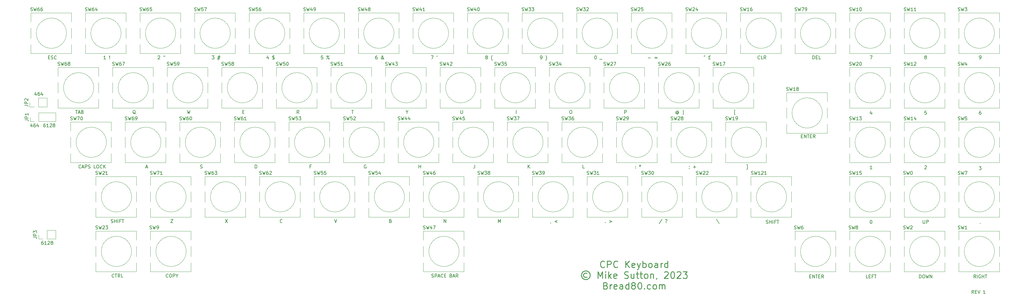
<source format=gto>
G04 #@! TF.GenerationSoftware,KiCad,Pcbnew,(5.1.12)-1*
G04 #@! TF.CreationDate,2023-03-25T16:13:48+00:00*
G04 #@! TF.ProjectId,Keyboard,4b657962-6f61-4726-942e-6b696361645f,rev?*
G04 #@! TF.SameCoordinates,Original*
G04 #@! TF.FileFunction,Legend,Top*
G04 #@! TF.FilePolarity,Positive*
%FSLAX46Y46*%
G04 Gerber Fmt 4.6, Leading zero omitted, Abs format (unit mm)*
G04 Created by KiCad (PCBNEW (5.1.12)-1) date 2023-03-25 16:13:48*
%MOMM*%
%LPD*%
G01*
G04 APERTURE LIST*
%ADD10C,0.150000*%
%ADD11C,0.250000*%
%ADD12C,0.120000*%
G04 APERTURE END LIST*
D10*
X352266428Y-169997380D02*
X351933095Y-169521190D01*
X351695000Y-169997380D02*
X351695000Y-168997380D01*
X352075952Y-168997380D01*
X352171190Y-169045000D01*
X352218809Y-169092619D01*
X352266428Y-169187857D01*
X352266428Y-169330714D01*
X352218809Y-169425952D01*
X352171190Y-169473571D01*
X352075952Y-169521190D01*
X351695000Y-169521190D01*
X352695000Y-169473571D02*
X353028333Y-169473571D01*
X353171190Y-169997380D02*
X352695000Y-169997380D01*
X352695000Y-168997380D01*
X353171190Y-168997380D01*
X353456904Y-168997380D02*
X353790238Y-169997380D01*
X354123571Y-168997380D01*
X355742619Y-169997380D02*
X355171190Y-169997380D01*
X355456904Y-169997380D02*
X355456904Y-168997380D01*
X355361666Y-169140238D01*
X355266428Y-169235476D01*
X355171190Y-169283095D01*
D11*
X240555000Y-161929285D02*
X240459761Y-162024523D01*
X240174047Y-162119761D01*
X239983571Y-162119761D01*
X239697857Y-162024523D01*
X239507380Y-161834047D01*
X239412142Y-161643571D01*
X239316904Y-161262619D01*
X239316904Y-160976904D01*
X239412142Y-160595952D01*
X239507380Y-160405476D01*
X239697857Y-160215000D01*
X239983571Y-160119761D01*
X240174047Y-160119761D01*
X240459761Y-160215000D01*
X240555000Y-160310238D01*
X241412142Y-162119761D02*
X241412142Y-160119761D01*
X242174047Y-160119761D01*
X242364523Y-160215000D01*
X242459761Y-160310238D01*
X242555000Y-160500714D01*
X242555000Y-160786428D01*
X242459761Y-160976904D01*
X242364523Y-161072142D01*
X242174047Y-161167380D01*
X241412142Y-161167380D01*
X244555000Y-161929285D02*
X244459761Y-162024523D01*
X244174047Y-162119761D01*
X243983571Y-162119761D01*
X243697857Y-162024523D01*
X243507380Y-161834047D01*
X243412142Y-161643571D01*
X243316904Y-161262619D01*
X243316904Y-160976904D01*
X243412142Y-160595952D01*
X243507380Y-160405476D01*
X243697857Y-160215000D01*
X243983571Y-160119761D01*
X244174047Y-160119761D01*
X244459761Y-160215000D01*
X244555000Y-160310238D01*
X246935952Y-162119761D02*
X246935952Y-160119761D01*
X248078809Y-162119761D02*
X247221666Y-160976904D01*
X248078809Y-160119761D02*
X246935952Y-161262619D01*
X249697857Y-162024523D02*
X249507380Y-162119761D01*
X249126428Y-162119761D01*
X248935952Y-162024523D01*
X248840714Y-161834047D01*
X248840714Y-161072142D01*
X248935952Y-160881666D01*
X249126428Y-160786428D01*
X249507380Y-160786428D01*
X249697857Y-160881666D01*
X249793095Y-161072142D01*
X249793095Y-161262619D01*
X248840714Y-161453095D01*
X250459761Y-160786428D02*
X250935952Y-162119761D01*
X251412142Y-160786428D02*
X250935952Y-162119761D01*
X250745476Y-162595952D01*
X250650238Y-162691190D01*
X250459761Y-162786428D01*
X252174047Y-162119761D02*
X252174047Y-160119761D01*
X252174047Y-160881666D02*
X252364523Y-160786428D01*
X252745476Y-160786428D01*
X252935952Y-160881666D01*
X253031190Y-160976904D01*
X253126428Y-161167380D01*
X253126428Y-161738809D01*
X253031190Y-161929285D01*
X252935952Y-162024523D01*
X252745476Y-162119761D01*
X252364523Y-162119761D01*
X252174047Y-162024523D01*
X254269285Y-162119761D02*
X254078809Y-162024523D01*
X253983571Y-161929285D01*
X253888333Y-161738809D01*
X253888333Y-161167380D01*
X253983571Y-160976904D01*
X254078809Y-160881666D01*
X254269285Y-160786428D01*
X254555000Y-160786428D01*
X254745476Y-160881666D01*
X254840714Y-160976904D01*
X254935952Y-161167380D01*
X254935952Y-161738809D01*
X254840714Y-161929285D01*
X254745476Y-162024523D01*
X254555000Y-162119761D01*
X254269285Y-162119761D01*
X256650238Y-162119761D02*
X256650238Y-161072142D01*
X256555000Y-160881666D01*
X256364523Y-160786428D01*
X255983571Y-160786428D01*
X255793095Y-160881666D01*
X256650238Y-162024523D02*
X256459761Y-162119761D01*
X255983571Y-162119761D01*
X255793095Y-162024523D01*
X255697857Y-161834047D01*
X255697857Y-161643571D01*
X255793095Y-161453095D01*
X255983571Y-161357857D01*
X256459761Y-161357857D01*
X256650238Y-161262619D01*
X257602619Y-162119761D02*
X257602619Y-160786428D01*
X257602619Y-161167380D02*
X257697857Y-160976904D01*
X257793095Y-160881666D01*
X257983571Y-160786428D01*
X258174047Y-160786428D01*
X259697857Y-162119761D02*
X259697857Y-160119761D01*
X259697857Y-162024523D02*
X259507380Y-162119761D01*
X259126428Y-162119761D01*
X258935952Y-162024523D01*
X258840714Y-161929285D01*
X258745476Y-161738809D01*
X258745476Y-161167380D01*
X258840714Y-160976904D01*
X258935952Y-160881666D01*
X259126428Y-160786428D01*
X259507380Y-160786428D01*
X259697857Y-160881666D01*
X235269285Y-163845952D02*
X235078809Y-163750714D01*
X234697857Y-163750714D01*
X234507380Y-163845952D01*
X234316904Y-164036428D01*
X234221666Y-164226904D01*
X234221666Y-164607857D01*
X234316904Y-164798333D01*
X234507380Y-164988809D01*
X234697857Y-165084047D01*
X235078809Y-165084047D01*
X235269285Y-164988809D01*
X234888333Y-163084047D02*
X234412142Y-163179285D01*
X233935952Y-163465000D01*
X233650238Y-163941190D01*
X233555000Y-164417380D01*
X233650238Y-164893571D01*
X233935952Y-165369761D01*
X234412142Y-165655476D01*
X234888333Y-165750714D01*
X235364523Y-165655476D01*
X235840714Y-165369761D01*
X236126428Y-164893571D01*
X236221666Y-164417380D01*
X236126428Y-163941190D01*
X235840714Y-163465000D01*
X235364523Y-163179285D01*
X234888333Y-163084047D01*
X238602619Y-165369761D02*
X238602619Y-163369761D01*
X239269285Y-164798333D01*
X239935952Y-163369761D01*
X239935952Y-165369761D01*
X240888333Y-165369761D02*
X240888333Y-164036428D01*
X240888333Y-163369761D02*
X240793095Y-163465000D01*
X240888333Y-163560238D01*
X240983571Y-163465000D01*
X240888333Y-163369761D01*
X240888333Y-163560238D01*
X241840714Y-165369761D02*
X241840714Y-163369761D01*
X242031190Y-164607857D02*
X242602619Y-165369761D01*
X242602619Y-164036428D02*
X241840714Y-164798333D01*
X244221666Y-165274523D02*
X244031190Y-165369761D01*
X243650238Y-165369761D01*
X243459761Y-165274523D01*
X243364523Y-165084047D01*
X243364523Y-164322142D01*
X243459761Y-164131666D01*
X243650238Y-164036428D01*
X244031190Y-164036428D01*
X244221666Y-164131666D01*
X244316904Y-164322142D01*
X244316904Y-164512619D01*
X243364523Y-164703095D01*
X246602619Y-165274523D02*
X246888333Y-165369761D01*
X247364523Y-165369761D01*
X247555000Y-165274523D01*
X247650238Y-165179285D01*
X247745476Y-164988809D01*
X247745476Y-164798333D01*
X247650238Y-164607857D01*
X247555000Y-164512619D01*
X247364523Y-164417380D01*
X246983571Y-164322142D01*
X246793095Y-164226904D01*
X246697857Y-164131666D01*
X246602619Y-163941190D01*
X246602619Y-163750714D01*
X246697857Y-163560238D01*
X246793095Y-163465000D01*
X246983571Y-163369761D01*
X247459761Y-163369761D01*
X247745476Y-163465000D01*
X249459761Y-164036428D02*
X249459761Y-165369761D01*
X248602619Y-164036428D02*
X248602619Y-165084047D01*
X248697857Y-165274523D01*
X248888333Y-165369761D01*
X249174047Y-165369761D01*
X249364523Y-165274523D01*
X249459761Y-165179285D01*
X250126428Y-164036428D02*
X250888333Y-164036428D01*
X250412142Y-163369761D02*
X250412142Y-165084047D01*
X250507380Y-165274523D01*
X250697857Y-165369761D01*
X250888333Y-165369761D01*
X251269285Y-164036428D02*
X252031190Y-164036428D01*
X251555000Y-163369761D02*
X251555000Y-165084047D01*
X251650238Y-165274523D01*
X251840714Y-165369761D01*
X252031190Y-165369761D01*
X252983571Y-165369761D02*
X252793095Y-165274523D01*
X252697857Y-165179285D01*
X252602619Y-164988809D01*
X252602619Y-164417380D01*
X252697857Y-164226904D01*
X252793095Y-164131666D01*
X252983571Y-164036428D01*
X253269285Y-164036428D01*
X253459761Y-164131666D01*
X253555000Y-164226904D01*
X253650238Y-164417380D01*
X253650238Y-164988809D01*
X253555000Y-165179285D01*
X253459761Y-165274523D01*
X253269285Y-165369761D01*
X252983571Y-165369761D01*
X254507380Y-164036428D02*
X254507380Y-165369761D01*
X254507380Y-164226904D02*
X254602619Y-164131666D01*
X254793095Y-164036428D01*
X255078809Y-164036428D01*
X255269285Y-164131666D01*
X255364523Y-164322142D01*
X255364523Y-165369761D01*
X256412142Y-165274523D02*
X256412142Y-165369761D01*
X256316904Y-165560238D01*
X256221666Y-165655476D01*
X258697857Y-163560238D02*
X258793095Y-163465000D01*
X258983571Y-163369761D01*
X259459761Y-163369761D01*
X259650238Y-163465000D01*
X259745476Y-163560238D01*
X259840714Y-163750714D01*
X259840714Y-163941190D01*
X259745476Y-164226904D01*
X258602619Y-165369761D01*
X259840714Y-165369761D01*
X261078809Y-163369761D02*
X261269285Y-163369761D01*
X261459761Y-163465000D01*
X261555000Y-163560238D01*
X261650238Y-163750714D01*
X261745476Y-164131666D01*
X261745476Y-164607857D01*
X261650238Y-164988809D01*
X261555000Y-165179285D01*
X261459761Y-165274523D01*
X261269285Y-165369761D01*
X261078809Y-165369761D01*
X260888333Y-165274523D01*
X260793095Y-165179285D01*
X260697857Y-164988809D01*
X260602619Y-164607857D01*
X260602619Y-164131666D01*
X260697857Y-163750714D01*
X260793095Y-163560238D01*
X260888333Y-163465000D01*
X261078809Y-163369761D01*
X262507380Y-163560238D02*
X262602619Y-163465000D01*
X262793095Y-163369761D01*
X263269285Y-163369761D01*
X263459761Y-163465000D01*
X263555000Y-163560238D01*
X263650238Y-163750714D01*
X263650238Y-163941190D01*
X263555000Y-164226904D01*
X262412142Y-165369761D01*
X263650238Y-165369761D01*
X264316904Y-163369761D02*
X265554999Y-163369761D01*
X264888333Y-164131666D01*
X265174047Y-164131666D01*
X265364523Y-164226904D01*
X265459761Y-164322142D01*
X265554999Y-164512619D01*
X265554999Y-164988809D01*
X265459761Y-165179285D01*
X265364523Y-165274523D01*
X265174047Y-165369761D01*
X264602619Y-165369761D01*
X264412142Y-165274523D01*
X264316904Y-165179285D01*
X240935952Y-167572142D02*
X241221666Y-167667380D01*
X241316904Y-167762619D01*
X241412142Y-167953095D01*
X241412142Y-168238809D01*
X241316904Y-168429285D01*
X241221666Y-168524523D01*
X241031190Y-168619761D01*
X240269285Y-168619761D01*
X240269285Y-166619761D01*
X240935952Y-166619761D01*
X241126428Y-166715000D01*
X241221666Y-166810238D01*
X241316904Y-167000714D01*
X241316904Y-167191190D01*
X241221666Y-167381666D01*
X241126428Y-167476904D01*
X240935952Y-167572142D01*
X240269285Y-167572142D01*
X242269285Y-168619761D02*
X242269285Y-167286428D01*
X242269285Y-167667380D02*
X242364523Y-167476904D01*
X242459761Y-167381666D01*
X242650238Y-167286428D01*
X242840714Y-167286428D01*
X244269285Y-168524523D02*
X244078809Y-168619761D01*
X243697857Y-168619761D01*
X243507380Y-168524523D01*
X243412142Y-168334047D01*
X243412142Y-167572142D01*
X243507380Y-167381666D01*
X243697857Y-167286428D01*
X244078809Y-167286428D01*
X244269285Y-167381666D01*
X244364523Y-167572142D01*
X244364523Y-167762619D01*
X243412142Y-167953095D01*
X246078809Y-168619761D02*
X246078809Y-167572142D01*
X245983571Y-167381666D01*
X245793095Y-167286428D01*
X245412142Y-167286428D01*
X245221666Y-167381666D01*
X246078809Y-168524523D02*
X245888333Y-168619761D01*
X245412142Y-168619761D01*
X245221666Y-168524523D01*
X245126428Y-168334047D01*
X245126428Y-168143571D01*
X245221666Y-167953095D01*
X245412142Y-167857857D01*
X245888333Y-167857857D01*
X246078809Y-167762619D01*
X247888333Y-168619761D02*
X247888333Y-166619761D01*
X247888333Y-168524523D02*
X247697857Y-168619761D01*
X247316904Y-168619761D01*
X247126428Y-168524523D01*
X247031190Y-168429285D01*
X246935952Y-168238809D01*
X246935952Y-167667380D01*
X247031190Y-167476904D01*
X247126428Y-167381666D01*
X247316904Y-167286428D01*
X247697857Y-167286428D01*
X247888333Y-167381666D01*
X249126428Y-167476904D02*
X248935952Y-167381666D01*
X248840714Y-167286428D01*
X248745476Y-167095952D01*
X248745476Y-167000714D01*
X248840714Y-166810238D01*
X248935952Y-166715000D01*
X249126428Y-166619761D01*
X249507380Y-166619761D01*
X249697857Y-166715000D01*
X249793095Y-166810238D01*
X249888333Y-167000714D01*
X249888333Y-167095952D01*
X249793095Y-167286428D01*
X249697857Y-167381666D01*
X249507380Y-167476904D01*
X249126428Y-167476904D01*
X248935952Y-167572142D01*
X248840714Y-167667380D01*
X248745476Y-167857857D01*
X248745476Y-168238809D01*
X248840714Y-168429285D01*
X248935952Y-168524523D01*
X249126428Y-168619761D01*
X249507380Y-168619761D01*
X249697857Y-168524523D01*
X249793095Y-168429285D01*
X249888333Y-168238809D01*
X249888333Y-167857857D01*
X249793095Y-167667380D01*
X249697857Y-167572142D01*
X249507380Y-167476904D01*
X251126428Y-166619761D02*
X251316904Y-166619761D01*
X251507380Y-166715000D01*
X251602619Y-166810238D01*
X251697857Y-167000714D01*
X251793095Y-167381666D01*
X251793095Y-167857857D01*
X251697857Y-168238809D01*
X251602619Y-168429285D01*
X251507380Y-168524523D01*
X251316904Y-168619761D01*
X251126428Y-168619761D01*
X250935952Y-168524523D01*
X250840714Y-168429285D01*
X250745476Y-168238809D01*
X250650238Y-167857857D01*
X250650238Y-167381666D01*
X250745476Y-167000714D01*
X250840714Y-166810238D01*
X250935952Y-166715000D01*
X251126428Y-166619761D01*
X252650238Y-168429285D02*
X252745476Y-168524523D01*
X252650238Y-168619761D01*
X252555000Y-168524523D01*
X252650238Y-168429285D01*
X252650238Y-168619761D01*
X254459761Y-168524523D02*
X254269285Y-168619761D01*
X253888333Y-168619761D01*
X253697857Y-168524523D01*
X253602619Y-168429285D01*
X253507380Y-168238809D01*
X253507380Y-167667380D01*
X253602619Y-167476904D01*
X253697857Y-167381666D01*
X253888333Y-167286428D01*
X254269285Y-167286428D01*
X254459761Y-167381666D01*
X255602619Y-168619761D02*
X255412142Y-168524523D01*
X255316904Y-168429285D01*
X255221666Y-168238809D01*
X255221666Y-167667380D01*
X255316904Y-167476904D01*
X255412142Y-167381666D01*
X255602619Y-167286428D01*
X255888333Y-167286428D01*
X256078809Y-167381666D01*
X256174047Y-167476904D01*
X256269285Y-167667380D01*
X256269285Y-168238809D01*
X256174047Y-168429285D01*
X256078809Y-168524523D01*
X255888333Y-168619761D01*
X255602619Y-168619761D01*
X257126428Y-168619761D02*
X257126428Y-167286428D01*
X257126428Y-167476904D02*
X257221666Y-167381666D01*
X257412142Y-167286428D01*
X257697857Y-167286428D01*
X257888333Y-167381666D01*
X257983571Y-167572142D01*
X257983571Y-168619761D01*
X257983571Y-167572142D02*
X258078809Y-167381666D01*
X258269285Y-167286428D01*
X258554999Y-167286428D01*
X258745476Y-167381666D01*
X258840714Y-167572142D01*
X258840714Y-168619761D01*
D10*
X68707095Y-109386714D02*
X68707095Y-110053380D01*
X68469000Y-109005761D02*
X68230904Y-109720047D01*
X68849952Y-109720047D01*
X69659476Y-109053380D02*
X69469000Y-109053380D01*
X69373761Y-109101000D01*
X69326142Y-109148619D01*
X69230904Y-109291476D01*
X69183285Y-109481952D01*
X69183285Y-109862904D01*
X69230904Y-109958142D01*
X69278523Y-110005761D01*
X69373761Y-110053380D01*
X69564238Y-110053380D01*
X69659476Y-110005761D01*
X69707095Y-109958142D01*
X69754714Y-109862904D01*
X69754714Y-109624809D01*
X69707095Y-109529571D01*
X69659476Y-109481952D01*
X69564238Y-109434333D01*
X69373761Y-109434333D01*
X69278523Y-109481952D01*
X69230904Y-109529571D01*
X69183285Y-109624809D01*
X70611857Y-109386714D02*
X70611857Y-110053380D01*
X70373761Y-109005761D02*
X70135666Y-109720047D01*
X70754714Y-109720047D01*
X71405904Y-118578380D02*
X71215428Y-118578380D01*
X71120190Y-118626000D01*
X71072571Y-118673619D01*
X70977333Y-118816476D01*
X70929714Y-119006952D01*
X70929714Y-119387904D01*
X70977333Y-119483142D01*
X71024952Y-119530761D01*
X71120190Y-119578380D01*
X71310666Y-119578380D01*
X71405904Y-119530761D01*
X71453523Y-119483142D01*
X71501142Y-119387904D01*
X71501142Y-119149809D01*
X71453523Y-119054571D01*
X71405904Y-119006952D01*
X71310666Y-118959333D01*
X71120190Y-118959333D01*
X71024952Y-119006952D01*
X70977333Y-119054571D01*
X70929714Y-119149809D01*
X72453523Y-119578380D02*
X71882095Y-119578380D01*
X72167809Y-119578380D02*
X72167809Y-118578380D01*
X72072571Y-118721238D01*
X71977333Y-118816476D01*
X71882095Y-118864095D01*
X72834476Y-118673619D02*
X72882095Y-118626000D01*
X72977333Y-118578380D01*
X73215428Y-118578380D01*
X73310666Y-118626000D01*
X73358285Y-118673619D01*
X73405904Y-118768857D01*
X73405904Y-118864095D01*
X73358285Y-119006952D01*
X72786857Y-119578380D01*
X73405904Y-119578380D01*
X73977333Y-119006952D02*
X73882095Y-118959333D01*
X73834476Y-118911714D01*
X73786857Y-118816476D01*
X73786857Y-118768857D01*
X73834476Y-118673619D01*
X73882095Y-118626000D01*
X73977333Y-118578380D01*
X74167809Y-118578380D01*
X74263047Y-118626000D01*
X74310666Y-118673619D01*
X74358285Y-118768857D01*
X74358285Y-118816476D01*
X74310666Y-118911714D01*
X74263047Y-118959333D01*
X74167809Y-119006952D01*
X73977333Y-119006952D01*
X73882095Y-119054571D01*
X73834476Y-119102190D01*
X73786857Y-119197428D01*
X73786857Y-119387904D01*
X73834476Y-119483142D01*
X73882095Y-119530761D01*
X73977333Y-119578380D01*
X74167809Y-119578380D01*
X74263047Y-119530761D01*
X74310666Y-119483142D01*
X74358285Y-119387904D01*
X74358285Y-119197428D01*
X74310666Y-119102190D01*
X74263047Y-119054571D01*
X74167809Y-119006952D01*
X67437095Y-118911714D02*
X67437095Y-119578380D01*
X67199000Y-118530761D02*
X66960904Y-119245047D01*
X67579952Y-119245047D01*
X68389476Y-118578380D02*
X68199000Y-118578380D01*
X68103761Y-118626000D01*
X68056142Y-118673619D01*
X67960904Y-118816476D01*
X67913285Y-119006952D01*
X67913285Y-119387904D01*
X67960904Y-119483142D01*
X68008523Y-119530761D01*
X68103761Y-119578380D01*
X68294238Y-119578380D01*
X68389476Y-119530761D01*
X68437095Y-119483142D01*
X68484714Y-119387904D01*
X68484714Y-119149809D01*
X68437095Y-119054571D01*
X68389476Y-119006952D01*
X68294238Y-118959333D01*
X68103761Y-118959333D01*
X68008523Y-119006952D01*
X67960904Y-119054571D01*
X67913285Y-119149809D01*
X69341857Y-118911714D02*
X69341857Y-119578380D01*
X69103761Y-118530761D02*
X68865666Y-119245047D01*
X69484714Y-119245047D01*
X70770904Y-154138380D02*
X70580428Y-154138380D01*
X70485190Y-154186000D01*
X70437571Y-154233619D01*
X70342333Y-154376476D01*
X70294714Y-154566952D01*
X70294714Y-154947904D01*
X70342333Y-155043142D01*
X70389952Y-155090761D01*
X70485190Y-155138380D01*
X70675666Y-155138380D01*
X70770904Y-155090761D01*
X70818523Y-155043142D01*
X70866142Y-154947904D01*
X70866142Y-154709809D01*
X70818523Y-154614571D01*
X70770904Y-154566952D01*
X70675666Y-154519333D01*
X70485190Y-154519333D01*
X70389952Y-154566952D01*
X70342333Y-154614571D01*
X70294714Y-154709809D01*
X71818523Y-155138380D02*
X71247095Y-155138380D01*
X71532809Y-155138380D02*
X71532809Y-154138380D01*
X71437571Y-154281238D01*
X71342333Y-154376476D01*
X71247095Y-154424095D01*
X72199476Y-154233619D02*
X72247095Y-154186000D01*
X72342333Y-154138380D01*
X72580428Y-154138380D01*
X72675666Y-154186000D01*
X72723285Y-154233619D01*
X72770904Y-154328857D01*
X72770904Y-154424095D01*
X72723285Y-154566952D01*
X72151857Y-155138380D01*
X72770904Y-155138380D01*
X73342333Y-154566952D02*
X73247095Y-154519333D01*
X73199476Y-154471714D01*
X73151857Y-154376476D01*
X73151857Y-154328857D01*
X73199476Y-154233619D01*
X73247095Y-154186000D01*
X73342333Y-154138380D01*
X73532809Y-154138380D01*
X73628047Y-154186000D01*
X73675666Y-154233619D01*
X73723285Y-154328857D01*
X73723285Y-154376476D01*
X73675666Y-154471714D01*
X73628047Y-154519333D01*
X73532809Y-154566952D01*
X73342333Y-154566952D01*
X73247095Y-154614571D01*
X73199476Y-154662190D01*
X73151857Y-154757428D01*
X73151857Y-154947904D01*
X73199476Y-155043142D01*
X73247095Y-155090761D01*
X73342333Y-155138380D01*
X73532809Y-155138380D01*
X73628047Y-155090761D01*
X73675666Y-155043142D01*
X73723285Y-154947904D01*
X73723285Y-154757428D01*
X73675666Y-154662190D01*
X73628047Y-154614571D01*
X73532809Y-154566952D01*
D12*
G04 #@! TO.C,JP2*
X71942000Y-113471000D02*
X71942000Y-110811000D01*
X69342000Y-113471000D02*
X71942000Y-113471000D01*
X69342000Y-110811000D02*
X71942000Y-110811000D01*
X69342000Y-113471000D02*
X69342000Y-110811000D01*
X68072000Y-113471000D02*
X66742000Y-113471000D01*
X66742000Y-113471000D02*
X66742000Y-112141000D01*
G04 #@! TO.C,JP1*
X74609000Y-117916000D02*
X74609000Y-115256000D01*
X69469000Y-117916000D02*
X74609000Y-117916000D01*
X69469000Y-115256000D02*
X74609000Y-115256000D01*
X69469000Y-117916000D02*
X69469000Y-115256000D01*
X68199000Y-117916000D02*
X66869000Y-117916000D01*
X66869000Y-117916000D02*
X66869000Y-116586000D01*
G04 #@! TO.C,JP3*
X74609000Y-153476000D02*
X74609000Y-150816000D01*
X72009000Y-153476000D02*
X74609000Y-153476000D01*
X72009000Y-150816000D02*
X74609000Y-150816000D01*
X72009000Y-153476000D02*
X72009000Y-150816000D01*
X70739000Y-153476000D02*
X69409000Y-153476000D01*
X69409000Y-153476000D02*
X69409000Y-152146000D01*
G04 #@! TO.C,SW22*
X280624000Y-134526000D02*
X280624000Y-137246000D01*
X280624000Y-144106000D02*
X280624000Y-146826000D01*
X268324000Y-142246000D02*
X268324000Y-139106000D01*
X268324000Y-146826000D02*
X268324000Y-144106000D01*
X279153050Y-140716000D02*
G75*
G03*
X279153050Y-140716000I-4579050J0D01*
G01*
X268324000Y-137246000D02*
X268324000Y-134526000D01*
X280624000Y-146826000D02*
X268324000Y-146826000D01*
X280624000Y-139106000D02*
X280624000Y-142246000D01*
X268324000Y-134526000D02*
X280624000Y-134526000D01*
G04 #@! TO.C,SW121*
X297134000Y-134526000D02*
X297134000Y-137246000D01*
X297134000Y-144106000D02*
X297134000Y-146826000D01*
X284834000Y-142246000D02*
X284834000Y-139106000D01*
X284834000Y-146826000D02*
X284834000Y-144106000D01*
X295663050Y-140716000D02*
G75*
G03*
X295663050Y-140716000I-4579050J0D01*
G01*
X284834000Y-137246000D02*
X284834000Y-134526000D01*
X297134000Y-146826000D02*
X284834000Y-146826000D01*
X297134000Y-139106000D02*
X297134000Y-142246000D01*
X284834000Y-134526000D02*
X297134000Y-134526000D01*
G04 #@! TO.C,SW79*
X310469000Y-84996000D02*
X310469000Y-87716000D01*
X310469000Y-94576000D02*
X310469000Y-97296000D01*
X298169000Y-92716000D02*
X298169000Y-89576000D01*
X298169000Y-97296000D02*
X298169000Y-94576000D01*
X308998050Y-91186000D02*
G75*
G03*
X308998050Y-91186000I-4579050J0D01*
G01*
X298169000Y-87716000D02*
X298169000Y-84996000D01*
X310469000Y-97296000D02*
X298169000Y-97296000D01*
X310469000Y-89576000D02*
X310469000Y-92716000D01*
X298169000Y-84996000D02*
X310469000Y-84996000D01*
G04 #@! TO.C,SW71*
X115524000Y-134526000D02*
X115524000Y-137246000D01*
X115524000Y-144106000D02*
X115524000Y-146826000D01*
X103224000Y-142246000D02*
X103224000Y-139106000D01*
X103224000Y-146826000D02*
X103224000Y-144106000D01*
X114053050Y-140716000D02*
G75*
G03*
X114053050Y-140716000I-4579050J0D01*
G01*
X103224000Y-137246000D02*
X103224000Y-134526000D01*
X115524000Y-146826000D02*
X103224000Y-146826000D01*
X115524000Y-139106000D02*
X115524000Y-142246000D01*
X103224000Y-134526000D02*
X115524000Y-134526000D01*
G04 #@! TO.C,SW70*
X91394000Y-118016000D02*
X91394000Y-120736000D01*
X91394000Y-127596000D02*
X91394000Y-130316000D01*
X79094000Y-125736000D02*
X79094000Y-122596000D01*
X79094000Y-130316000D02*
X79094000Y-127596000D01*
X89923050Y-124206000D02*
G75*
G03*
X89923050Y-124206000I-4579050J0D01*
G01*
X79094000Y-120736000D02*
X79094000Y-118016000D01*
X91394000Y-130316000D02*
X79094000Y-130316000D01*
X91394000Y-122596000D02*
X91394000Y-125736000D01*
X79094000Y-118016000D02*
X91394000Y-118016000D01*
G04 #@! TO.C,SW69*
X107904000Y-118016000D02*
X107904000Y-120736000D01*
X107904000Y-127596000D02*
X107904000Y-130316000D01*
X95604000Y-125736000D02*
X95604000Y-122596000D01*
X95604000Y-130316000D02*
X95604000Y-127596000D01*
X106433050Y-124206000D02*
G75*
G03*
X106433050Y-124206000I-4579050J0D01*
G01*
X95604000Y-120736000D02*
X95604000Y-118016000D01*
X107904000Y-130316000D02*
X95604000Y-130316000D01*
X107904000Y-122596000D02*
X107904000Y-125736000D01*
X95604000Y-118016000D02*
X107904000Y-118016000D01*
G04 #@! TO.C,SW68*
X87584000Y-101506000D02*
X87584000Y-104226000D01*
X87584000Y-111086000D02*
X87584000Y-113806000D01*
X75284000Y-109226000D02*
X75284000Y-106086000D01*
X75284000Y-113806000D02*
X75284000Y-111086000D01*
X86113050Y-107696000D02*
G75*
G03*
X86113050Y-107696000I-4579050J0D01*
G01*
X75284000Y-104226000D02*
X75284000Y-101506000D01*
X87584000Y-113806000D02*
X75284000Y-113806000D01*
X87584000Y-106086000D02*
X87584000Y-109226000D01*
X75284000Y-101506000D02*
X87584000Y-101506000D01*
G04 #@! TO.C,SW67*
X104094000Y-101506000D02*
X104094000Y-104226000D01*
X104094000Y-111086000D02*
X104094000Y-113806000D01*
X91794000Y-109226000D02*
X91794000Y-106086000D01*
X91794000Y-113806000D02*
X91794000Y-111086000D01*
X102623050Y-107696000D02*
G75*
G03*
X102623050Y-107696000I-4579050J0D01*
G01*
X91794000Y-104226000D02*
X91794000Y-101506000D01*
X104094000Y-113806000D02*
X91794000Y-113806000D01*
X104094000Y-106086000D02*
X104094000Y-109226000D01*
X91794000Y-101506000D02*
X104094000Y-101506000D01*
G04 #@! TO.C,SW66*
X79329000Y-84996000D02*
X79329000Y-87716000D01*
X79329000Y-94576000D02*
X79329000Y-97296000D01*
X67029000Y-92716000D02*
X67029000Y-89576000D01*
X67029000Y-97296000D02*
X67029000Y-94576000D01*
X77858050Y-91186000D02*
G75*
G03*
X77858050Y-91186000I-4579050J0D01*
G01*
X67029000Y-87716000D02*
X67029000Y-84996000D01*
X79329000Y-97296000D02*
X67029000Y-97296000D01*
X79329000Y-89576000D02*
X79329000Y-92716000D01*
X67029000Y-84996000D02*
X79329000Y-84996000D01*
G04 #@! TO.C,SW65*
X112349000Y-84996000D02*
X112349000Y-87716000D01*
X112349000Y-94576000D02*
X112349000Y-97296000D01*
X100049000Y-92716000D02*
X100049000Y-89576000D01*
X100049000Y-97296000D02*
X100049000Y-94576000D01*
X110878050Y-91186000D02*
G75*
G03*
X110878050Y-91186000I-4579050J0D01*
G01*
X100049000Y-87716000D02*
X100049000Y-84996000D01*
X112349000Y-97296000D02*
X100049000Y-97296000D01*
X112349000Y-89576000D02*
X112349000Y-92716000D01*
X100049000Y-84996000D02*
X112349000Y-84996000D01*
G04 #@! TO.C,SW64*
X95839000Y-84996000D02*
X95839000Y-87716000D01*
X95839000Y-94576000D02*
X95839000Y-97296000D01*
X83539000Y-92716000D02*
X83539000Y-89576000D01*
X83539000Y-97296000D02*
X83539000Y-94576000D01*
X94368050Y-91186000D02*
G75*
G03*
X94368050Y-91186000I-4579050J0D01*
G01*
X83539000Y-87716000D02*
X83539000Y-84996000D01*
X95839000Y-97296000D02*
X83539000Y-97296000D01*
X95839000Y-89576000D02*
X95839000Y-92716000D01*
X83539000Y-84996000D02*
X95839000Y-84996000D01*
G04 #@! TO.C,SW63*
X132034000Y-134526000D02*
X132034000Y-137246000D01*
X132034000Y-144106000D02*
X132034000Y-146826000D01*
X119734000Y-142246000D02*
X119734000Y-139106000D01*
X119734000Y-146826000D02*
X119734000Y-144106000D01*
X130563050Y-140716000D02*
G75*
G03*
X130563050Y-140716000I-4579050J0D01*
G01*
X119734000Y-137246000D02*
X119734000Y-134526000D01*
X132034000Y-146826000D02*
X119734000Y-146826000D01*
X132034000Y-139106000D02*
X132034000Y-142246000D01*
X119734000Y-134526000D02*
X132034000Y-134526000D01*
G04 #@! TO.C,SW62*
X148544000Y-134526000D02*
X148544000Y-137246000D01*
X148544000Y-144106000D02*
X148544000Y-146826000D01*
X136244000Y-142246000D02*
X136244000Y-139106000D01*
X136244000Y-146826000D02*
X136244000Y-144106000D01*
X147073050Y-140716000D02*
G75*
G03*
X147073050Y-140716000I-4579050J0D01*
G01*
X136244000Y-137246000D02*
X136244000Y-134526000D01*
X148544000Y-146826000D02*
X136244000Y-146826000D01*
X148544000Y-139106000D02*
X148544000Y-142246000D01*
X136244000Y-134526000D02*
X148544000Y-134526000D01*
G04 #@! TO.C,SW61*
X140924000Y-118016000D02*
X140924000Y-120736000D01*
X140924000Y-127596000D02*
X140924000Y-130316000D01*
X128624000Y-125736000D02*
X128624000Y-122596000D01*
X128624000Y-130316000D02*
X128624000Y-127596000D01*
X139453050Y-124206000D02*
G75*
G03*
X139453050Y-124206000I-4579050J0D01*
G01*
X128624000Y-120736000D02*
X128624000Y-118016000D01*
X140924000Y-130316000D02*
X128624000Y-130316000D01*
X140924000Y-122596000D02*
X140924000Y-125736000D01*
X128624000Y-118016000D02*
X140924000Y-118016000D01*
G04 #@! TO.C,SW60*
X124414000Y-118016000D02*
X124414000Y-120736000D01*
X124414000Y-127596000D02*
X124414000Y-130316000D01*
X112114000Y-125736000D02*
X112114000Y-122596000D01*
X112114000Y-130316000D02*
X112114000Y-127596000D01*
X122943050Y-124206000D02*
G75*
G03*
X122943050Y-124206000I-4579050J0D01*
G01*
X112114000Y-120736000D02*
X112114000Y-118016000D01*
X124414000Y-130316000D02*
X112114000Y-130316000D01*
X124414000Y-122596000D02*
X124414000Y-125736000D01*
X112114000Y-118016000D02*
X124414000Y-118016000D01*
G04 #@! TO.C,SW59*
X120604000Y-101506000D02*
X120604000Y-104226000D01*
X120604000Y-111086000D02*
X120604000Y-113806000D01*
X108304000Y-109226000D02*
X108304000Y-106086000D01*
X108304000Y-113806000D02*
X108304000Y-111086000D01*
X119133050Y-107696000D02*
G75*
G03*
X119133050Y-107696000I-4579050J0D01*
G01*
X108304000Y-104226000D02*
X108304000Y-101506000D01*
X120604000Y-113806000D02*
X108304000Y-113806000D01*
X120604000Y-106086000D02*
X120604000Y-109226000D01*
X108304000Y-101506000D02*
X120604000Y-101506000D01*
G04 #@! TO.C,SW58*
X137114000Y-101506000D02*
X137114000Y-104226000D01*
X137114000Y-111086000D02*
X137114000Y-113806000D01*
X124814000Y-109226000D02*
X124814000Y-106086000D01*
X124814000Y-113806000D02*
X124814000Y-111086000D01*
X135643050Y-107696000D02*
G75*
G03*
X135643050Y-107696000I-4579050J0D01*
G01*
X124814000Y-104226000D02*
X124814000Y-101506000D01*
X137114000Y-113806000D02*
X124814000Y-113806000D01*
X137114000Y-106086000D02*
X137114000Y-109226000D01*
X124814000Y-101506000D02*
X137114000Y-101506000D01*
G04 #@! TO.C,SW57*
X128859000Y-84996000D02*
X128859000Y-87716000D01*
X128859000Y-94576000D02*
X128859000Y-97296000D01*
X116559000Y-92716000D02*
X116559000Y-89576000D01*
X116559000Y-97296000D02*
X116559000Y-94576000D01*
X127388050Y-91186000D02*
G75*
G03*
X127388050Y-91186000I-4579050J0D01*
G01*
X116559000Y-87716000D02*
X116559000Y-84996000D01*
X128859000Y-97296000D02*
X116559000Y-97296000D01*
X128859000Y-89576000D02*
X128859000Y-92716000D01*
X116559000Y-84996000D02*
X128859000Y-84996000D01*
G04 #@! TO.C,SW56*
X145369000Y-84996000D02*
X145369000Y-87716000D01*
X145369000Y-94576000D02*
X145369000Y-97296000D01*
X133069000Y-92716000D02*
X133069000Y-89576000D01*
X133069000Y-97296000D02*
X133069000Y-94576000D01*
X143898050Y-91186000D02*
G75*
G03*
X143898050Y-91186000I-4579050J0D01*
G01*
X133069000Y-87716000D02*
X133069000Y-84996000D01*
X145369000Y-97296000D02*
X133069000Y-97296000D01*
X145369000Y-89576000D02*
X145369000Y-92716000D01*
X133069000Y-84996000D02*
X145369000Y-84996000D01*
G04 #@! TO.C,SW55*
X165054000Y-134526000D02*
X165054000Y-137246000D01*
X165054000Y-144106000D02*
X165054000Y-146826000D01*
X152754000Y-142246000D02*
X152754000Y-139106000D01*
X152754000Y-146826000D02*
X152754000Y-144106000D01*
X163583050Y-140716000D02*
G75*
G03*
X163583050Y-140716000I-4579050J0D01*
G01*
X152754000Y-137246000D02*
X152754000Y-134526000D01*
X165054000Y-146826000D02*
X152754000Y-146826000D01*
X165054000Y-139106000D02*
X165054000Y-142246000D01*
X152754000Y-134526000D02*
X165054000Y-134526000D01*
G04 #@! TO.C,SW54*
X181564000Y-134526000D02*
X181564000Y-137246000D01*
X181564000Y-144106000D02*
X181564000Y-146826000D01*
X169264000Y-142246000D02*
X169264000Y-139106000D01*
X169264000Y-146826000D02*
X169264000Y-144106000D01*
X180093050Y-140716000D02*
G75*
G03*
X180093050Y-140716000I-4579050J0D01*
G01*
X169264000Y-137246000D02*
X169264000Y-134526000D01*
X181564000Y-146826000D02*
X169264000Y-146826000D01*
X181564000Y-139106000D02*
X181564000Y-142246000D01*
X169264000Y-134526000D02*
X181564000Y-134526000D01*
G04 #@! TO.C,SW53*
X157434000Y-118016000D02*
X157434000Y-120736000D01*
X157434000Y-127596000D02*
X157434000Y-130316000D01*
X145134000Y-125736000D02*
X145134000Y-122596000D01*
X145134000Y-130316000D02*
X145134000Y-127596000D01*
X155963050Y-124206000D02*
G75*
G03*
X155963050Y-124206000I-4579050J0D01*
G01*
X145134000Y-120736000D02*
X145134000Y-118016000D01*
X157434000Y-130316000D02*
X145134000Y-130316000D01*
X157434000Y-122596000D02*
X157434000Y-125736000D01*
X145134000Y-118016000D02*
X157434000Y-118016000D01*
G04 #@! TO.C,SW52*
X173944000Y-118016000D02*
X173944000Y-120736000D01*
X173944000Y-127596000D02*
X173944000Y-130316000D01*
X161644000Y-125736000D02*
X161644000Y-122596000D01*
X161644000Y-130316000D02*
X161644000Y-127596000D01*
X172473050Y-124206000D02*
G75*
G03*
X172473050Y-124206000I-4579050J0D01*
G01*
X161644000Y-120736000D02*
X161644000Y-118016000D01*
X173944000Y-130316000D02*
X161644000Y-130316000D01*
X173944000Y-122596000D02*
X173944000Y-125736000D01*
X161644000Y-118016000D02*
X173944000Y-118016000D01*
G04 #@! TO.C,SW51*
X170134000Y-101506000D02*
X170134000Y-104226000D01*
X170134000Y-111086000D02*
X170134000Y-113806000D01*
X157834000Y-109226000D02*
X157834000Y-106086000D01*
X157834000Y-113806000D02*
X157834000Y-111086000D01*
X168663050Y-107696000D02*
G75*
G03*
X168663050Y-107696000I-4579050J0D01*
G01*
X157834000Y-104226000D02*
X157834000Y-101506000D01*
X170134000Y-113806000D02*
X157834000Y-113806000D01*
X170134000Y-106086000D02*
X170134000Y-109226000D01*
X157834000Y-101506000D02*
X170134000Y-101506000D01*
G04 #@! TO.C,SW50*
X153624000Y-101506000D02*
X153624000Y-104226000D01*
X153624000Y-111086000D02*
X153624000Y-113806000D01*
X141324000Y-109226000D02*
X141324000Y-106086000D01*
X141324000Y-113806000D02*
X141324000Y-111086000D01*
X152153050Y-107696000D02*
G75*
G03*
X152153050Y-107696000I-4579050J0D01*
G01*
X141324000Y-104226000D02*
X141324000Y-101506000D01*
X153624000Y-113806000D02*
X141324000Y-113806000D01*
X153624000Y-106086000D02*
X153624000Y-109226000D01*
X141324000Y-101506000D02*
X153624000Y-101506000D01*
G04 #@! TO.C,SW49*
X161879000Y-84996000D02*
X161879000Y-87716000D01*
X161879000Y-94576000D02*
X161879000Y-97296000D01*
X149579000Y-92716000D02*
X149579000Y-89576000D01*
X149579000Y-97296000D02*
X149579000Y-94576000D01*
X160408050Y-91186000D02*
G75*
G03*
X160408050Y-91186000I-4579050J0D01*
G01*
X149579000Y-87716000D02*
X149579000Y-84996000D01*
X161879000Y-97296000D02*
X149579000Y-97296000D01*
X161879000Y-89576000D02*
X161879000Y-92716000D01*
X149579000Y-84996000D02*
X161879000Y-84996000D01*
G04 #@! TO.C,SW48*
X178389000Y-84996000D02*
X178389000Y-87716000D01*
X178389000Y-94576000D02*
X178389000Y-97296000D01*
X166089000Y-92716000D02*
X166089000Y-89576000D01*
X166089000Y-97296000D02*
X166089000Y-94576000D01*
X176918050Y-91186000D02*
G75*
G03*
X176918050Y-91186000I-4579050J0D01*
G01*
X166089000Y-87716000D02*
X166089000Y-84996000D01*
X178389000Y-97296000D02*
X166089000Y-97296000D01*
X178389000Y-89576000D02*
X178389000Y-92716000D01*
X166089000Y-84996000D02*
X178389000Y-84996000D01*
G04 #@! TO.C,SW47*
X198074000Y-151036000D02*
X198074000Y-153756000D01*
X198074000Y-160616000D02*
X198074000Y-163336000D01*
X185774000Y-158756000D02*
X185774000Y-155616000D01*
X185774000Y-163336000D02*
X185774000Y-160616000D01*
X196603050Y-157226000D02*
G75*
G03*
X196603050Y-157226000I-4579050J0D01*
G01*
X185774000Y-153756000D02*
X185774000Y-151036000D01*
X198074000Y-163336000D02*
X185774000Y-163336000D01*
X198074000Y-155616000D02*
X198074000Y-158756000D01*
X185774000Y-151036000D02*
X198074000Y-151036000D01*
G04 #@! TO.C,SW46*
X198074000Y-134526000D02*
X198074000Y-137246000D01*
X198074000Y-144106000D02*
X198074000Y-146826000D01*
X185774000Y-142246000D02*
X185774000Y-139106000D01*
X185774000Y-146826000D02*
X185774000Y-144106000D01*
X196603050Y-140716000D02*
G75*
G03*
X196603050Y-140716000I-4579050J0D01*
G01*
X185774000Y-137246000D02*
X185774000Y-134526000D01*
X198074000Y-146826000D02*
X185774000Y-146826000D01*
X198074000Y-139106000D02*
X198074000Y-142246000D01*
X185774000Y-134526000D02*
X198074000Y-134526000D01*
G04 #@! TO.C,SW45*
X206964000Y-118016000D02*
X206964000Y-120736000D01*
X206964000Y-127596000D02*
X206964000Y-130316000D01*
X194664000Y-125736000D02*
X194664000Y-122596000D01*
X194664000Y-130316000D02*
X194664000Y-127596000D01*
X205493050Y-124206000D02*
G75*
G03*
X205493050Y-124206000I-4579050J0D01*
G01*
X194664000Y-120736000D02*
X194664000Y-118016000D01*
X206964000Y-130316000D02*
X194664000Y-130316000D01*
X206964000Y-122596000D02*
X206964000Y-125736000D01*
X194664000Y-118016000D02*
X206964000Y-118016000D01*
G04 #@! TO.C,SW44*
X190454000Y-118016000D02*
X190454000Y-120736000D01*
X190454000Y-127596000D02*
X190454000Y-130316000D01*
X178154000Y-125736000D02*
X178154000Y-122596000D01*
X178154000Y-130316000D02*
X178154000Y-127596000D01*
X188983050Y-124206000D02*
G75*
G03*
X188983050Y-124206000I-4579050J0D01*
G01*
X178154000Y-120736000D02*
X178154000Y-118016000D01*
X190454000Y-130316000D02*
X178154000Y-130316000D01*
X190454000Y-122596000D02*
X190454000Y-125736000D01*
X178154000Y-118016000D02*
X190454000Y-118016000D01*
G04 #@! TO.C,SW43*
X186644000Y-101506000D02*
X186644000Y-104226000D01*
X186644000Y-111086000D02*
X186644000Y-113806000D01*
X174344000Y-109226000D02*
X174344000Y-106086000D01*
X174344000Y-113806000D02*
X174344000Y-111086000D01*
X185173050Y-107696000D02*
G75*
G03*
X185173050Y-107696000I-4579050J0D01*
G01*
X174344000Y-104226000D02*
X174344000Y-101506000D01*
X186644000Y-113806000D02*
X174344000Y-113806000D01*
X186644000Y-106086000D02*
X186644000Y-109226000D01*
X174344000Y-101506000D02*
X186644000Y-101506000D01*
G04 #@! TO.C,SW42*
X203154000Y-101506000D02*
X203154000Y-104226000D01*
X203154000Y-111086000D02*
X203154000Y-113806000D01*
X190854000Y-109226000D02*
X190854000Y-106086000D01*
X190854000Y-113806000D02*
X190854000Y-111086000D01*
X201683050Y-107696000D02*
G75*
G03*
X201683050Y-107696000I-4579050J0D01*
G01*
X190854000Y-104226000D02*
X190854000Y-101506000D01*
X203154000Y-113806000D02*
X190854000Y-113806000D01*
X203154000Y-106086000D02*
X203154000Y-109226000D01*
X190854000Y-101506000D02*
X203154000Y-101506000D01*
G04 #@! TO.C,SW41*
X194899000Y-84996000D02*
X194899000Y-87716000D01*
X194899000Y-94576000D02*
X194899000Y-97296000D01*
X182599000Y-92716000D02*
X182599000Y-89576000D01*
X182599000Y-97296000D02*
X182599000Y-94576000D01*
X193428050Y-91186000D02*
G75*
G03*
X193428050Y-91186000I-4579050J0D01*
G01*
X182599000Y-87716000D02*
X182599000Y-84996000D01*
X194899000Y-97296000D02*
X182599000Y-97296000D01*
X194899000Y-89576000D02*
X194899000Y-92716000D01*
X182599000Y-84996000D02*
X194899000Y-84996000D01*
G04 #@! TO.C,SW40*
X211409000Y-84996000D02*
X211409000Y-87716000D01*
X211409000Y-94576000D02*
X211409000Y-97296000D01*
X199109000Y-92716000D02*
X199109000Y-89576000D01*
X199109000Y-97296000D02*
X199109000Y-94576000D01*
X209938050Y-91186000D02*
G75*
G03*
X209938050Y-91186000I-4579050J0D01*
G01*
X199109000Y-87716000D02*
X199109000Y-84996000D01*
X211409000Y-97296000D02*
X199109000Y-97296000D01*
X211409000Y-89576000D02*
X211409000Y-92716000D01*
X199109000Y-84996000D02*
X211409000Y-84996000D01*
G04 #@! TO.C,SW39*
X231094000Y-134526000D02*
X231094000Y-137246000D01*
X231094000Y-144106000D02*
X231094000Y-146826000D01*
X218794000Y-142246000D02*
X218794000Y-139106000D01*
X218794000Y-146826000D02*
X218794000Y-144106000D01*
X229623050Y-140716000D02*
G75*
G03*
X229623050Y-140716000I-4579050J0D01*
G01*
X218794000Y-137246000D02*
X218794000Y-134526000D01*
X231094000Y-146826000D02*
X218794000Y-146826000D01*
X231094000Y-139106000D02*
X231094000Y-142246000D01*
X218794000Y-134526000D02*
X231094000Y-134526000D01*
G04 #@! TO.C,SW38*
X214584000Y-134526000D02*
X214584000Y-137246000D01*
X214584000Y-144106000D02*
X214584000Y-146826000D01*
X202284000Y-142246000D02*
X202284000Y-139106000D01*
X202284000Y-146826000D02*
X202284000Y-144106000D01*
X213113050Y-140716000D02*
G75*
G03*
X213113050Y-140716000I-4579050J0D01*
G01*
X202284000Y-137246000D02*
X202284000Y-134526000D01*
X214584000Y-146826000D02*
X202284000Y-146826000D01*
X214584000Y-139106000D02*
X214584000Y-142246000D01*
X202284000Y-134526000D02*
X214584000Y-134526000D01*
G04 #@! TO.C,SW37*
X223474000Y-118016000D02*
X223474000Y-120736000D01*
X223474000Y-127596000D02*
X223474000Y-130316000D01*
X211174000Y-125736000D02*
X211174000Y-122596000D01*
X211174000Y-130316000D02*
X211174000Y-127596000D01*
X222003050Y-124206000D02*
G75*
G03*
X222003050Y-124206000I-4579050J0D01*
G01*
X211174000Y-120736000D02*
X211174000Y-118016000D01*
X223474000Y-130316000D02*
X211174000Y-130316000D01*
X223474000Y-122596000D02*
X223474000Y-125736000D01*
X211174000Y-118016000D02*
X223474000Y-118016000D01*
G04 #@! TO.C,SW36*
X239984000Y-118016000D02*
X239984000Y-120736000D01*
X239984000Y-127596000D02*
X239984000Y-130316000D01*
X227684000Y-125736000D02*
X227684000Y-122596000D01*
X227684000Y-130316000D02*
X227684000Y-127596000D01*
X238513050Y-124206000D02*
G75*
G03*
X238513050Y-124206000I-4579050J0D01*
G01*
X227684000Y-120736000D02*
X227684000Y-118016000D01*
X239984000Y-130316000D02*
X227684000Y-130316000D01*
X239984000Y-122596000D02*
X239984000Y-125736000D01*
X227684000Y-118016000D02*
X239984000Y-118016000D01*
G04 #@! TO.C,SW35*
X219664000Y-101506000D02*
X219664000Y-104226000D01*
X219664000Y-111086000D02*
X219664000Y-113806000D01*
X207364000Y-109226000D02*
X207364000Y-106086000D01*
X207364000Y-113806000D02*
X207364000Y-111086000D01*
X218193050Y-107696000D02*
G75*
G03*
X218193050Y-107696000I-4579050J0D01*
G01*
X207364000Y-104226000D02*
X207364000Y-101506000D01*
X219664000Y-113806000D02*
X207364000Y-113806000D01*
X219664000Y-106086000D02*
X219664000Y-109226000D01*
X207364000Y-101506000D02*
X219664000Y-101506000D01*
G04 #@! TO.C,SW34*
X236174000Y-101506000D02*
X236174000Y-104226000D01*
X236174000Y-111086000D02*
X236174000Y-113806000D01*
X223874000Y-109226000D02*
X223874000Y-106086000D01*
X223874000Y-113806000D02*
X223874000Y-111086000D01*
X234703050Y-107696000D02*
G75*
G03*
X234703050Y-107696000I-4579050J0D01*
G01*
X223874000Y-104226000D02*
X223874000Y-101506000D01*
X236174000Y-113806000D02*
X223874000Y-113806000D01*
X236174000Y-106086000D02*
X236174000Y-109226000D01*
X223874000Y-101506000D02*
X236174000Y-101506000D01*
G04 #@! TO.C,SW33*
X227919000Y-84996000D02*
X227919000Y-87716000D01*
X227919000Y-94576000D02*
X227919000Y-97296000D01*
X215619000Y-92716000D02*
X215619000Y-89576000D01*
X215619000Y-97296000D02*
X215619000Y-94576000D01*
X226448050Y-91186000D02*
G75*
G03*
X226448050Y-91186000I-4579050J0D01*
G01*
X215619000Y-87716000D02*
X215619000Y-84996000D01*
X227919000Y-97296000D02*
X215619000Y-97296000D01*
X227919000Y-89576000D02*
X227919000Y-92716000D01*
X215619000Y-84996000D02*
X227919000Y-84996000D01*
G04 #@! TO.C,SW32*
X244429000Y-84996000D02*
X244429000Y-87716000D01*
X244429000Y-94576000D02*
X244429000Y-97296000D01*
X232129000Y-92716000D02*
X232129000Y-89576000D01*
X232129000Y-97296000D02*
X232129000Y-94576000D01*
X242958050Y-91186000D02*
G75*
G03*
X242958050Y-91186000I-4579050J0D01*
G01*
X232129000Y-87716000D02*
X232129000Y-84996000D01*
X244429000Y-97296000D02*
X232129000Y-97296000D01*
X244429000Y-89576000D02*
X244429000Y-92716000D01*
X232129000Y-84996000D02*
X244429000Y-84996000D01*
G04 #@! TO.C,SW31*
X247604000Y-134526000D02*
X247604000Y-137246000D01*
X247604000Y-144106000D02*
X247604000Y-146826000D01*
X235304000Y-142246000D02*
X235304000Y-139106000D01*
X235304000Y-146826000D02*
X235304000Y-144106000D01*
X246133050Y-140716000D02*
G75*
G03*
X246133050Y-140716000I-4579050J0D01*
G01*
X235304000Y-137246000D02*
X235304000Y-134526000D01*
X247604000Y-146826000D02*
X235304000Y-146826000D01*
X247604000Y-139106000D02*
X247604000Y-142246000D01*
X235304000Y-134526000D02*
X247604000Y-134526000D01*
G04 #@! TO.C,SW30*
X264114000Y-134526000D02*
X264114000Y-137246000D01*
X264114000Y-144106000D02*
X264114000Y-146826000D01*
X251814000Y-142246000D02*
X251814000Y-139106000D01*
X251814000Y-146826000D02*
X251814000Y-144106000D01*
X262643050Y-140716000D02*
G75*
G03*
X262643050Y-140716000I-4579050J0D01*
G01*
X251814000Y-137246000D02*
X251814000Y-134526000D01*
X264114000Y-146826000D02*
X251814000Y-146826000D01*
X264114000Y-139106000D02*
X264114000Y-142246000D01*
X251814000Y-134526000D02*
X264114000Y-134526000D01*
G04 #@! TO.C,SW29*
X256494000Y-118016000D02*
X256494000Y-120736000D01*
X256494000Y-127596000D02*
X256494000Y-130316000D01*
X244194000Y-125736000D02*
X244194000Y-122596000D01*
X244194000Y-130316000D02*
X244194000Y-127596000D01*
X255023050Y-124206000D02*
G75*
G03*
X255023050Y-124206000I-4579050J0D01*
G01*
X244194000Y-120736000D02*
X244194000Y-118016000D01*
X256494000Y-130316000D02*
X244194000Y-130316000D01*
X256494000Y-122596000D02*
X256494000Y-125736000D01*
X244194000Y-118016000D02*
X256494000Y-118016000D01*
G04 #@! TO.C,SW28*
X273004000Y-118016000D02*
X273004000Y-120736000D01*
X273004000Y-127596000D02*
X273004000Y-130316000D01*
X260704000Y-125736000D02*
X260704000Y-122596000D01*
X260704000Y-130316000D02*
X260704000Y-127596000D01*
X271533050Y-124206000D02*
G75*
G03*
X271533050Y-124206000I-4579050J0D01*
G01*
X260704000Y-120736000D02*
X260704000Y-118016000D01*
X273004000Y-130316000D02*
X260704000Y-130316000D01*
X273004000Y-122596000D02*
X273004000Y-125736000D01*
X260704000Y-118016000D02*
X273004000Y-118016000D01*
G04 #@! TO.C,SW27*
X252684000Y-101506000D02*
X252684000Y-104226000D01*
X252684000Y-111086000D02*
X252684000Y-113806000D01*
X240384000Y-109226000D02*
X240384000Y-106086000D01*
X240384000Y-113806000D02*
X240384000Y-111086000D01*
X251213050Y-107696000D02*
G75*
G03*
X251213050Y-107696000I-4579050J0D01*
G01*
X240384000Y-104226000D02*
X240384000Y-101506000D01*
X252684000Y-113806000D02*
X240384000Y-113806000D01*
X252684000Y-106086000D02*
X252684000Y-109226000D01*
X240384000Y-101506000D02*
X252684000Y-101506000D01*
G04 #@! TO.C,SW26*
X269194000Y-101506000D02*
X269194000Y-104226000D01*
X269194000Y-111086000D02*
X269194000Y-113806000D01*
X256894000Y-109226000D02*
X256894000Y-106086000D01*
X256894000Y-113806000D02*
X256894000Y-111086000D01*
X267723050Y-107696000D02*
G75*
G03*
X267723050Y-107696000I-4579050J0D01*
G01*
X256894000Y-104226000D02*
X256894000Y-101506000D01*
X269194000Y-113806000D02*
X256894000Y-113806000D01*
X269194000Y-106086000D02*
X269194000Y-109226000D01*
X256894000Y-101506000D02*
X269194000Y-101506000D01*
G04 #@! TO.C,SW25*
X260939000Y-84996000D02*
X260939000Y-87716000D01*
X260939000Y-94576000D02*
X260939000Y-97296000D01*
X248639000Y-92716000D02*
X248639000Y-89576000D01*
X248639000Y-97296000D02*
X248639000Y-94576000D01*
X259468050Y-91186000D02*
G75*
G03*
X259468050Y-91186000I-4579050J0D01*
G01*
X248639000Y-87716000D02*
X248639000Y-84996000D01*
X260939000Y-97296000D02*
X248639000Y-97296000D01*
X260939000Y-89576000D02*
X260939000Y-92716000D01*
X248639000Y-84996000D02*
X260939000Y-84996000D01*
G04 #@! TO.C,SW24*
X277449000Y-84996000D02*
X277449000Y-87716000D01*
X277449000Y-94576000D02*
X277449000Y-97296000D01*
X265149000Y-92716000D02*
X265149000Y-89576000D01*
X265149000Y-97296000D02*
X265149000Y-94576000D01*
X275978050Y-91186000D02*
G75*
G03*
X275978050Y-91186000I-4579050J0D01*
G01*
X265149000Y-87716000D02*
X265149000Y-84996000D01*
X277449000Y-97296000D02*
X265149000Y-97296000D01*
X277449000Y-89576000D02*
X277449000Y-92716000D01*
X265149000Y-84996000D02*
X277449000Y-84996000D01*
G04 #@! TO.C,SW23*
X99014000Y-151036000D02*
X99014000Y-153756000D01*
X99014000Y-160616000D02*
X99014000Y-163336000D01*
X86714000Y-158756000D02*
X86714000Y-155616000D01*
X86714000Y-163336000D02*
X86714000Y-160616000D01*
X97543050Y-157226000D02*
G75*
G03*
X97543050Y-157226000I-4579050J0D01*
G01*
X86714000Y-153756000D02*
X86714000Y-151036000D01*
X99014000Y-163336000D02*
X86714000Y-163336000D01*
X99014000Y-155616000D02*
X99014000Y-158756000D01*
X86714000Y-151036000D02*
X99014000Y-151036000D01*
G04 #@! TO.C,SW21*
X99014000Y-134526000D02*
X99014000Y-137246000D01*
X99014000Y-144106000D02*
X99014000Y-146826000D01*
X86714000Y-142246000D02*
X86714000Y-139106000D01*
X86714000Y-146826000D02*
X86714000Y-144106000D01*
X97543050Y-140716000D02*
G75*
G03*
X97543050Y-140716000I-4579050J0D01*
G01*
X86714000Y-137246000D02*
X86714000Y-134526000D01*
X99014000Y-146826000D02*
X86714000Y-146826000D01*
X99014000Y-139106000D02*
X99014000Y-142246000D01*
X86714000Y-134526000D02*
X99014000Y-134526000D01*
G04 #@! TO.C,SW20*
X326979000Y-101506000D02*
X326979000Y-104226000D01*
X326979000Y-111086000D02*
X326979000Y-113806000D01*
X314679000Y-109226000D02*
X314679000Y-106086000D01*
X314679000Y-113806000D02*
X314679000Y-111086000D01*
X325508050Y-107696000D02*
G75*
G03*
X325508050Y-107696000I-4579050J0D01*
G01*
X314679000Y-104226000D02*
X314679000Y-101506000D01*
X326979000Y-113806000D02*
X314679000Y-113806000D01*
X326979000Y-106086000D02*
X326979000Y-109226000D01*
X314679000Y-101506000D02*
X326979000Y-101506000D01*
G04 #@! TO.C,SW19*
X289514000Y-118016000D02*
X289514000Y-120736000D01*
X289514000Y-127596000D02*
X289514000Y-130316000D01*
X277214000Y-125736000D02*
X277214000Y-122596000D01*
X277214000Y-130316000D02*
X277214000Y-127596000D01*
X288043050Y-124206000D02*
G75*
G03*
X288043050Y-124206000I-4579050J0D01*
G01*
X277214000Y-120736000D02*
X277214000Y-118016000D01*
X289514000Y-130316000D02*
X277214000Y-130316000D01*
X289514000Y-122596000D02*
X289514000Y-125736000D01*
X277214000Y-118016000D02*
X289514000Y-118016000D01*
G04 #@! TO.C,SW18*
X307929000Y-109126000D02*
X307929000Y-111846000D01*
X307929000Y-118706000D02*
X307929000Y-121426000D01*
X295629000Y-116846000D02*
X295629000Y-113706000D01*
X295629000Y-121426000D02*
X295629000Y-118706000D01*
X306458050Y-115316000D02*
G75*
G03*
X306458050Y-115316000I-4579050J0D01*
G01*
X295629000Y-111846000D02*
X295629000Y-109126000D01*
X307929000Y-121426000D02*
X295629000Y-121426000D01*
X307929000Y-113706000D02*
X307929000Y-116846000D01*
X295629000Y-109126000D02*
X307929000Y-109126000D01*
G04 #@! TO.C,SW17*
X285704000Y-101506000D02*
X285704000Y-104226000D01*
X285704000Y-111086000D02*
X285704000Y-113806000D01*
X273404000Y-109226000D02*
X273404000Y-106086000D01*
X273404000Y-113806000D02*
X273404000Y-111086000D01*
X284233050Y-107696000D02*
G75*
G03*
X284233050Y-107696000I-4579050J0D01*
G01*
X273404000Y-104226000D02*
X273404000Y-101506000D01*
X285704000Y-113806000D02*
X273404000Y-113806000D01*
X285704000Y-106086000D02*
X285704000Y-109226000D01*
X273404000Y-101506000D02*
X285704000Y-101506000D01*
G04 #@! TO.C,SW16*
X293959000Y-84996000D02*
X293959000Y-87716000D01*
X293959000Y-94576000D02*
X293959000Y-97296000D01*
X281659000Y-92716000D02*
X281659000Y-89576000D01*
X281659000Y-97296000D02*
X281659000Y-94576000D01*
X292488050Y-91186000D02*
G75*
G03*
X292488050Y-91186000I-4579050J0D01*
G01*
X281659000Y-87716000D02*
X281659000Y-84996000D01*
X293959000Y-97296000D02*
X281659000Y-97296000D01*
X293959000Y-89576000D02*
X293959000Y-92716000D01*
X281659000Y-84996000D02*
X293959000Y-84996000D01*
G04 #@! TO.C,SW15*
X326979000Y-134526000D02*
X326979000Y-137246000D01*
X326979000Y-144106000D02*
X326979000Y-146826000D01*
X314679000Y-142246000D02*
X314679000Y-139106000D01*
X314679000Y-146826000D02*
X314679000Y-144106000D01*
X325508050Y-140716000D02*
G75*
G03*
X325508050Y-140716000I-4579050J0D01*
G01*
X314679000Y-137246000D02*
X314679000Y-134526000D01*
X326979000Y-146826000D02*
X314679000Y-146826000D01*
X326979000Y-139106000D02*
X326979000Y-142246000D01*
X314679000Y-134526000D02*
X326979000Y-134526000D01*
G04 #@! TO.C,SW14*
X343489000Y-118016000D02*
X343489000Y-120736000D01*
X343489000Y-127596000D02*
X343489000Y-130316000D01*
X331189000Y-125736000D02*
X331189000Y-122596000D01*
X331189000Y-130316000D02*
X331189000Y-127596000D01*
X342018050Y-124206000D02*
G75*
G03*
X342018050Y-124206000I-4579050J0D01*
G01*
X331189000Y-120736000D02*
X331189000Y-118016000D01*
X343489000Y-130316000D02*
X331189000Y-130316000D01*
X343489000Y-122596000D02*
X343489000Y-125736000D01*
X331189000Y-118016000D02*
X343489000Y-118016000D01*
G04 #@! TO.C,SW13*
X326979000Y-118016000D02*
X326979000Y-120736000D01*
X326979000Y-127596000D02*
X326979000Y-130316000D01*
X314679000Y-125736000D02*
X314679000Y-122596000D01*
X314679000Y-130316000D02*
X314679000Y-127596000D01*
X325508050Y-124206000D02*
G75*
G03*
X325508050Y-124206000I-4579050J0D01*
G01*
X314679000Y-120736000D02*
X314679000Y-118016000D01*
X326979000Y-130316000D02*
X314679000Y-130316000D01*
X326979000Y-122596000D02*
X326979000Y-125736000D01*
X314679000Y-118016000D02*
X326979000Y-118016000D01*
G04 #@! TO.C,SW12*
X343489000Y-101506000D02*
X343489000Y-104226000D01*
X343489000Y-111086000D02*
X343489000Y-113806000D01*
X331189000Y-109226000D02*
X331189000Y-106086000D01*
X331189000Y-113806000D02*
X331189000Y-111086000D01*
X342018050Y-107696000D02*
G75*
G03*
X342018050Y-107696000I-4579050J0D01*
G01*
X331189000Y-104226000D02*
X331189000Y-101506000D01*
X343489000Y-113806000D02*
X331189000Y-113806000D01*
X343489000Y-106086000D02*
X343489000Y-109226000D01*
X331189000Y-101506000D02*
X343489000Y-101506000D01*
G04 #@! TO.C,SW11*
X343489000Y-84996000D02*
X343489000Y-87716000D01*
X343489000Y-94576000D02*
X343489000Y-97296000D01*
X331189000Y-92716000D02*
X331189000Y-89576000D01*
X331189000Y-97296000D02*
X331189000Y-94576000D01*
X342018050Y-91186000D02*
G75*
G03*
X342018050Y-91186000I-4579050J0D01*
G01*
X331189000Y-87716000D02*
X331189000Y-84996000D01*
X343489000Y-97296000D02*
X331189000Y-97296000D01*
X343489000Y-89576000D02*
X343489000Y-92716000D01*
X331189000Y-84996000D02*
X343489000Y-84996000D01*
G04 #@! TO.C,SW10*
X326979000Y-84996000D02*
X326979000Y-87716000D01*
X326979000Y-94576000D02*
X326979000Y-97296000D01*
X314679000Y-92716000D02*
X314679000Y-89576000D01*
X314679000Y-97296000D02*
X314679000Y-94576000D01*
X325508050Y-91186000D02*
G75*
G03*
X325508050Y-91186000I-4579050J0D01*
G01*
X314679000Y-87716000D02*
X314679000Y-84996000D01*
X326979000Y-97296000D02*
X314679000Y-97296000D01*
X326979000Y-89576000D02*
X326979000Y-92716000D01*
X314679000Y-84996000D02*
X326979000Y-84996000D01*
G04 #@! TO.C,SW9*
X115524000Y-151036000D02*
X115524000Y-153756000D01*
X115524000Y-160616000D02*
X115524000Y-163336000D01*
X103224000Y-158756000D02*
X103224000Y-155616000D01*
X103224000Y-163336000D02*
X103224000Y-160616000D01*
X114053050Y-157226000D02*
G75*
G03*
X114053050Y-157226000I-4579050J0D01*
G01*
X103224000Y-153756000D02*
X103224000Y-151036000D01*
X115524000Y-163336000D02*
X103224000Y-163336000D01*
X115524000Y-155616000D02*
X115524000Y-158756000D01*
X103224000Y-151036000D02*
X115524000Y-151036000D01*
G04 #@! TO.C,SW8*
X326979000Y-151036000D02*
X326979000Y-153756000D01*
X326979000Y-160616000D02*
X326979000Y-163336000D01*
X314679000Y-158756000D02*
X314679000Y-155616000D01*
X314679000Y-163336000D02*
X314679000Y-160616000D01*
X325508050Y-157226000D02*
G75*
G03*
X325508050Y-157226000I-4579050J0D01*
G01*
X314679000Y-153756000D02*
X314679000Y-151036000D01*
X326979000Y-163336000D02*
X314679000Y-163336000D01*
X326979000Y-155616000D02*
X326979000Y-158756000D01*
X314679000Y-151036000D02*
X326979000Y-151036000D01*
G04 #@! TO.C,SW7*
X359999000Y-134526000D02*
X359999000Y-137246000D01*
X359999000Y-144106000D02*
X359999000Y-146826000D01*
X347699000Y-142246000D02*
X347699000Y-139106000D01*
X347699000Y-146826000D02*
X347699000Y-144106000D01*
X358528050Y-140716000D02*
G75*
G03*
X358528050Y-140716000I-4579050J0D01*
G01*
X347699000Y-137246000D02*
X347699000Y-134526000D01*
X359999000Y-146826000D02*
X347699000Y-146826000D01*
X359999000Y-139106000D02*
X359999000Y-142246000D01*
X347699000Y-134526000D02*
X359999000Y-134526000D01*
G04 #@! TO.C,SW6*
X310469000Y-151036000D02*
X310469000Y-153756000D01*
X310469000Y-160616000D02*
X310469000Y-163336000D01*
X298169000Y-158756000D02*
X298169000Y-155616000D01*
X298169000Y-163336000D02*
X298169000Y-160616000D01*
X308998050Y-157226000D02*
G75*
G03*
X308998050Y-157226000I-4579050J0D01*
G01*
X298169000Y-153756000D02*
X298169000Y-151036000D01*
X310469000Y-163336000D02*
X298169000Y-163336000D01*
X310469000Y-155616000D02*
X310469000Y-158756000D01*
X298169000Y-151036000D02*
X310469000Y-151036000D01*
G04 #@! TO.C,SW5*
X359999000Y-118016000D02*
X359999000Y-120736000D01*
X359999000Y-127596000D02*
X359999000Y-130316000D01*
X347699000Y-125736000D02*
X347699000Y-122596000D01*
X347699000Y-130316000D02*
X347699000Y-127596000D01*
X358528050Y-124206000D02*
G75*
G03*
X358528050Y-124206000I-4579050J0D01*
G01*
X347699000Y-120736000D02*
X347699000Y-118016000D01*
X359999000Y-130316000D02*
X347699000Y-130316000D01*
X359999000Y-122596000D02*
X359999000Y-125736000D01*
X347699000Y-118016000D02*
X359999000Y-118016000D01*
G04 #@! TO.C,SW4*
X359999000Y-101506000D02*
X359999000Y-104226000D01*
X359999000Y-111086000D02*
X359999000Y-113806000D01*
X347699000Y-109226000D02*
X347699000Y-106086000D01*
X347699000Y-113806000D02*
X347699000Y-111086000D01*
X358528050Y-107696000D02*
G75*
G03*
X358528050Y-107696000I-4579050J0D01*
G01*
X347699000Y-104226000D02*
X347699000Y-101506000D01*
X359999000Y-113806000D02*
X347699000Y-113806000D01*
X359999000Y-106086000D02*
X359999000Y-109226000D01*
X347699000Y-101506000D02*
X359999000Y-101506000D01*
G04 #@! TO.C,SW3*
X359999000Y-84996000D02*
X359999000Y-87716000D01*
X359999000Y-94576000D02*
X359999000Y-97296000D01*
X347699000Y-92716000D02*
X347699000Y-89576000D01*
X347699000Y-97296000D02*
X347699000Y-94576000D01*
X358528050Y-91186000D02*
G75*
G03*
X358528050Y-91186000I-4579050J0D01*
G01*
X347699000Y-87716000D02*
X347699000Y-84996000D01*
X359999000Y-97296000D02*
X347699000Y-97296000D01*
X359999000Y-89576000D02*
X359999000Y-92716000D01*
X347699000Y-84996000D02*
X359999000Y-84996000D01*
G04 #@! TO.C,SW2*
X343489000Y-151036000D02*
X343489000Y-153756000D01*
X343489000Y-160616000D02*
X343489000Y-163336000D01*
X331189000Y-158756000D02*
X331189000Y-155616000D01*
X331189000Y-163336000D02*
X331189000Y-160616000D01*
X342018050Y-157226000D02*
G75*
G03*
X342018050Y-157226000I-4579050J0D01*
G01*
X331189000Y-153756000D02*
X331189000Y-151036000D01*
X343489000Y-163336000D02*
X331189000Y-163336000D01*
X343489000Y-155616000D02*
X343489000Y-158756000D01*
X331189000Y-151036000D02*
X343489000Y-151036000D01*
G04 #@! TO.C,SW1*
X359999000Y-151036000D02*
X359999000Y-153756000D01*
X359999000Y-160616000D02*
X359999000Y-163336000D01*
X347699000Y-158756000D02*
X347699000Y-155616000D01*
X347699000Y-163336000D02*
X347699000Y-160616000D01*
X358528050Y-157226000D02*
G75*
G03*
X358528050Y-157226000I-4579050J0D01*
G01*
X347699000Y-153756000D02*
X347699000Y-151036000D01*
X359999000Y-163336000D02*
X347699000Y-163336000D01*
X359999000Y-155616000D02*
X359999000Y-158756000D01*
X347699000Y-151036000D02*
X359999000Y-151036000D01*
G04 #@! TO.C,SW0*
X343489000Y-134526000D02*
X343489000Y-137246000D01*
X343489000Y-144106000D02*
X343489000Y-146826000D01*
X331189000Y-142246000D02*
X331189000Y-139106000D01*
X331189000Y-146826000D02*
X331189000Y-144106000D01*
X342018050Y-140716000D02*
G75*
G03*
X342018050Y-140716000I-4579050J0D01*
G01*
X331189000Y-137246000D02*
X331189000Y-134526000D01*
X343489000Y-146826000D02*
X331189000Y-146826000D01*
X343489000Y-139106000D02*
X343489000Y-142246000D01*
X331189000Y-134526000D02*
X343489000Y-134526000D01*
G04 #@! TO.C,JP2*
D10*
X65194380Y-112974333D02*
X65908666Y-112974333D01*
X66051523Y-113021952D01*
X66146761Y-113117190D01*
X66194380Y-113260047D01*
X66194380Y-113355285D01*
X66194380Y-112498142D02*
X65194380Y-112498142D01*
X65194380Y-112117190D01*
X65242000Y-112021952D01*
X65289619Y-111974333D01*
X65384857Y-111926714D01*
X65527714Y-111926714D01*
X65622952Y-111974333D01*
X65670571Y-112021952D01*
X65718190Y-112117190D01*
X65718190Y-112498142D01*
X65289619Y-111545761D02*
X65242000Y-111498142D01*
X65194380Y-111402904D01*
X65194380Y-111164809D01*
X65242000Y-111069571D01*
X65289619Y-111021952D01*
X65384857Y-110974333D01*
X65480095Y-110974333D01*
X65622952Y-111021952D01*
X66194380Y-111593380D01*
X66194380Y-110974333D01*
G04 #@! TO.C,JP1*
X65321380Y-117419333D02*
X66035666Y-117419333D01*
X66178523Y-117466952D01*
X66273761Y-117562190D01*
X66321380Y-117705047D01*
X66321380Y-117800285D01*
X66321380Y-116943142D02*
X65321380Y-116943142D01*
X65321380Y-116562190D01*
X65369000Y-116466952D01*
X65416619Y-116419333D01*
X65511857Y-116371714D01*
X65654714Y-116371714D01*
X65749952Y-116419333D01*
X65797571Y-116466952D01*
X65845190Y-116562190D01*
X65845190Y-116943142D01*
X66321380Y-115419333D02*
X66321380Y-115990761D01*
X66321380Y-115705047D02*
X65321380Y-115705047D01*
X65464238Y-115800285D01*
X65559476Y-115895523D01*
X65607095Y-115990761D01*
G04 #@! TO.C,JP3*
X67861380Y-152979333D02*
X68575666Y-152979333D01*
X68718523Y-153026952D01*
X68813761Y-153122190D01*
X68861380Y-153265047D01*
X68861380Y-153360285D01*
X68861380Y-152503142D02*
X67861380Y-152503142D01*
X67861380Y-152122190D01*
X67909000Y-152026952D01*
X67956619Y-151979333D01*
X68051857Y-151931714D01*
X68194714Y-151931714D01*
X68289952Y-151979333D01*
X68337571Y-152026952D01*
X68385190Y-152122190D01*
X68385190Y-152503142D01*
X67861380Y-151598380D02*
X67861380Y-150979333D01*
X68242333Y-151312666D01*
X68242333Y-151169809D01*
X68289952Y-151074571D01*
X68337571Y-151026952D01*
X68432809Y-150979333D01*
X68670904Y-150979333D01*
X68766142Y-151026952D01*
X68813761Y-151074571D01*
X68861380Y-151169809D01*
X68861380Y-151455523D01*
X68813761Y-151550761D01*
X68766142Y-151598380D01*
G04 #@! TO.C,SW22*
X268319476Y-133920761D02*
X268462333Y-133968380D01*
X268700428Y-133968380D01*
X268795666Y-133920761D01*
X268843285Y-133873142D01*
X268890904Y-133777904D01*
X268890904Y-133682666D01*
X268843285Y-133587428D01*
X268795666Y-133539809D01*
X268700428Y-133492190D01*
X268509952Y-133444571D01*
X268414714Y-133396952D01*
X268367095Y-133349333D01*
X268319476Y-133254095D01*
X268319476Y-133158857D01*
X268367095Y-133063619D01*
X268414714Y-133016000D01*
X268509952Y-132968380D01*
X268748047Y-132968380D01*
X268890904Y-133016000D01*
X269224238Y-132968380D02*
X269462333Y-133968380D01*
X269652809Y-133254095D01*
X269843285Y-133968380D01*
X270081380Y-132968380D01*
X270414714Y-133063619D02*
X270462333Y-133016000D01*
X270557571Y-132968380D01*
X270795666Y-132968380D01*
X270890904Y-133016000D01*
X270938523Y-133063619D01*
X270986142Y-133158857D01*
X270986142Y-133254095D01*
X270938523Y-133396952D01*
X270367095Y-133968380D01*
X270986142Y-133968380D01*
X271367095Y-133063619D02*
X271414714Y-133016000D01*
X271509952Y-132968380D01*
X271748047Y-132968380D01*
X271843285Y-133016000D01*
X271890904Y-133063619D01*
X271938523Y-133158857D01*
X271938523Y-133254095D01*
X271890904Y-133396952D01*
X271319476Y-133968380D01*
X271938523Y-133968380D01*
X274415428Y-147463142D02*
X275272571Y-148748857D01*
G04 #@! TO.C,SW121*
X284988285Y-133920761D02*
X285131142Y-133968380D01*
X285369238Y-133968380D01*
X285464476Y-133920761D01*
X285512095Y-133873142D01*
X285559714Y-133777904D01*
X285559714Y-133682666D01*
X285512095Y-133587428D01*
X285464476Y-133539809D01*
X285369238Y-133492190D01*
X285178761Y-133444571D01*
X285083523Y-133396952D01*
X285035904Y-133349333D01*
X284988285Y-133254095D01*
X284988285Y-133158857D01*
X285035904Y-133063619D01*
X285083523Y-133016000D01*
X285178761Y-132968380D01*
X285416857Y-132968380D01*
X285559714Y-133016000D01*
X285893047Y-132968380D02*
X286131142Y-133968380D01*
X286321619Y-133254095D01*
X286512095Y-133968380D01*
X286750190Y-132968380D01*
X287654952Y-133968380D02*
X287083523Y-133968380D01*
X287369238Y-133968380D02*
X287369238Y-132968380D01*
X287274000Y-133111238D01*
X287178761Y-133206476D01*
X287083523Y-133254095D01*
X288035904Y-133063619D02*
X288083523Y-133016000D01*
X288178761Y-132968380D01*
X288416857Y-132968380D01*
X288512095Y-133016000D01*
X288559714Y-133063619D01*
X288607333Y-133158857D01*
X288607333Y-133254095D01*
X288559714Y-133396952D01*
X287988285Y-133968380D01*
X288607333Y-133968380D01*
X289559714Y-133968380D02*
X288988285Y-133968380D01*
X289274000Y-133968380D02*
X289274000Y-132968380D01*
X289178761Y-133111238D01*
X289083523Y-133206476D01*
X288988285Y-133254095D01*
X289496857Y-148740761D02*
X289639714Y-148788380D01*
X289877809Y-148788380D01*
X289973047Y-148740761D01*
X290020666Y-148693142D01*
X290068285Y-148597904D01*
X290068285Y-148502666D01*
X290020666Y-148407428D01*
X289973047Y-148359809D01*
X289877809Y-148312190D01*
X289687333Y-148264571D01*
X289592095Y-148216952D01*
X289544476Y-148169333D01*
X289496857Y-148074095D01*
X289496857Y-147978857D01*
X289544476Y-147883619D01*
X289592095Y-147836000D01*
X289687333Y-147788380D01*
X289925428Y-147788380D01*
X290068285Y-147836000D01*
X290496857Y-148788380D02*
X290496857Y-147788380D01*
X290496857Y-148264571D02*
X291068285Y-148264571D01*
X291068285Y-148788380D02*
X291068285Y-147788380D01*
X291544476Y-148788380D02*
X291544476Y-147788380D01*
X292354000Y-148264571D02*
X292020666Y-148264571D01*
X292020666Y-148788380D02*
X292020666Y-147788380D01*
X292496857Y-147788380D01*
X292734952Y-147788380D02*
X293306380Y-147788380D01*
X293020666Y-148788380D02*
X293020666Y-147788380D01*
G04 #@! TO.C,SW79*
X298164476Y-84390761D02*
X298307333Y-84438380D01*
X298545428Y-84438380D01*
X298640666Y-84390761D01*
X298688285Y-84343142D01*
X298735904Y-84247904D01*
X298735904Y-84152666D01*
X298688285Y-84057428D01*
X298640666Y-84009809D01*
X298545428Y-83962190D01*
X298354952Y-83914571D01*
X298259714Y-83866952D01*
X298212095Y-83819333D01*
X298164476Y-83724095D01*
X298164476Y-83628857D01*
X298212095Y-83533619D01*
X298259714Y-83486000D01*
X298354952Y-83438380D01*
X298593047Y-83438380D01*
X298735904Y-83486000D01*
X299069238Y-83438380D02*
X299307333Y-84438380D01*
X299497809Y-83724095D01*
X299688285Y-84438380D01*
X299926380Y-83438380D01*
X300212095Y-83438380D02*
X300878761Y-83438380D01*
X300450190Y-84438380D01*
X301307333Y-84438380D02*
X301497809Y-84438380D01*
X301593047Y-84390761D01*
X301640666Y-84343142D01*
X301735904Y-84200285D01*
X301783523Y-84009809D01*
X301783523Y-83628857D01*
X301735904Y-83533619D01*
X301688285Y-83486000D01*
X301593047Y-83438380D01*
X301402571Y-83438380D01*
X301307333Y-83486000D01*
X301259714Y-83533619D01*
X301212095Y-83628857D01*
X301212095Y-83866952D01*
X301259714Y-83962190D01*
X301307333Y-84009809D01*
X301402571Y-84057428D01*
X301593047Y-84057428D01*
X301688285Y-84009809D01*
X301735904Y-83962190D01*
X301783523Y-83866952D01*
X303569952Y-99004380D02*
X303569952Y-98004380D01*
X303808047Y-98004380D01*
X303950904Y-98052000D01*
X304046142Y-98147238D01*
X304093761Y-98242476D01*
X304141380Y-98432952D01*
X304141380Y-98575809D01*
X304093761Y-98766285D01*
X304046142Y-98861523D01*
X303950904Y-98956761D01*
X303808047Y-99004380D01*
X303569952Y-99004380D01*
X304569952Y-98480571D02*
X304903285Y-98480571D01*
X305046142Y-99004380D02*
X304569952Y-99004380D01*
X304569952Y-98004380D01*
X305046142Y-98004380D01*
X305950904Y-99004380D02*
X305474714Y-99004380D01*
X305474714Y-98004380D01*
G04 #@! TO.C,SW71*
X103219476Y-133920761D02*
X103362333Y-133968380D01*
X103600428Y-133968380D01*
X103695666Y-133920761D01*
X103743285Y-133873142D01*
X103790904Y-133777904D01*
X103790904Y-133682666D01*
X103743285Y-133587428D01*
X103695666Y-133539809D01*
X103600428Y-133492190D01*
X103409952Y-133444571D01*
X103314714Y-133396952D01*
X103267095Y-133349333D01*
X103219476Y-133254095D01*
X103219476Y-133158857D01*
X103267095Y-133063619D01*
X103314714Y-133016000D01*
X103409952Y-132968380D01*
X103648047Y-132968380D01*
X103790904Y-133016000D01*
X104124238Y-132968380D02*
X104362333Y-133968380D01*
X104552809Y-133254095D01*
X104743285Y-133968380D01*
X104981380Y-132968380D01*
X105267095Y-132968380D02*
X105933761Y-132968380D01*
X105505190Y-133968380D01*
X106838523Y-133968380D02*
X106267095Y-133968380D01*
X106552809Y-133968380D02*
X106552809Y-132968380D01*
X106457571Y-133111238D01*
X106362333Y-133206476D01*
X106267095Y-133254095D01*
X109410666Y-147558380D02*
X110077333Y-147558380D01*
X109410666Y-148558380D01*
X110077333Y-148558380D01*
G04 #@! TO.C,SW70*
X79089476Y-117410761D02*
X79232333Y-117458380D01*
X79470428Y-117458380D01*
X79565666Y-117410761D01*
X79613285Y-117363142D01*
X79660904Y-117267904D01*
X79660904Y-117172666D01*
X79613285Y-117077428D01*
X79565666Y-117029809D01*
X79470428Y-116982190D01*
X79279952Y-116934571D01*
X79184714Y-116886952D01*
X79137095Y-116839333D01*
X79089476Y-116744095D01*
X79089476Y-116648857D01*
X79137095Y-116553619D01*
X79184714Y-116506000D01*
X79279952Y-116458380D01*
X79518047Y-116458380D01*
X79660904Y-116506000D01*
X79994238Y-116458380D02*
X80232333Y-117458380D01*
X80422809Y-116744095D01*
X80613285Y-117458380D01*
X80851380Y-116458380D01*
X81137095Y-116458380D02*
X81803761Y-116458380D01*
X81375190Y-117458380D01*
X82375190Y-116458380D02*
X82470428Y-116458380D01*
X82565666Y-116506000D01*
X82613285Y-116553619D01*
X82660904Y-116648857D01*
X82708523Y-116839333D01*
X82708523Y-117077428D01*
X82660904Y-117267904D01*
X82613285Y-117363142D01*
X82565666Y-117410761D01*
X82470428Y-117458380D01*
X82375190Y-117458380D01*
X82279952Y-117410761D01*
X82232333Y-117363142D01*
X82184714Y-117267904D01*
X82137095Y-117077428D01*
X82137095Y-116839333D01*
X82184714Y-116648857D01*
X82232333Y-116553619D01*
X82279952Y-116506000D01*
X82375190Y-116458380D01*
X82209238Y-131953142D02*
X82161619Y-132000761D01*
X82018761Y-132048380D01*
X81923523Y-132048380D01*
X81780666Y-132000761D01*
X81685428Y-131905523D01*
X81637809Y-131810285D01*
X81590190Y-131619809D01*
X81590190Y-131476952D01*
X81637809Y-131286476D01*
X81685428Y-131191238D01*
X81780666Y-131096000D01*
X81923523Y-131048380D01*
X82018761Y-131048380D01*
X82161619Y-131096000D01*
X82209238Y-131143619D01*
X82590190Y-131762666D02*
X83066380Y-131762666D01*
X82494952Y-132048380D02*
X82828285Y-131048380D01*
X83161619Y-132048380D01*
X83494952Y-132048380D02*
X83494952Y-131048380D01*
X83875904Y-131048380D01*
X83971142Y-131096000D01*
X84018761Y-131143619D01*
X84066380Y-131238857D01*
X84066380Y-131381714D01*
X84018761Y-131476952D01*
X83971142Y-131524571D01*
X83875904Y-131572190D01*
X83494952Y-131572190D01*
X84447333Y-132000761D02*
X84590190Y-132048380D01*
X84828285Y-132048380D01*
X84923523Y-132000761D01*
X84971142Y-131953142D01*
X85018761Y-131857904D01*
X85018761Y-131762666D01*
X84971142Y-131667428D01*
X84923523Y-131619809D01*
X84828285Y-131572190D01*
X84637809Y-131524571D01*
X84542571Y-131476952D01*
X84494952Y-131429333D01*
X84447333Y-131334095D01*
X84447333Y-131238857D01*
X84494952Y-131143619D01*
X84542571Y-131096000D01*
X84637809Y-131048380D01*
X84875904Y-131048380D01*
X85018761Y-131096000D01*
X86685428Y-132048380D02*
X86209238Y-132048380D01*
X86209238Y-131048380D01*
X87209238Y-131048380D02*
X87399714Y-131048380D01*
X87494952Y-131096000D01*
X87590190Y-131191238D01*
X87637809Y-131381714D01*
X87637809Y-131715047D01*
X87590190Y-131905523D01*
X87494952Y-132000761D01*
X87399714Y-132048380D01*
X87209238Y-132048380D01*
X87114000Y-132000761D01*
X87018761Y-131905523D01*
X86971142Y-131715047D01*
X86971142Y-131381714D01*
X87018761Y-131191238D01*
X87114000Y-131096000D01*
X87209238Y-131048380D01*
X88637809Y-131953142D02*
X88590190Y-132000761D01*
X88447333Y-132048380D01*
X88352095Y-132048380D01*
X88209238Y-132000761D01*
X88114000Y-131905523D01*
X88066380Y-131810285D01*
X88018761Y-131619809D01*
X88018761Y-131476952D01*
X88066380Y-131286476D01*
X88114000Y-131191238D01*
X88209238Y-131096000D01*
X88352095Y-131048380D01*
X88447333Y-131048380D01*
X88590190Y-131096000D01*
X88637809Y-131143619D01*
X89066380Y-132048380D02*
X89066380Y-131048380D01*
X89637809Y-132048380D02*
X89209238Y-131476952D01*
X89637809Y-131048380D02*
X89066380Y-131619809D01*
G04 #@! TO.C,SW69*
X95599476Y-117410761D02*
X95742333Y-117458380D01*
X95980428Y-117458380D01*
X96075666Y-117410761D01*
X96123285Y-117363142D01*
X96170904Y-117267904D01*
X96170904Y-117172666D01*
X96123285Y-117077428D01*
X96075666Y-117029809D01*
X95980428Y-116982190D01*
X95789952Y-116934571D01*
X95694714Y-116886952D01*
X95647095Y-116839333D01*
X95599476Y-116744095D01*
X95599476Y-116648857D01*
X95647095Y-116553619D01*
X95694714Y-116506000D01*
X95789952Y-116458380D01*
X96028047Y-116458380D01*
X96170904Y-116506000D01*
X96504238Y-116458380D02*
X96742333Y-117458380D01*
X96932809Y-116744095D01*
X97123285Y-117458380D01*
X97361380Y-116458380D01*
X98170904Y-116458380D02*
X97980428Y-116458380D01*
X97885190Y-116506000D01*
X97837571Y-116553619D01*
X97742333Y-116696476D01*
X97694714Y-116886952D01*
X97694714Y-117267904D01*
X97742333Y-117363142D01*
X97789952Y-117410761D01*
X97885190Y-117458380D01*
X98075666Y-117458380D01*
X98170904Y-117410761D01*
X98218523Y-117363142D01*
X98266142Y-117267904D01*
X98266142Y-117029809D01*
X98218523Y-116934571D01*
X98170904Y-116886952D01*
X98075666Y-116839333D01*
X97885190Y-116839333D01*
X97789952Y-116886952D01*
X97742333Y-116934571D01*
X97694714Y-117029809D01*
X98742333Y-117458380D02*
X98932809Y-117458380D01*
X99028047Y-117410761D01*
X99075666Y-117363142D01*
X99170904Y-117220285D01*
X99218523Y-117029809D01*
X99218523Y-116648857D01*
X99170904Y-116553619D01*
X99123285Y-116506000D01*
X99028047Y-116458380D01*
X98837571Y-116458380D01*
X98742333Y-116506000D01*
X98694714Y-116553619D01*
X98647095Y-116648857D01*
X98647095Y-116886952D01*
X98694714Y-116982190D01*
X98742333Y-117029809D01*
X98837571Y-117077428D01*
X99028047Y-117077428D01*
X99123285Y-117029809D01*
X99170904Y-116982190D01*
X99218523Y-116886952D01*
X101885904Y-131762666D02*
X102362095Y-131762666D01*
X101790666Y-132048380D02*
X102124000Y-131048380D01*
X102457333Y-132048380D01*
G04 #@! TO.C,SW68*
X75279476Y-100900761D02*
X75422333Y-100948380D01*
X75660428Y-100948380D01*
X75755666Y-100900761D01*
X75803285Y-100853142D01*
X75850904Y-100757904D01*
X75850904Y-100662666D01*
X75803285Y-100567428D01*
X75755666Y-100519809D01*
X75660428Y-100472190D01*
X75469952Y-100424571D01*
X75374714Y-100376952D01*
X75327095Y-100329333D01*
X75279476Y-100234095D01*
X75279476Y-100138857D01*
X75327095Y-100043619D01*
X75374714Y-99996000D01*
X75469952Y-99948380D01*
X75708047Y-99948380D01*
X75850904Y-99996000D01*
X76184238Y-99948380D02*
X76422333Y-100948380D01*
X76612809Y-100234095D01*
X76803285Y-100948380D01*
X77041380Y-99948380D01*
X77850904Y-99948380D02*
X77660428Y-99948380D01*
X77565190Y-99996000D01*
X77517571Y-100043619D01*
X77422333Y-100186476D01*
X77374714Y-100376952D01*
X77374714Y-100757904D01*
X77422333Y-100853142D01*
X77469952Y-100900761D01*
X77565190Y-100948380D01*
X77755666Y-100948380D01*
X77850904Y-100900761D01*
X77898523Y-100853142D01*
X77946142Y-100757904D01*
X77946142Y-100519809D01*
X77898523Y-100424571D01*
X77850904Y-100376952D01*
X77755666Y-100329333D01*
X77565190Y-100329333D01*
X77469952Y-100376952D01*
X77422333Y-100424571D01*
X77374714Y-100519809D01*
X78517571Y-100376952D02*
X78422333Y-100329333D01*
X78374714Y-100281714D01*
X78327095Y-100186476D01*
X78327095Y-100138857D01*
X78374714Y-100043619D01*
X78422333Y-99996000D01*
X78517571Y-99948380D01*
X78708047Y-99948380D01*
X78803285Y-99996000D01*
X78850904Y-100043619D01*
X78898523Y-100138857D01*
X78898523Y-100186476D01*
X78850904Y-100281714D01*
X78803285Y-100329333D01*
X78708047Y-100376952D01*
X78517571Y-100376952D01*
X78422333Y-100424571D01*
X78374714Y-100472190D01*
X78327095Y-100567428D01*
X78327095Y-100757904D01*
X78374714Y-100853142D01*
X78422333Y-100900761D01*
X78517571Y-100948380D01*
X78708047Y-100948380D01*
X78803285Y-100900761D01*
X78850904Y-100853142D01*
X78898523Y-100757904D01*
X78898523Y-100567428D01*
X78850904Y-100472190D01*
X78803285Y-100424571D01*
X78708047Y-100376952D01*
X80589714Y-114538380D02*
X81161142Y-114538380D01*
X80875428Y-115538380D02*
X80875428Y-114538380D01*
X81446857Y-115252666D02*
X81923047Y-115252666D01*
X81351619Y-115538380D02*
X81684952Y-114538380D01*
X82018285Y-115538380D01*
X82684952Y-115014571D02*
X82827809Y-115062190D01*
X82875428Y-115109809D01*
X82923047Y-115205047D01*
X82923047Y-115347904D01*
X82875428Y-115443142D01*
X82827809Y-115490761D01*
X82732571Y-115538380D01*
X82351619Y-115538380D01*
X82351619Y-114538380D01*
X82684952Y-114538380D01*
X82780190Y-114586000D01*
X82827809Y-114633619D01*
X82875428Y-114728857D01*
X82875428Y-114824095D01*
X82827809Y-114919333D01*
X82780190Y-114966952D01*
X82684952Y-115014571D01*
X82351619Y-115014571D01*
G04 #@! TO.C,SW67*
X91789476Y-100900761D02*
X91932333Y-100948380D01*
X92170428Y-100948380D01*
X92265666Y-100900761D01*
X92313285Y-100853142D01*
X92360904Y-100757904D01*
X92360904Y-100662666D01*
X92313285Y-100567428D01*
X92265666Y-100519809D01*
X92170428Y-100472190D01*
X91979952Y-100424571D01*
X91884714Y-100376952D01*
X91837095Y-100329333D01*
X91789476Y-100234095D01*
X91789476Y-100138857D01*
X91837095Y-100043619D01*
X91884714Y-99996000D01*
X91979952Y-99948380D01*
X92218047Y-99948380D01*
X92360904Y-99996000D01*
X92694238Y-99948380D02*
X92932333Y-100948380D01*
X93122809Y-100234095D01*
X93313285Y-100948380D01*
X93551380Y-99948380D01*
X94360904Y-99948380D02*
X94170428Y-99948380D01*
X94075190Y-99996000D01*
X94027571Y-100043619D01*
X93932333Y-100186476D01*
X93884714Y-100376952D01*
X93884714Y-100757904D01*
X93932333Y-100853142D01*
X93979952Y-100900761D01*
X94075190Y-100948380D01*
X94265666Y-100948380D01*
X94360904Y-100900761D01*
X94408523Y-100853142D01*
X94456142Y-100757904D01*
X94456142Y-100519809D01*
X94408523Y-100424571D01*
X94360904Y-100376952D01*
X94265666Y-100329333D01*
X94075190Y-100329333D01*
X93979952Y-100376952D01*
X93932333Y-100424571D01*
X93884714Y-100519809D01*
X94789476Y-99948380D02*
X95456142Y-99948380D01*
X95027571Y-100948380D01*
X98694952Y-115633619D02*
X98599714Y-115586000D01*
X98504476Y-115490761D01*
X98361619Y-115347904D01*
X98266380Y-115300285D01*
X98171142Y-115300285D01*
X98218761Y-115538380D02*
X98123523Y-115490761D01*
X98028285Y-115395523D01*
X97980666Y-115205047D01*
X97980666Y-114871714D01*
X98028285Y-114681238D01*
X98123523Y-114586000D01*
X98218761Y-114538380D01*
X98409238Y-114538380D01*
X98504476Y-114586000D01*
X98599714Y-114681238D01*
X98647333Y-114871714D01*
X98647333Y-115205047D01*
X98599714Y-115395523D01*
X98504476Y-115490761D01*
X98409238Y-115538380D01*
X98218761Y-115538380D01*
G04 #@! TO.C,SW66*
X67024476Y-84390761D02*
X67167333Y-84438380D01*
X67405428Y-84438380D01*
X67500666Y-84390761D01*
X67548285Y-84343142D01*
X67595904Y-84247904D01*
X67595904Y-84152666D01*
X67548285Y-84057428D01*
X67500666Y-84009809D01*
X67405428Y-83962190D01*
X67214952Y-83914571D01*
X67119714Y-83866952D01*
X67072095Y-83819333D01*
X67024476Y-83724095D01*
X67024476Y-83628857D01*
X67072095Y-83533619D01*
X67119714Y-83486000D01*
X67214952Y-83438380D01*
X67453047Y-83438380D01*
X67595904Y-83486000D01*
X67929238Y-83438380D02*
X68167333Y-84438380D01*
X68357809Y-83724095D01*
X68548285Y-84438380D01*
X68786380Y-83438380D01*
X69595904Y-83438380D02*
X69405428Y-83438380D01*
X69310190Y-83486000D01*
X69262571Y-83533619D01*
X69167333Y-83676476D01*
X69119714Y-83866952D01*
X69119714Y-84247904D01*
X69167333Y-84343142D01*
X69214952Y-84390761D01*
X69310190Y-84438380D01*
X69500666Y-84438380D01*
X69595904Y-84390761D01*
X69643523Y-84343142D01*
X69691142Y-84247904D01*
X69691142Y-84009809D01*
X69643523Y-83914571D01*
X69595904Y-83866952D01*
X69500666Y-83819333D01*
X69310190Y-83819333D01*
X69214952Y-83866952D01*
X69167333Y-83914571D01*
X69119714Y-84009809D01*
X70548285Y-83438380D02*
X70357809Y-83438380D01*
X70262571Y-83486000D01*
X70214952Y-83533619D01*
X70119714Y-83676476D01*
X70072095Y-83866952D01*
X70072095Y-84247904D01*
X70119714Y-84343142D01*
X70167333Y-84390761D01*
X70262571Y-84438380D01*
X70453047Y-84438380D01*
X70548285Y-84390761D01*
X70595904Y-84343142D01*
X70643523Y-84247904D01*
X70643523Y-84009809D01*
X70595904Y-83914571D01*
X70548285Y-83866952D01*
X70453047Y-83819333D01*
X70262571Y-83819333D01*
X70167333Y-83866952D01*
X70119714Y-83914571D01*
X70072095Y-84009809D01*
X72358523Y-98504571D02*
X72691857Y-98504571D01*
X72834714Y-99028380D02*
X72358523Y-99028380D01*
X72358523Y-98028380D01*
X72834714Y-98028380D01*
X73215666Y-98980761D02*
X73358523Y-99028380D01*
X73596619Y-99028380D01*
X73691857Y-98980761D01*
X73739476Y-98933142D01*
X73787095Y-98837904D01*
X73787095Y-98742666D01*
X73739476Y-98647428D01*
X73691857Y-98599809D01*
X73596619Y-98552190D01*
X73406142Y-98504571D01*
X73310904Y-98456952D01*
X73263285Y-98409333D01*
X73215666Y-98314095D01*
X73215666Y-98218857D01*
X73263285Y-98123619D01*
X73310904Y-98076000D01*
X73406142Y-98028380D01*
X73644238Y-98028380D01*
X73787095Y-98076000D01*
X74787095Y-98933142D02*
X74739476Y-98980761D01*
X74596619Y-99028380D01*
X74501380Y-99028380D01*
X74358523Y-98980761D01*
X74263285Y-98885523D01*
X74215666Y-98790285D01*
X74168047Y-98599809D01*
X74168047Y-98456952D01*
X74215666Y-98266476D01*
X74263285Y-98171238D01*
X74358523Y-98076000D01*
X74501380Y-98028380D01*
X74596619Y-98028380D01*
X74739476Y-98076000D01*
X74787095Y-98123619D01*
G04 #@! TO.C,SW65*
X100044476Y-84390761D02*
X100187333Y-84438380D01*
X100425428Y-84438380D01*
X100520666Y-84390761D01*
X100568285Y-84343142D01*
X100615904Y-84247904D01*
X100615904Y-84152666D01*
X100568285Y-84057428D01*
X100520666Y-84009809D01*
X100425428Y-83962190D01*
X100234952Y-83914571D01*
X100139714Y-83866952D01*
X100092095Y-83819333D01*
X100044476Y-83724095D01*
X100044476Y-83628857D01*
X100092095Y-83533619D01*
X100139714Y-83486000D01*
X100234952Y-83438380D01*
X100473047Y-83438380D01*
X100615904Y-83486000D01*
X100949238Y-83438380D02*
X101187333Y-84438380D01*
X101377809Y-83724095D01*
X101568285Y-84438380D01*
X101806380Y-83438380D01*
X102615904Y-83438380D02*
X102425428Y-83438380D01*
X102330190Y-83486000D01*
X102282571Y-83533619D01*
X102187333Y-83676476D01*
X102139714Y-83866952D01*
X102139714Y-84247904D01*
X102187333Y-84343142D01*
X102234952Y-84390761D01*
X102330190Y-84438380D01*
X102520666Y-84438380D01*
X102615904Y-84390761D01*
X102663523Y-84343142D01*
X102711142Y-84247904D01*
X102711142Y-84009809D01*
X102663523Y-83914571D01*
X102615904Y-83866952D01*
X102520666Y-83819333D01*
X102330190Y-83819333D01*
X102234952Y-83866952D01*
X102187333Y-83914571D01*
X102139714Y-84009809D01*
X103615904Y-83438380D02*
X103139714Y-83438380D01*
X103092095Y-83914571D01*
X103139714Y-83866952D01*
X103234952Y-83819333D01*
X103473047Y-83819333D01*
X103568285Y-83866952D01*
X103615904Y-83914571D01*
X103663523Y-84009809D01*
X103663523Y-84247904D01*
X103615904Y-84343142D01*
X103568285Y-84390761D01*
X103473047Y-84438380D01*
X103234952Y-84438380D01*
X103139714Y-84390761D01*
X103092095Y-84343142D01*
X105521380Y-98123619D02*
X105569000Y-98076000D01*
X105664238Y-98028380D01*
X105902333Y-98028380D01*
X105997571Y-98076000D01*
X106045190Y-98123619D01*
X106092809Y-98218857D01*
X106092809Y-98314095D01*
X106045190Y-98456952D01*
X105473761Y-99028380D01*
X106092809Y-99028380D01*
X107235666Y-98028380D02*
X107235666Y-98218857D01*
X107616619Y-98028380D02*
X107616619Y-98218857D01*
G04 #@! TO.C,SW64*
X83534476Y-84390761D02*
X83677333Y-84438380D01*
X83915428Y-84438380D01*
X84010666Y-84390761D01*
X84058285Y-84343142D01*
X84105904Y-84247904D01*
X84105904Y-84152666D01*
X84058285Y-84057428D01*
X84010666Y-84009809D01*
X83915428Y-83962190D01*
X83724952Y-83914571D01*
X83629714Y-83866952D01*
X83582095Y-83819333D01*
X83534476Y-83724095D01*
X83534476Y-83628857D01*
X83582095Y-83533619D01*
X83629714Y-83486000D01*
X83724952Y-83438380D01*
X83963047Y-83438380D01*
X84105904Y-83486000D01*
X84439238Y-83438380D02*
X84677333Y-84438380D01*
X84867809Y-83724095D01*
X85058285Y-84438380D01*
X85296380Y-83438380D01*
X86105904Y-83438380D02*
X85915428Y-83438380D01*
X85820190Y-83486000D01*
X85772571Y-83533619D01*
X85677333Y-83676476D01*
X85629714Y-83866952D01*
X85629714Y-84247904D01*
X85677333Y-84343142D01*
X85724952Y-84390761D01*
X85820190Y-84438380D01*
X86010666Y-84438380D01*
X86105904Y-84390761D01*
X86153523Y-84343142D01*
X86201142Y-84247904D01*
X86201142Y-84009809D01*
X86153523Y-83914571D01*
X86105904Y-83866952D01*
X86010666Y-83819333D01*
X85820190Y-83819333D01*
X85724952Y-83866952D01*
X85677333Y-83914571D01*
X85629714Y-84009809D01*
X87058285Y-83771714D02*
X87058285Y-84438380D01*
X86820190Y-83390761D02*
X86582095Y-84105047D01*
X87201142Y-84105047D01*
X89725666Y-99028380D02*
X89154238Y-99028380D01*
X89439952Y-99028380D02*
X89439952Y-98028380D01*
X89344714Y-98171238D01*
X89249476Y-98266476D01*
X89154238Y-98314095D01*
X90916142Y-98933142D02*
X90963761Y-98980761D01*
X90916142Y-99028380D01*
X90868523Y-98980761D01*
X90916142Y-98933142D01*
X90916142Y-99028380D01*
X90916142Y-98647428D02*
X90868523Y-98076000D01*
X90916142Y-98028380D01*
X90963761Y-98076000D01*
X90916142Y-98647428D01*
X90916142Y-98028380D01*
G04 #@! TO.C,SW63*
X119729476Y-133920761D02*
X119872333Y-133968380D01*
X120110428Y-133968380D01*
X120205666Y-133920761D01*
X120253285Y-133873142D01*
X120300904Y-133777904D01*
X120300904Y-133682666D01*
X120253285Y-133587428D01*
X120205666Y-133539809D01*
X120110428Y-133492190D01*
X119919952Y-133444571D01*
X119824714Y-133396952D01*
X119777095Y-133349333D01*
X119729476Y-133254095D01*
X119729476Y-133158857D01*
X119777095Y-133063619D01*
X119824714Y-133016000D01*
X119919952Y-132968380D01*
X120158047Y-132968380D01*
X120300904Y-133016000D01*
X120634238Y-132968380D02*
X120872333Y-133968380D01*
X121062809Y-133254095D01*
X121253285Y-133968380D01*
X121491380Y-132968380D01*
X122300904Y-132968380D02*
X122110428Y-132968380D01*
X122015190Y-133016000D01*
X121967571Y-133063619D01*
X121872333Y-133206476D01*
X121824714Y-133396952D01*
X121824714Y-133777904D01*
X121872333Y-133873142D01*
X121919952Y-133920761D01*
X122015190Y-133968380D01*
X122205666Y-133968380D01*
X122300904Y-133920761D01*
X122348523Y-133873142D01*
X122396142Y-133777904D01*
X122396142Y-133539809D01*
X122348523Y-133444571D01*
X122300904Y-133396952D01*
X122205666Y-133349333D01*
X122015190Y-133349333D01*
X121919952Y-133396952D01*
X121872333Y-133444571D01*
X121824714Y-133539809D01*
X122729476Y-132968380D02*
X123348523Y-132968380D01*
X123015190Y-133349333D01*
X123158047Y-133349333D01*
X123253285Y-133396952D01*
X123300904Y-133444571D01*
X123348523Y-133539809D01*
X123348523Y-133777904D01*
X123300904Y-133873142D01*
X123253285Y-133920761D01*
X123158047Y-133968380D01*
X122872333Y-133968380D01*
X122777095Y-133920761D01*
X122729476Y-133873142D01*
X125920666Y-147558380D02*
X126587333Y-148558380D01*
X126587333Y-147558380D02*
X125920666Y-148558380D01*
G04 #@! TO.C,SW62*
X136239476Y-133920761D02*
X136382333Y-133968380D01*
X136620428Y-133968380D01*
X136715666Y-133920761D01*
X136763285Y-133873142D01*
X136810904Y-133777904D01*
X136810904Y-133682666D01*
X136763285Y-133587428D01*
X136715666Y-133539809D01*
X136620428Y-133492190D01*
X136429952Y-133444571D01*
X136334714Y-133396952D01*
X136287095Y-133349333D01*
X136239476Y-133254095D01*
X136239476Y-133158857D01*
X136287095Y-133063619D01*
X136334714Y-133016000D01*
X136429952Y-132968380D01*
X136668047Y-132968380D01*
X136810904Y-133016000D01*
X137144238Y-132968380D02*
X137382333Y-133968380D01*
X137572809Y-133254095D01*
X137763285Y-133968380D01*
X138001380Y-132968380D01*
X138810904Y-132968380D02*
X138620428Y-132968380D01*
X138525190Y-133016000D01*
X138477571Y-133063619D01*
X138382333Y-133206476D01*
X138334714Y-133396952D01*
X138334714Y-133777904D01*
X138382333Y-133873142D01*
X138429952Y-133920761D01*
X138525190Y-133968380D01*
X138715666Y-133968380D01*
X138810904Y-133920761D01*
X138858523Y-133873142D01*
X138906142Y-133777904D01*
X138906142Y-133539809D01*
X138858523Y-133444571D01*
X138810904Y-133396952D01*
X138715666Y-133349333D01*
X138525190Y-133349333D01*
X138429952Y-133396952D01*
X138382333Y-133444571D01*
X138334714Y-133539809D01*
X139287095Y-133063619D02*
X139334714Y-133016000D01*
X139429952Y-132968380D01*
X139668047Y-132968380D01*
X139763285Y-133016000D01*
X139810904Y-133063619D01*
X139858523Y-133158857D01*
X139858523Y-133254095D01*
X139810904Y-133396952D01*
X139239476Y-133968380D01*
X139858523Y-133968380D01*
X143073523Y-148463142D02*
X143025904Y-148510761D01*
X142883047Y-148558380D01*
X142787809Y-148558380D01*
X142644952Y-148510761D01*
X142549714Y-148415523D01*
X142502095Y-148320285D01*
X142454476Y-148129809D01*
X142454476Y-147986952D01*
X142502095Y-147796476D01*
X142549714Y-147701238D01*
X142644952Y-147606000D01*
X142787809Y-147558380D01*
X142883047Y-147558380D01*
X143025904Y-147606000D01*
X143073523Y-147653619D01*
G04 #@! TO.C,SW61*
X128619476Y-117410761D02*
X128762333Y-117458380D01*
X129000428Y-117458380D01*
X129095666Y-117410761D01*
X129143285Y-117363142D01*
X129190904Y-117267904D01*
X129190904Y-117172666D01*
X129143285Y-117077428D01*
X129095666Y-117029809D01*
X129000428Y-116982190D01*
X128809952Y-116934571D01*
X128714714Y-116886952D01*
X128667095Y-116839333D01*
X128619476Y-116744095D01*
X128619476Y-116648857D01*
X128667095Y-116553619D01*
X128714714Y-116506000D01*
X128809952Y-116458380D01*
X129048047Y-116458380D01*
X129190904Y-116506000D01*
X129524238Y-116458380D02*
X129762333Y-117458380D01*
X129952809Y-116744095D01*
X130143285Y-117458380D01*
X130381380Y-116458380D01*
X131190904Y-116458380D02*
X131000428Y-116458380D01*
X130905190Y-116506000D01*
X130857571Y-116553619D01*
X130762333Y-116696476D01*
X130714714Y-116886952D01*
X130714714Y-117267904D01*
X130762333Y-117363142D01*
X130809952Y-117410761D01*
X130905190Y-117458380D01*
X131095666Y-117458380D01*
X131190904Y-117410761D01*
X131238523Y-117363142D01*
X131286142Y-117267904D01*
X131286142Y-117029809D01*
X131238523Y-116934571D01*
X131190904Y-116886952D01*
X131095666Y-116839333D01*
X130905190Y-116839333D01*
X130809952Y-116886952D01*
X130762333Y-116934571D01*
X130714714Y-117029809D01*
X132238523Y-117458380D02*
X131667095Y-117458380D01*
X131952809Y-117458380D02*
X131952809Y-116458380D01*
X131857571Y-116601238D01*
X131762333Y-116696476D01*
X131667095Y-116744095D01*
X134882095Y-132048380D02*
X134882095Y-131048380D01*
X135120190Y-131048380D01*
X135263047Y-131096000D01*
X135358285Y-131191238D01*
X135405904Y-131286476D01*
X135453523Y-131476952D01*
X135453523Y-131619809D01*
X135405904Y-131810285D01*
X135358285Y-131905523D01*
X135263047Y-132000761D01*
X135120190Y-132048380D01*
X134882095Y-132048380D01*
G04 #@! TO.C,SW60*
X112109476Y-117410761D02*
X112252333Y-117458380D01*
X112490428Y-117458380D01*
X112585666Y-117410761D01*
X112633285Y-117363142D01*
X112680904Y-117267904D01*
X112680904Y-117172666D01*
X112633285Y-117077428D01*
X112585666Y-117029809D01*
X112490428Y-116982190D01*
X112299952Y-116934571D01*
X112204714Y-116886952D01*
X112157095Y-116839333D01*
X112109476Y-116744095D01*
X112109476Y-116648857D01*
X112157095Y-116553619D01*
X112204714Y-116506000D01*
X112299952Y-116458380D01*
X112538047Y-116458380D01*
X112680904Y-116506000D01*
X113014238Y-116458380D02*
X113252333Y-117458380D01*
X113442809Y-116744095D01*
X113633285Y-117458380D01*
X113871380Y-116458380D01*
X114680904Y-116458380D02*
X114490428Y-116458380D01*
X114395190Y-116506000D01*
X114347571Y-116553619D01*
X114252333Y-116696476D01*
X114204714Y-116886952D01*
X114204714Y-117267904D01*
X114252333Y-117363142D01*
X114299952Y-117410761D01*
X114395190Y-117458380D01*
X114585666Y-117458380D01*
X114680904Y-117410761D01*
X114728523Y-117363142D01*
X114776142Y-117267904D01*
X114776142Y-117029809D01*
X114728523Y-116934571D01*
X114680904Y-116886952D01*
X114585666Y-116839333D01*
X114395190Y-116839333D01*
X114299952Y-116886952D01*
X114252333Y-116934571D01*
X114204714Y-117029809D01*
X115395190Y-116458380D02*
X115490428Y-116458380D01*
X115585666Y-116506000D01*
X115633285Y-116553619D01*
X115680904Y-116648857D01*
X115728523Y-116839333D01*
X115728523Y-117077428D01*
X115680904Y-117267904D01*
X115633285Y-117363142D01*
X115585666Y-117410761D01*
X115490428Y-117458380D01*
X115395190Y-117458380D01*
X115299952Y-117410761D01*
X115252333Y-117363142D01*
X115204714Y-117267904D01*
X115157095Y-117077428D01*
X115157095Y-116839333D01*
X115204714Y-116648857D01*
X115252333Y-116553619D01*
X115299952Y-116506000D01*
X115395190Y-116458380D01*
X118348285Y-132000761D02*
X118491142Y-132048380D01*
X118729238Y-132048380D01*
X118824476Y-132000761D01*
X118872095Y-131953142D01*
X118919714Y-131857904D01*
X118919714Y-131762666D01*
X118872095Y-131667428D01*
X118824476Y-131619809D01*
X118729238Y-131572190D01*
X118538761Y-131524571D01*
X118443523Y-131476952D01*
X118395904Y-131429333D01*
X118348285Y-131334095D01*
X118348285Y-131238857D01*
X118395904Y-131143619D01*
X118443523Y-131096000D01*
X118538761Y-131048380D01*
X118776857Y-131048380D01*
X118919714Y-131096000D01*
G04 #@! TO.C,SW59*
X108299476Y-100900761D02*
X108442333Y-100948380D01*
X108680428Y-100948380D01*
X108775666Y-100900761D01*
X108823285Y-100853142D01*
X108870904Y-100757904D01*
X108870904Y-100662666D01*
X108823285Y-100567428D01*
X108775666Y-100519809D01*
X108680428Y-100472190D01*
X108489952Y-100424571D01*
X108394714Y-100376952D01*
X108347095Y-100329333D01*
X108299476Y-100234095D01*
X108299476Y-100138857D01*
X108347095Y-100043619D01*
X108394714Y-99996000D01*
X108489952Y-99948380D01*
X108728047Y-99948380D01*
X108870904Y-99996000D01*
X109204238Y-99948380D02*
X109442333Y-100948380D01*
X109632809Y-100234095D01*
X109823285Y-100948380D01*
X110061380Y-99948380D01*
X110918523Y-99948380D02*
X110442333Y-99948380D01*
X110394714Y-100424571D01*
X110442333Y-100376952D01*
X110537571Y-100329333D01*
X110775666Y-100329333D01*
X110870904Y-100376952D01*
X110918523Y-100424571D01*
X110966142Y-100519809D01*
X110966142Y-100757904D01*
X110918523Y-100853142D01*
X110870904Y-100900761D01*
X110775666Y-100948380D01*
X110537571Y-100948380D01*
X110442333Y-100900761D01*
X110394714Y-100853142D01*
X111442333Y-100948380D02*
X111632809Y-100948380D01*
X111728047Y-100900761D01*
X111775666Y-100853142D01*
X111870904Y-100710285D01*
X111918523Y-100519809D01*
X111918523Y-100138857D01*
X111870904Y-100043619D01*
X111823285Y-99996000D01*
X111728047Y-99948380D01*
X111537571Y-99948380D01*
X111442333Y-99996000D01*
X111394714Y-100043619D01*
X111347095Y-100138857D01*
X111347095Y-100376952D01*
X111394714Y-100472190D01*
X111442333Y-100519809D01*
X111537571Y-100567428D01*
X111728047Y-100567428D01*
X111823285Y-100519809D01*
X111870904Y-100472190D01*
X111918523Y-100376952D01*
X114395428Y-114538380D02*
X114633523Y-115538380D01*
X114824000Y-114824095D01*
X115014476Y-115538380D01*
X115252571Y-114538380D01*
G04 #@! TO.C,SW58*
X124809476Y-100900761D02*
X124952333Y-100948380D01*
X125190428Y-100948380D01*
X125285666Y-100900761D01*
X125333285Y-100853142D01*
X125380904Y-100757904D01*
X125380904Y-100662666D01*
X125333285Y-100567428D01*
X125285666Y-100519809D01*
X125190428Y-100472190D01*
X124999952Y-100424571D01*
X124904714Y-100376952D01*
X124857095Y-100329333D01*
X124809476Y-100234095D01*
X124809476Y-100138857D01*
X124857095Y-100043619D01*
X124904714Y-99996000D01*
X124999952Y-99948380D01*
X125238047Y-99948380D01*
X125380904Y-99996000D01*
X125714238Y-99948380D02*
X125952333Y-100948380D01*
X126142809Y-100234095D01*
X126333285Y-100948380D01*
X126571380Y-99948380D01*
X127428523Y-99948380D02*
X126952333Y-99948380D01*
X126904714Y-100424571D01*
X126952333Y-100376952D01*
X127047571Y-100329333D01*
X127285666Y-100329333D01*
X127380904Y-100376952D01*
X127428523Y-100424571D01*
X127476142Y-100519809D01*
X127476142Y-100757904D01*
X127428523Y-100853142D01*
X127380904Y-100900761D01*
X127285666Y-100948380D01*
X127047571Y-100948380D01*
X126952333Y-100900761D01*
X126904714Y-100853142D01*
X128047571Y-100376952D02*
X127952333Y-100329333D01*
X127904714Y-100281714D01*
X127857095Y-100186476D01*
X127857095Y-100138857D01*
X127904714Y-100043619D01*
X127952333Y-99996000D01*
X128047571Y-99948380D01*
X128238047Y-99948380D01*
X128333285Y-99996000D01*
X128380904Y-100043619D01*
X128428523Y-100138857D01*
X128428523Y-100186476D01*
X128380904Y-100281714D01*
X128333285Y-100329333D01*
X128238047Y-100376952D01*
X128047571Y-100376952D01*
X127952333Y-100424571D01*
X127904714Y-100472190D01*
X127857095Y-100567428D01*
X127857095Y-100757904D01*
X127904714Y-100853142D01*
X127952333Y-100900761D01*
X128047571Y-100948380D01*
X128238047Y-100948380D01*
X128333285Y-100900761D01*
X128380904Y-100853142D01*
X128428523Y-100757904D01*
X128428523Y-100567428D01*
X128380904Y-100472190D01*
X128333285Y-100424571D01*
X128238047Y-100376952D01*
X131119714Y-115014571D02*
X131453047Y-115014571D01*
X131595904Y-115538380D02*
X131119714Y-115538380D01*
X131119714Y-114538380D01*
X131595904Y-114538380D01*
G04 #@! TO.C,SW57*
X116554476Y-84390761D02*
X116697333Y-84438380D01*
X116935428Y-84438380D01*
X117030666Y-84390761D01*
X117078285Y-84343142D01*
X117125904Y-84247904D01*
X117125904Y-84152666D01*
X117078285Y-84057428D01*
X117030666Y-84009809D01*
X116935428Y-83962190D01*
X116744952Y-83914571D01*
X116649714Y-83866952D01*
X116602095Y-83819333D01*
X116554476Y-83724095D01*
X116554476Y-83628857D01*
X116602095Y-83533619D01*
X116649714Y-83486000D01*
X116744952Y-83438380D01*
X116983047Y-83438380D01*
X117125904Y-83486000D01*
X117459238Y-83438380D02*
X117697333Y-84438380D01*
X117887809Y-83724095D01*
X118078285Y-84438380D01*
X118316380Y-83438380D01*
X119173523Y-83438380D02*
X118697333Y-83438380D01*
X118649714Y-83914571D01*
X118697333Y-83866952D01*
X118792571Y-83819333D01*
X119030666Y-83819333D01*
X119125904Y-83866952D01*
X119173523Y-83914571D01*
X119221142Y-84009809D01*
X119221142Y-84247904D01*
X119173523Y-84343142D01*
X119125904Y-84390761D01*
X119030666Y-84438380D01*
X118792571Y-84438380D01*
X118697333Y-84390761D01*
X118649714Y-84343142D01*
X119554476Y-83438380D02*
X120221142Y-83438380D01*
X119792571Y-84438380D01*
X121864714Y-98028380D02*
X122483761Y-98028380D01*
X122150428Y-98409333D01*
X122293285Y-98409333D01*
X122388523Y-98456952D01*
X122436142Y-98504571D01*
X122483761Y-98599809D01*
X122483761Y-98837904D01*
X122436142Y-98933142D01*
X122388523Y-98980761D01*
X122293285Y-99028380D01*
X122007571Y-99028380D01*
X121912333Y-98980761D01*
X121864714Y-98933142D01*
X123626619Y-98361714D02*
X124340904Y-98361714D01*
X123912333Y-97933142D02*
X123626619Y-99218857D01*
X124245666Y-98790285D02*
X123531380Y-98790285D01*
X123959952Y-99218857D02*
X124245666Y-97933142D01*
G04 #@! TO.C,SW56*
X133064476Y-84390761D02*
X133207333Y-84438380D01*
X133445428Y-84438380D01*
X133540666Y-84390761D01*
X133588285Y-84343142D01*
X133635904Y-84247904D01*
X133635904Y-84152666D01*
X133588285Y-84057428D01*
X133540666Y-84009809D01*
X133445428Y-83962190D01*
X133254952Y-83914571D01*
X133159714Y-83866952D01*
X133112095Y-83819333D01*
X133064476Y-83724095D01*
X133064476Y-83628857D01*
X133112095Y-83533619D01*
X133159714Y-83486000D01*
X133254952Y-83438380D01*
X133493047Y-83438380D01*
X133635904Y-83486000D01*
X133969238Y-83438380D02*
X134207333Y-84438380D01*
X134397809Y-83724095D01*
X134588285Y-84438380D01*
X134826380Y-83438380D01*
X135683523Y-83438380D02*
X135207333Y-83438380D01*
X135159714Y-83914571D01*
X135207333Y-83866952D01*
X135302571Y-83819333D01*
X135540666Y-83819333D01*
X135635904Y-83866952D01*
X135683523Y-83914571D01*
X135731142Y-84009809D01*
X135731142Y-84247904D01*
X135683523Y-84343142D01*
X135635904Y-84390761D01*
X135540666Y-84438380D01*
X135302571Y-84438380D01*
X135207333Y-84390761D01*
X135159714Y-84343142D01*
X136588285Y-83438380D02*
X136397809Y-83438380D01*
X136302571Y-83486000D01*
X136254952Y-83533619D01*
X136159714Y-83676476D01*
X136112095Y-83866952D01*
X136112095Y-84247904D01*
X136159714Y-84343142D01*
X136207333Y-84390761D01*
X136302571Y-84438380D01*
X136493047Y-84438380D01*
X136588285Y-84390761D01*
X136635904Y-84343142D01*
X136683523Y-84247904D01*
X136683523Y-84009809D01*
X136635904Y-83914571D01*
X136588285Y-83866952D01*
X136493047Y-83819333D01*
X136302571Y-83819333D01*
X136207333Y-83866952D01*
X136159714Y-83914571D01*
X136112095Y-84009809D01*
X138922333Y-98361714D02*
X138922333Y-99028380D01*
X138684238Y-97980761D02*
X138446142Y-98695047D01*
X139065190Y-98695047D01*
X140160428Y-98980761D02*
X140303285Y-99028380D01*
X140541380Y-99028380D01*
X140636619Y-98980761D01*
X140684238Y-98933142D01*
X140731857Y-98837904D01*
X140731857Y-98742666D01*
X140684238Y-98647428D01*
X140636619Y-98599809D01*
X140541380Y-98552190D01*
X140350904Y-98504571D01*
X140255666Y-98456952D01*
X140208047Y-98409333D01*
X140160428Y-98314095D01*
X140160428Y-98218857D01*
X140208047Y-98123619D01*
X140255666Y-98076000D01*
X140350904Y-98028380D01*
X140589000Y-98028380D01*
X140731857Y-98076000D01*
X140446142Y-97885523D02*
X140446142Y-99171238D01*
G04 #@! TO.C,SW55*
X152749476Y-133920761D02*
X152892333Y-133968380D01*
X153130428Y-133968380D01*
X153225666Y-133920761D01*
X153273285Y-133873142D01*
X153320904Y-133777904D01*
X153320904Y-133682666D01*
X153273285Y-133587428D01*
X153225666Y-133539809D01*
X153130428Y-133492190D01*
X152939952Y-133444571D01*
X152844714Y-133396952D01*
X152797095Y-133349333D01*
X152749476Y-133254095D01*
X152749476Y-133158857D01*
X152797095Y-133063619D01*
X152844714Y-133016000D01*
X152939952Y-132968380D01*
X153178047Y-132968380D01*
X153320904Y-133016000D01*
X153654238Y-132968380D02*
X153892333Y-133968380D01*
X154082809Y-133254095D01*
X154273285Y-133968380D01*
X154511380Y-132968380D01*
X155368523Y-132968380D02*
X154892333Y-132968380D01*
X154844714Y-133444571D01*
X154892333Y-133396952D01*
X154987571Y-133349333D01*
X155225666Y-133349333D01*
X155320904Y-133396952D01*
X155368523Y-133444571D01*
X155416142Y-133539809D01*
X155416142Y-133777904D01*
X155368523Y-133873142D01*
X155320904Y-133920761D01*
X155225666Y-133968380D01*
X154987571Y-133968380D01*
X154892333Y-133920761D01*
X154844714Y-133873142D01*
X156320904Y-132968380D02*
X155844714Y-132968380D01*
X155797095Y-133444571D01*
X155844714Y-133396952D01*
X155939952Y-133349333D01*
X156178047Y-133349333D01*
X156273285Y-133396952D01*
X156320904Y-133444571D01*
X156368523Y-133539809D01*
X156368523Y-133777904D01*
X156320904Y-133873142D01*
X156273285Y-133920761D01*
X156178047Y-133968380D01*
X155939952Y-133968380D01*
X155844714Y-133920761D01*
X155797095Y-133873142D01*
X158940666Y-147558380D02*
X159274000Y-148558380D01*
X159607333Y-147558380D01*
G04 #@! TO.C,SW54*
X169259476Y-133920761D02*
X169402333Y-133968380D01*
X169640428Y-133968380D01*
X169735666Y-133920761D01*
X169783285Y-133873142D01*
X169830904Y-133777904D01*
X169830904Y-133682666D01*
X169783285Y-133587428D01*
X169735666Y-133539809D01*
X169640428Y-133492190D01*
X169449952Y-133444571D01*
X169354714Y-133396952D01*
X169307095Y-133349333D01*
X169259476Y-133254095D01*
X169259476Y-133158857D01*
X169307095Y-133063619D01*
X169354714Y-133016000D01*
X169449952Y-132968380D01*
X169688047Y-132968380D01*
X169830904Y-133016000D01*
X170164238Y-132968380D02*
X170402333Y-133968380D01*
X170592809Y-133254095D01*
X170783285Y-133968380D01*
X171021380Y-132968380D01*
X171878523Y-132968380D02*
X171402333Y-132968380D01*
X171354714Y-133444571D01*
X171402333Y-133396952D01*
X171497571Y-133349333D01*
X171735666Y-133349333D01*
X171830904Y-133396952D01*
X171878523Y-133444571D01*
X171926142Y-133539809D01*
X171926142Y-133777904D01*
X171878523Y-133873142D01*
X171830904Y-133920761D01*
X171735666Y-133968380D01*
X171497571Y-133968380D01*
X171402333Y-133920761D01*
X171354714Y-133873142D01*
X172783285Y-133301714D02*
X172783285Y-133968380D01*
X172545190Y-132920761D02*
X172307095Y-133635047D01*
X172926142Y-133635047D01*
X175855428Y-148034571D02*
X175998285Y-148082190D01*
X176045904Y-148129809D01*
X176093523Y-148225047D01*
X176093523Y-148367904D01*
X176045904Y-148463142D01*
X175998285Y-148510761D01*
X175903047Y-148558380D01*
X175522095Y-148558380D01*
X175522095Y-147558380D01*
X175855428Y-147558380D01*
X175950666Y-147606000D01*
X175998285Y-147653619D01*
X176045904Y-147748857D01*
X176045904Y-147844095D01*
X175998285Y-147939333D01*
X175950666Y-147986952D01*
X175855428Y-148034571D01*
X175522095Y-148034571D01*
G04 #@! TO.C,SW53*
X145129476Y-117410761D02*
X145272333Y-117458380D01*
X145510428Y-117458380D01*
X145605666Y-117410761D01*
X145653285Y-117363142D01*
X145700904Y-117267904D01*
X145700904Y-117172666D01*
X145653285Y-117077428D01*
X145605666Y-117029809D01*
X145510428Y-116982190D01*
X145319952Y-116934571D01*
X145224714Y-116886952D01*
X145177095Y-116839333D01*
X145129476Y-116744095D01*
X145129476Y-116648857D01*
X145177095Y-116553619D01*
X145224714Y-116506000D01*
X145319952Y-116458380D01*
X145558047Y-116458380D01*
X145700904Y-116506000D01*
X146034238Y-116458380D02*
X146272333Y-117458380D01*
X146462809Y-116744095D01*
X146653285Y-117458380D01*
X146891380Y-116458380D01*
X147748523Y-116458380D02*
X147272333Y-116458380D01*
X147224714Y-116934571D01*
X147272333Y-116886952D01*
X147367571Y-116839333D01*
X147605666Y-116839333D01*
X147700904Y-116886952D01*
X147748523Y-116934571D01*
X147796142Y-117029809D01*
X147796142Y-117267904D01*
X147748523Y-117363142D01*
X147700904Y-117410761D01*
X147605666Y-117458380D01*
X147367571Y-117458380D01*
X147272333Y-117410761D01*
X147224714Y-117363142D01*
X148129476Y-116458380D02*
X148748523Y-116458380D01*
X148415190Y-116839333D01*
X148558047Y-116839333D01*
X148653285Y-116886952D01*
X148700904Y-116934571D01*
X148748523Y-117029809D01*
X148748523Y-117267904D01*
X148700904Y-117363142D01*
X148653285Y-117410761D01*
X148558047Y-117458380D01*
X148272333Y-117458380D01*
X148177095Y-117410761D01*
X148129476Y-117363142D01*
X151796857Y-131524571D02*
X151463523Y-131524571D01*
X151463523Y-132048380D02*
X151463523Y-131048380D01*
X151939714Y-131048380D01*
G04 #@! TO.C,SW52*
X161639476Y-117410761D02*
X161782333Y-117458380D01*
X162020428Y-117458380D01*
X162115666Y-117410761D01*
X162163285Y-117363142D01*
X162210904Y-117267904D01*
X162210904Y-117172666D01*
X162163285Y-117077428D01*
X162115666Y-117029809D01*
X162020428Y-116982190D01*
X161829952Y-116934571D01*
X161734714Y-116886952D01*
X161687095Y-116839333D01*
X161639476Y-116744095D01*
X161639476Y-116648857D01*
X161687095Y-116553619D01*
X161734714Y-116506000D01*
X161829952Y-116458380D01*
X162068047Y-116458380D01*
X162210904Y-116506000D01*
X162544238Y-116458380D02*
X162782333Y-117458380D01*
X162972809Y-116744095D01*
X163163285Y-117458380D01*
X163401380Y-116458380D01*
X164258523Y-116458380D02*
X163782333Y-116458380D01*
X163734714Y-116934571D01*
X163782333Y-116886952D01*
X163877571Y-116839333D01*
X164115666Y-116839333D01*
X164210904Y-116886952D01*
X164258523Y-116934571D01*
X164306142Y-117029809D01*
X164306142Y-117267904D01*
X164258523Y-117363142D01*
X164210904Y-117410761D01*
X164115666Y-117458380D01*
X163877571Y-117458380D01*
X163782333Y-117410761D01*
X163734714Y-117363142D01*
X164687095Y-116553619D02*
X164734714Y-116506000D01*
X164829952Y-116458380D01*
X165068047Y-116458380D01*
X165163285Y-116506000D01*
X165210904Y-116553619D01*
X165258523Y-116648857D01*
X165258523Y-116744095D01*
X165210904Y-116886952D01*
X164639476Y-117458380D01*
X165258523Y-117458380D01*
X168425904Y-131096000D02*
X168330666Y-131048380D01*
X168187809Y-131048380D01*
X168044952Y-131096000D01*
X167949714Y-131191238D01*
X167902095Y-131286476D01*
X167854476Y-131476952D01*
X167854476Y-131619809D01*
X167902095Y-131810285D01*
X167949714Y-131905523D01*
X168044952Y-132000761D01*
X168187809Y-132048380D01*
X168283047Y-132048380D01*
X168425904Y-132000761D01*
X168473523Y-131953142D01*
X168473523Y-131619809D01*
X168283047Y-131619809D01*
G04 #@! TO.C,SW51*
X157829476Y-100900761D02*
X157972333Y-100948380D01*
X158210428Y-100948380D01*
X158305666Y-100900761D01*
X158353285Y-100853142D01*
X158400904Y-100757904D01*
X158400904Y-100662666D01*
X158353285Y-100567428D01*
X158305666Y-100519809D01*
X158210428Y-100472190D01*
X158019952Y-100424571D01*
X157924714Y-100376952D01*
X157877095Y-100329333D01*
X157829476Y-100234095D01*
X157829476Y-100138857D01*
X157877095Y-100043619D01*
X157924714Y-99996000D01*
X158019952Y-99948380D01*
X158258047Y-99948380D01*
X158400904Y-99996000D01*
X158734238Y-99948380D02*
X158972333Y-100948380D01*
X159162809Y-100234095D01*
X159353285Y-100948380D01*
X159591380Y-99948380D01*
X160448523Y-99948380D02*
X159972333Y-99948380D01*
X159924714Y-100424571D01*
X159972333Y-100376952D01*
X160067571Y-100329333D01*
X160305666Y-100329333D01*
X160400904Y-100376952D01*
X160448523Y-100424571D01*
X160496142Y-100519809D01*
X160496142Y-100757904D01*
X160448523Y-100853142D01*
X160400904Y-100900761D01*
X160305666Y-100948380D01*
X160067571Y-100948380D01*
X159972333Y-100900761D01*
X159924714Y-100853142D01*
X161448523Y-100948380D02*
X160877095Y-100948380D01*
X161162809Y-100948380D02*
X161162809Y-99948380D01*
X161067571Y-100091238D01*
X160972333Y-100186476D01*
X160877095Y-100234095D01*
X164068285Y-114538380D02*
X164639714Y-114538380D01*
X164354000Y-115538380D02*
X164354000Y-114538380D01*
G04 #@! TO.C,SW50*
X141319476Y-100900761D02*
X141462333Y-100948380D01*
X141700428Y-100948380D01*
X141795666Y-100900761D01*
X141843285Y-100853142D01*
X141890904Y-100757904D01*
X141890904Y-100662666D01*
X141843285Y-100567428D01*
X141795666Y-100519809D01*
X141700428Y-100472190D01*
X141509952Y-100424571D01*
X141414714Y-100376952D01*
X141367095Y-100329333D01*
X141319476Y-100234095D01*
X141319476Y-100138857D01*
X141367095Y-100043619D01*
X141414714Y-99996000D01*
X141509952Y-99948380D01*
X141748047Y-99948380D01*
X141890904Y-99996000D01*
X142224238Y-99948380D02*
X142462333Y-100948380D01*
X142652809Y-100234095D01*
X142843285Y-100948380D01*
X143081380Y-99948380D01*
X143938523Y-99948380D02*
X143462333Y-99948380D01*
X143414714Y-100424571D01*
X143462333Y-100376952D01*
X143557571Y-100329333D01*
X143795666Y-100329333D01*
X143890904Y-100376952D01*
X143938523Y-100424571D01*
X143986142Y-100519809D01*
X143986142Y-100757904D01*
X143938523Y-100853142D01*
X143890904Y-100900761D01*
X143795666Y-100948380D01*
X143557571Y-100948380D01*
X143462333Y-100900761D01*
X143414714Y-100853142D01*
X144605190Y-99948380D02*
X144700428Y-99948380D01*
X144795666Y-99996000D01*
X144843285Y-100043619D01*
X144890904Y-100138857D01*
X144938523Y-100329333D01*
X144938523Y-100567428D01*
X144890904Y-100757904D01*
X144843285Y-100853142D01*
X144795666Y-100900761D01*
X144700428Y-100948380D01*
X144605190Y-100948380D01*
X144509952Y-100900761D01*
X144462333Y-100853142D01*
X144414714Y-100757904D01*
X144367095Y-100567428D01*
X144367095Y-100329333D01*
X144414714Y-100138857D01*
X144462333Y-100043619D01*
X144509952Y-99996000D01*
X144605190Y-99948380D01*
X148153523Y-115538380D02*
X147820190Y-115062190D01*
X147582095Y-115538380D02*
X147582095Y-114538380D01*
X147963047Y-114538380D01*
X148058285Y-114586000D01*
X148105904Y-114633619D01*
X148153523Y-114728857D01*
X148153523Y-114871714D01*
X148105904Y-114966952D01*
X148058285Y-115014571D01*
X147963047Y-115062190D01*
X147582095Y-115062190D01*
G04 #@! TO.C,SW49*
X149574476Y-84390761D02*
X149717333Y-84438380D01*
X149955428Y-84438380D01*
X150050666Y-84390761D01*
X150098285Y-84343142D01*
X150145904Y-84247904D01*
X150145904Y-84152666D01*
X150098285Y-84057428D01*
X150050666Y-84009809D01*
X149955428Y-83962190D01*
X149764952Y-83914571D01*
X149669714Y-83866952D01*
X149622095Y-83819333D01*
X149574476Y-83724095D01*
X149574476Y-83628857D01*
X149622095Y-83533619D01*
X149669714Y-83486000D01*
X149764952Y-83438380D01*
X150003047Y-83438380D01*
X150145904Y-83486000D01*
X150479238Y-83438380D02*
X150717333Y-84438380D01*
X150907809Y-83724095D01*
X151098285Y-84438380D01*
X151336380Y-83438380D01*
X152145904Y-83771714D02*
X152145904Y-84438380D01*
X151907809Y-83390761D02*
X151669714Y-84105047D01*
X152288761Y-84105047D01*
X152717333Y-84438380D02*
X152907809Y-84438380D01*
X153003047Y-84390761D01*
X153050666Y-84343142D01*
X153145904Y-84200285D01*
X153193523Y-84009809D01*
X153193523Y-83628857D01*
X153145904Y-83533619D01*
X153098285Y-83486000D01*
X153003047Y-83438380D01*
X152812571Y-83438380D01*
X152717333Y-83486000D01*
X152669714Y-83533619D01*
X152622095Y-83628857D01*
X152622095Y-83866952D01*
X152669714Y-83962190D01*
X152717333Y-84009809D01*
X152812571Y-84057428D01*
X153003047Y-84057428D01*
X153098285Y-84009809D01*
X153145904Y-83962190D01*
X153193523Y-83866952D01*
X155384714Y-98028380D02*
X154908523Y-98028380D01*
X154860904Y-98504571D01*
X154908523Y-98456952D01*
X155003761Y-98409333D01*
X155241857Y-98409333D01*
X155337095Y-98456952D01*
X155384714Y-98504571D01*
X155432333Y-98599809D01*
X155432333Y-98837904D01*
X155384714Y-98933142D01*
X155337095Y-98980761D01*
X155241857Y-99028380D01*
X155003761Y-99028380D01*
X154908523Y-98980761D01*
X154860904Y-98933142D01*
X156575190Y-99028380D02*
X157337095Y-98028380D01*
X156718047Y-98028380D02*
X156813285Y-98076000D01*
X156860904Y-98171238D01*
X156813285Y-98266476D01*
X156718047Y-98314095D01*
X156622809Y-98266476D01*
X156575190Y-98171238D01*
X156622809Y-98076000D01*
X156718047Y-98028380D01*
X157289476Y-98980761D02*
X157337095Y-98885523D01*
X157289476Y-98790285D01*
X157194238Y-98742666D01*
X157099000Y-98790285D01*
X157051380Y-98885523D01*
X157099000Y-98980761D01*
X157194238Y-99028380D01*
X157289476Y-98980761D01*
G04 #@! TO.C,SW48*
X166084476Y-84390761D02*
X166227333Y-84438380D01*
X166465428Y-84438380D01*
X166560666Y-84390761D01*
X166608285Y-84343142D01*
X166655904Y-84247904D01*
X166655904Y-84152666D01*
X166608285Y-84057428D01*
X166560666Y-84009809D01*
X166465428Y-83962190D01*
X166274952Y-83914571D01*
X166179714Y-83866952D01*
X166132095Y-83819333D01*
X166084476Y-83724095D01*
X166084476Y-83628857D01*
X166132095Y-83533619D01*
X166179714Y-83486000D01*
X166274952Y-83438380D01*
X166513047Y-83438380D01*
X166655904Y-83486000D01*
X166989238Y-83438380D02*
X167227333Y-84438380D01*
X167417809Y-83724095D01*
X167608285Y-84438380D01*
X167846380Y-83438380D01*
X168655904Y-83771714D02*
X168655904Y-84438380D01*
X168417809Y-83390761D02*
X168179714Y-84105047D01*
X168798761Y-84105047D01*
X169322571Y-83866952D02*
X169227333Y-83819333D01*
X169179714Y-83771714D01*
X169132095Y-83676476D01*
X169132095Y-83628857D01*
X169179714Y-83533619D01*
X169227333Y-83486000D01*
X169322571Y-83438380D01*
X169513047Y-83438380D01*
X169608285Y-83486000D01*
X169655904Y-83533619D01*
X169703523Y-83628857D01*
X169703523Y-83676476D01*
X169655904Y-83771714D01*
X169608285Y-83819333D01*
X169513047Y-83866952D01*
X169322571Y-83866952D01*
X169227333Y-83914571D01*
X169179714Y-83962190D01*
X169132095Y-84057428D01*
X169132095Y-84247904D01*
X169179714Y-84343142D01*
X169227333Y-84390761D01*
X169322571Y-84438380D01*
X169513047Y-84438380D01*
X169608285Y-84390761D01*
X169655904Y-84343142D01*
X169703523Y-84247904D01*
X169703523Y-84057428D01*
X169655904Y-83962190D01*
X169608285Y-83914571D01*
X169513047Y-83866952D01*
X171799476Y-98028380D02*
X171609000Y-98028380D01*
X171513761Y-98076000D01*
X171466142Y-98123619D01*
X171370904Y-98266476D01*
X171323285Y-98456952D01*
X171323285Y-98837904D01*
X171370904Y-98933142D01*
X171418523Y-98980761D01*
X171513761Y-99028380D01*
X171704238Y-99028380D01*
X171799476Y-98980761D01*
X171847095Y-98933142D01*
X171894714Y-98837904D01*
X171894714Y-98599809D01*
X171847095Y-98504571D01*
X171799476Y-98456952D01*
X171704238Y-98409333D01*
X171513761Y-98409333D01*
X171418523Y-98456952D01*
X171370904Y-98504571D01*
X171323285Y-98599809D01*
X173894714Y-99028380D02*
X173847095Y-99028380D01*
X173751857Y-98980761D01*
X173609000Y-98837904D01*
X173370904Y-98552190D01*
X173275666Y-98409333D01*
X173228047Y-98266476D01*
X173228047Y-98171238D01*
X173275666Y-98076000D01*
X173370904Y-98028380D01*
X173418523Y-98028380D01*
X173513761Y-98076000D01*
X173561380Y-98171238D01*
X173561380Y-98218857D01*
X173513761Y-98314095D01*
X173466142Y-98361714D01*
X173180428Y-98552190D01*
X173132809Y-98599809D01*
X173085190Y-98695047D01*
X173085190Y-98837904D01*
X173132809Y-98933142D01*
X173180428Y-98980761D01*
X173275666Y-99028380D01*
X173418523Y-99028380D01*
X173513761Y-98980761D01*
X173561380Y-98933142D01*
X173704238Y-98742666D01*
X173751857Y-98599809D01*
X173751857Y-98504571D01*
G04 #@! TO.C,SW47*
X185769476Y-150430761D02*
X185912333Y-150478380D01*
X186150428Y-150478380D01*
X186245666Y-150430761D01*
X186293285Y-150383142D01*
X186340904Y-150287904D01*
X186340904Y-150192666D01*
X186293285Y-150097428D01*
X186245666Y-150049809D01*
X186150428Y-150002190D01*
X185959952Y-149954571D01*
X185864714Y-149906952D01*
X185817095Y-149859333D01*
X185769476Y-149764095D01*
X185769476Y-149668857D01*
X185817095Y-149573619D01*
X185864714Y-149526000D01*
X185959952Y-149478380D01*
X186198047Y-149478380D01*
X186340904Y-149526000D01*
X186674238Y-149478380D02*
X186912333Y-150478380D01*
X187102809Y-149764095D01*
X187293285Y-150478380D01*
X187531380Y-149478380D01*
X188340904Y-149811714D02*
X188340904Y-150478380D01*
X188102809Y-149430761D02*
X187864714Y-150145047D01*
X188483761Y-150145047D01*
X188769476Y-149478380D02*
X189436142Y-149478380D01*
X189007571Y-150478380D01*
X188317809Y-165020761D02*
X188460666Y-165068380D01*
X188698761Y-165068380D01*
X188794000Y-165020761D01*
X188841619Y-164973142D01*
X188889238Y-164877904D01*
X188889238Y-164782666D01*
X188841619Y-164687428D01*
X188794000Y-164639809D01*
X188698761Y-164592190D01*
X188508285Y-164544571D01*
X188413047Y-164496952D01*
X188365428Y-164449333D01*
X188317809Y-164354095D01*
X188317809Y-164258857D01*
X188365428Y-164163619D01*
X188413047Y-164116000D01*
X188508285Y-164068380D01*
X188746380Y-164068380D01*
X188889238Y-164116000D01*
X189317809Y-165068380D02*
X189317809Y-164068380D01*
X189698761Y-164068380D01*
X189794000Y-164116000D01*
X189841619Y-164163619D01*
X189889238Y-164258857D01*
X189889238Y-164401714D01*
X189841619Y-164496952D01*
X189794000Y-164544571D01*
X189698761Y-164592190D01*
X189317809Y-164592190D01*
X190270190Y-164782666D02*
X190746380Y-164782666D01*
X190174952Y-165068380D02*
X190508285Y-164068380D01*
X190841619Y-165068380D01*
X191746380Y-164973142D02*
X191698761Y-165020761D01*
X191555904Y-165068380D01*
X191460666Y-165068380D01*
X191317809Y-165020761D01*
X191222571Y-164925523D01*
X191174952Y-164830285D01*
X191127333Y-164639809D01*
X191127333Y-164496952D01*
X191174952Y-164306476D01*
X191222571Y-164211238D01*
X191317809Y-164116000D01*
X191460666Y-164068380D01*
X191555904Y-164068380D01*
X191698761Y-164116000D01*
X191746380Y-164163619D01*
X192174952Y-164544571D02*
X192508285Y-164544571D01*
X192651142Y-165068380D02*
X192174952Y-165068380D01*
X192174952Y-164068380D01*
X192651142Y-164068380D01*
X194174952Y-164544571D02*
X194317809Y-164592190D01*
X194365428Y-164639809D01*
X194413047Y-164735047D01*
X194413047Y-164877904D01*
X194365428Y-164973142D01*
X194317809Y-165020761D01*
X194222571Y-165068380D01*
X193841619Y-165068380D01*
X193841619Y-164068380D01*
X194174952Y-164068380D01*
X194270190Y-164116000D01*
X194317809Y-164163619D01*
X194365428Y-164258857D01*
X194365428Y-164354095D01*
X194317809Y-164449333D01*
X194270190Y-164496952D01*
X194174952Y-164544571D01*
X193841619Y-164544571D01*
X194794000Y-164782666D02*
X195270190Y-164782666D01*
X194698761Y-165068380D02*
X195032095Y-164068380D01*
X195365428Y-165068380D01*
X196270190Y-165068380D02*
X195936857Y-164592190D01*
X195698761Y-165068380D02*
X195698761Y-164068380D01*
X196079714Y-164068380D01*
X196174952Y-164116000D01*
X196222571Y-164163619D01*
X196270190Y-164258857D01*
X196270190Y-164401714D01*
X196222571Y-164496952D01*
X196174952Y-164544571D01*
X196079714Y-164592190D01*
X195698761Y-164592190D01*
G04 #@! TO.C,SW46*
X185769476Y-133920761D02*
X185912333Y-133968380D01*
X186150428Y-133968380D01*
X186245666Y-133920761D01*
X186293285Y-133873142D01*
X186340904Y-133777904D01*
X186340904Y-133682666D01*
X186293285Y-133587428D01*
X186245666Y-133539809D01*
X186150428Y-133492190D01*
X185959952Y-133444571D01*
X185864714Y-133396952D01*
X185817095Y-133349333D01*
X185769476Y-133254095D01*
X185769476Y-133158857D01*
X185817095Y-133063619D01*
X185864714Y-133016000D01*
X185959952Y-132968380D01*
X186198047Y-132968380D01*
X186340904Y-133016000D01*
X186674238Y-132968380D02*
X186912333Y-133968380D01*
X187102809Y-133254095D01*
X187293285Y-133968380D01*
X187531380Y-132968380D01*
X188340904Y-133301714D02*
X188340904Y-133968380D01*
X188102809Y-132920761D02*
X187864714Y-133635047D01*
X188483761Y-133635047D01*
X189293285Y-132968380D02*
X189102809Y-132968380D01*
X189007571Y-133016000D01*
X188959952Y-133063619D01*
X188864714Y-133206476D01*
X188817095Y-133396952D01*
X188817095Y-133777904D01*
X188864714Y-133873142D01*
X188912333Y-133920761D01*
X189007571Y-133968380D01*
X189198047Y-133968380D01*
X189293285Y-133920761D01*
X189340904Y-133873142D01*
X189388523Y-133777904D01*
X189388523Y-133539809D01*
X189340904Y-133444571D01*
X189293285Y-133396952D01*
X189198047Y-133349333D01*
X189007571Y-133349333D01*
X188912333Y-133396952D01*
X188864714Y-133444571D01*
X188817095Y-133539809D01*
X192008285Y-148558380D02*
X192008285Y-147558380D01*
X192579714Y-148558380D01*
X192579714Y-147558380D01*
G04 #@! TO.C,SW45*
X194659476Y-117410761D02*
X194802333Y-117458380D01*
X195040428Y-117458380D01*
X195135666Y-117410761D01*
X195183285Y-117363142D01*
X195230904Y-117267904D01*
X195230904Y-117172666D01*
X195183285Y-117077428D01*
X195135666Y-117029809D01*
X195040428Y-116982190D01*
X194849952Y-116934571D01*
X194754714Y-116886952D01*
X194707095Y-116839333D01*
X194659476Y-116744095D01*
X194659476Y-116648857D01*
X194707095Y-116553619D01*
X194754714Y-116506000D01*
X194849952Y-116458380D01*
X195088047Y-116458380D01*
X195230904Y-116506000D01*
X195564238Y-116458380D02*
X195802333Y-117458380D01*
X195992809Y-116744095D01*
X196183285Y-117458380D01*
X196421380Y-116458380D01*
X197230904Y-116791714D02*
X197230904Y-117458380D01*
X196992809Y-116410761D02*
X196754714Y-117125047D01*
X197373761Y-117125047D01*
X198230904Y-116458380D02*
X197754714Y-116458380D01*
X197707095Y-116934571D01*
X197754714Y-116886952D01*
X197849952Y-116839333D01*
X198088047Y-116839333D01*
X198183285Y-116886952D01*
X198230904Y-116934571D01*
X198278523Y-117029809D01*
X198278523Y-117267904D01*
X198230904Y-117363142D01*
X198183285Y-117410761D01*
X198088047Y-117458380D01*
X197849952Y-117458380D01*
X197754714Y-117410761D01*
X197707095Y-117363142D01*
X201326857Y-131048380D02*
X201326857Y-131762666D01*
X201279238Y-131905523D01*
X201184000Y-132000761D01*
X201041142Y-132048380D01*
X200945904Y-132048380D01*
G04 #@! TO.C,SW44*
X178149476Y-117410761D02*
X178292333Y-117458380D01*
X178530428Y-117458380D01*
X178625666Y-117410761D01*
X178673285Y-117363142D01*
X178720904Y-117267904D01*
X178720904Y-117172666D01*
X178673285Y-117077428D01*
X178625666Y-117029809D01*
X178530428Y-116982190D01*
X178339952Y-116934571D01*
X178244714Y-116886952D01*
X178197095Y-116839333D01*
X178149476Y-116744095D01*
X178149476Y-116648857D01*
X178197095Y-116553619D01*
X178244714Y-116506000D01*
X178339952Y-116458380D01*
X178578047Y-116458380D01*
X178720904Y-116506000D01*
X179054238Y-116458380D02*
X179292333Y-117458380D01*
X179482809Y-116744095D01*
X179673285Y-117458380D01*
X179911380Y-116458380D01*
X180720904Y-116791714D02*
X180720904Y-117458380D01*
X180482809Y-116410761D02*
X180244714Y-117125047D01*
X180863761Y-117125047D01*
X181673285Y-116791714D02*
X181673285Y-117458380D01*
X181435190Y-116410761D02*
X181197095Y-117125047D01*
X181816142Y-117125047D01*
X184388285Y-132048380D02*
X184388285Y-131048380D01*
X184388285Y-131524571D02*
X184959714Y-131524571D01*
X184959714Y-132048380D02*
X184959714Y-131048380D01*
G04 #@! TO.C,SW43*
X174339476Y-100900761D02*
X174482333Y-100948380D01*
X174720428Y-100948380D01*
X174815666Y-100900761D01*
X174863285Y-100853142D01*
X174910904Y-100757904D01*
X174910904Y-100662666D01*
X174863285Y-100567428D01*
X174815666Y-100519809D01*
X174720428Y-100472190D01*
X174529952Y-100424571D01*
X174434714Y-100376952D01*
X174387095Y-100329333D01*
X174339476Y-100234095D01*
X174339476Y-100138857D01*
X174387095Y-100043619D01*
X174434714Y-99996000D01*
X174529952Y-99948380D01*
X174768047Y-99948380D01*
X174910904Y-99996000D01*
X175244238Y-99948380D02*
X175482333Y-100948380D01*
X175672809Y-100234095D01*
X175863285Y-100948380D01*
X176101380Y-99948380D01*
X176910904Y-100281714D02*
X176910904Y-100948380D01*
X176672809Y-99900761D02*
X176434714Y-100615047D01*
X177053761Y-100615047D01*
X177339476Y-99948380D02*
X177958523Y-99948380D01*
X177625190Y-100329333D01*
X177768047Y-100329333D01*
X177863285Y-100376952D01*
X177910904Y-100424571D01*
X177958523Y-100519809D01*
X177958523Y-100757904D01*
X177910904Y-100853142D01*
X177863285Y-100900761D01*
X177768047Y-100948380D01*
X177482333Y-100948380D01*
X177387095Y-100900761D01*
X177339476Y-100853142D01*
X180864000Y-115062190D02*
X180864000Y-115538380D01*
X180530666Y-114538380D02*
X180864000Y-115062190D01*
X181197333Y-114538380D01*
G04 #@! TO.C,SW42*
X190849476Y-100900761D02*
X190992333Y-100948380D01*
X191230428Y-100948380D01*
X191325666Y-100900761D01*
X191373285Y-100853142D01*
X191420904Y-100757904D01*
X191420904Y-100662666D01*
X191373285Y-100567428D01*
X191325666Y-100519809D01*
X191230428Y-100472190D01*
X191039952Y-100424571D01*
X190944714Y-100376952D01*
X190897095Y-100329333D01*
X190849476Y-100234095D01*
X190849476Y-100138857D01*
X190897095Y-100043619D01*
X190944714Y-99996000D01*
X191039952Y-99948380D01*
X191278047Y-99948380D01*
X191420904Y-99996000D01*
X191754238Y-99948380D02*
X191992333Y-100948380D01*
X192182809Y-100234095D01*
X192373285Y-100948380D01*
X192611380Y-99948380D01*
X193420904Y-100281714D02*
X193420904Y-100948380D01*
X193182809Y-99900761D02*
X192944714Y-100615047D01*
X193563761Y-100615047D01*
X193897095Y-100043619D02*
X193944714Y-99996000D01*
X194039952Y-99948380D01*
X194278047Y-99948380D01*
X194373285Y-99996000D01*
X194420904Y-100043619D01*
X194468523Y-100138857D01*
X194468523Y-100234095D01*
X194420904Y-100376952D01*
X193849476Y-100948380D01*
X194468523Y-100948380D01*
X197088285Y-114538380D02*
X197088285Y-115347904D01*
X197135904Y-115443142D01*
X197183523Y-115490761D01*
X197278761Y-115538380D01*
X197469238Y-115538380D01*
X197564476Y-115490761D01*
X197612095Y-115443142D01*
X197659714Y-115347904D01*
X197659714Y-114538380D01*
G04 #@! TO.C,SW41*
X182594476Y-84390761D02*
X182737333Y-84438380D01*
X182975428Y-84438380D01*
X183070666Y-84390761D01*
X183118285Y-84343142D01*
X183165904Y-84247904D01*
X183165904Y-84152666D01*
X183118285Y-84057428D01*
X183070666Y-84009809D01*
X182975428Y-83962190D01*
X182784952Y-83914571D01*
X182689714Y-83866952D01*
X182642095Y-83819333D01*
X182594476Y-83724095D01*
X182594476Y-83628857D01*
X182642095Y-83533619D01*
X182689714Y-83486000D01*
X182784952Y-83438380D01*
X183023047Y-83438380D01*
X183165904Y-83486000D01*
X183499238Y-83438380D02*
X183737333Y-84438380D01*
X183927809Y-83724095D01*
X184118285Y-84438380D01*
X184356380Y-83438380D01*
X185165904Y-83771714D02*
X185165904Y-84438380D01*
X184927809Y-83390761D02*
X184689714Y-84105047D01*
X185308761Y-84105047D01*
X186213523Y-84438380D02*
X185642095Y-84438380D01*
X185927809Y-84438380D02*
X185927809Y-83438380D01*
X185832571Y-83581238D01*
X185737333Y-83676476D01*
X185642095Y-83724095D01*
X188166619Y-98028380D02*
X188833285Y-98028380D01*
X188404714Y-99028380D01*
X190023761Y-98028380D02*
X189928523Y-98218857D01*
G04 #@! TO.C,SW40*
X199104476Y-84390761D02*
X199247333Y-84438380D01*
X199485428Y-84438380D01*
X199580666Y-84390761D01*
X199628285Y-84343142D01*
X199675904Y-84247904D01*
X199675904Y-84152666D01*
X199628285Y-84057428D01*
X199580666Y-84009809D01*
X199485428Y-83962190D01*
X199294952Y-83914571D01*
X199199714Y-83866952D01*
X199152095Y-83819333D01*
X199104476Y-83724095D01*
X199104476Y-83628857D01*
X199152095Y-83533619D01*
X199199714Y-83486000D01*
X199294952Y-83438380D01*
X199533047Y-83438380D01*
X199675904Y-83486000D01*
X200009238Y-83438380D02*
X200247333Y-84438380D01*
X200437809Y-83724095D01*
X200628285Y-84438380D01*
X200866380Y-83438380D01*
X201675904Y-83771714D02*
X201675904Y-84438380D01*
X201437809Y-83390761D02*
X201199714Y-84105047D01*
X201818761Y-84105047D01*
X202390190Y-83438380D02*
X202485428Y-83438380D01*
X202580666Y-83486000D01*
X202628285Y-83533619D01*
X202675904Y-83628857D01*
X202723523Y-83819333D01*
X202723523Y-84057428D01*
X202675904Y-84247904D01*
X202628285Y-84343142D01*
X202580666Y-84390761D01*
X202485428Y-84438380D01*
X202390190Y-84438380D01*
X202294952Y-84390761D01*
X202247333Y-84343142D01*
X202199714Y-84247904D01*
X202152095Y-84057428D01*
X202152095Y-83819333D01*
X202199714Y-83628857D01*
X202247333Y-83533619D01*
X202294952Y-83486000D01*
X202390190Y-83438380D01*
X204819476Y-98456952D02*
X204724238Y-98409333D01*
X204676619Y-98361714D01*
X204629000Y-98266476D01*
X204629000Y-98218857D01*
X204676619Y-98123619D01*
X204724238Y-98076000D01*
X204819476Y-98028380D01*
X205009952Y-98028380D01*
X205105190Y-98076000D01*
X205152809Y-98123619D01*
X205200428Y-98218857D01*
X205200428Y-98266476D01*
X205152809Y-98361714D01*
X205105190Y-98409333D01*
X205009952Y-98456952D01*
X204819476Y-98456952D01*
X204724238Y-98504571D01*
X204676619Y-98552190D01*
X204629000Y-98647428D01*
X204629000Y-98837904D01*
X204676619Y-98933142D01*
X204724238Y-98980761D01*
X204819476Y-99028380D01*
X205009952Y-99028380D01*
X205105190Y-98980761D01*
X205152809Y-98933142D01*
X205200428Y-98837904D01*
X205200428Y-98647428D01*
X205152809Y-98552190D01*
X205105190Y-98504571D01*
X205009952Y-98456952D01*
X206676619Y-99409333D02*
X206629000Y-99361714D01*
X206533761Y-99218857D01*
X206486142Y-99123619D01*
X206438523Y-98980761D01*
X206390904Y-98742666D01*
X206390904Y-98552190D01*
X206438523Y-98314095D01*
X206486142Y-98171238D01*
X206533761Y-98076000D01*
X206629000Y-97933142D01*
X206676619Y-97885523D01*
G04 #@! TO.C,SW39*
X218789476Y-133920761D02*
X218932333Y-133968380D01*
X219170428Y-133968380D01*
X219265666Y-133920761D01*
X219313285Y-133873142D01*
X219360904Y-133777904D01*
X219360904Y-133682666D01*
X219313285Y-133587428D01*
X219265666Y-133539809D01*
X219170428Y-133492190D01*
X218979952Y-133444571D01*
X218884714Y-133396952D01*
X218837095Y-133349333D01*
X218789476Y-133254095D01*
X218789476Y-133158857D01*
X218837095Y-133063619D01*
X218884714Y-133016000D01*
X218979952Y-132968380D01*
X219218047Y-132968380D01*
X219360904Y-133016000D01*
X219694238Y-132968380D02*
X219932333Y-133968380D01*
X220122809Y-133254095D01*
X220313285Y-133968380D01*
X220551380Y-132968380D01*
X220837095Y-132968380D02*
X221456142Y-132968380D01*
X221122809Y-133349333D01*
X221265666Y-133349333D01*
X221360904Y-133396952D01*
X221408523Y-133444571D01*
X221456142Y-133539809D01*
X221456142Y-133777904D01*
X221408523Y-133873142D01*
X221360904Y-133920761D01*
X221265666Y-133968380D01*
X220979952Y-133968380D01*
X220884714Y-133920761D01*
X220837095Y-133873142D01*
X221932333Y-133968380D02*
X222122809Y-133968380D01*
X222218047Y-133920761D01*
X222265666Y-133873142D01*
X222360904Y-133730285D01*
X222408523Y-133539809D01*
X222408523Y-133158857D01*
X222360904Y-133063619D01*
X222313285Y-133016000D01*
X222218047Y-132968380D01*
X222027571Y-132968380D01*
X221932333Y-133016000D01*
X221884714Y-133063619D01*
X221837095Y-133158857D01*
X221837095Y-133396952D01*
X221884714Y-133492190D01*
X221932333Y-133539809D01*
X222027571Y-133587428D01*
X222218047Y-133587428D01*
X222313285Y-133539809D01*
X222360904Y-133492190D01*
X222408523Y-133396952D01*
X224361619Y-148510761D02*
X224361619Y-148558380D01*
X224314000Y-148653619D01*
X224266380Y-148701238D01*
X226314000Y-147891714D02*
X225552095Y-148177428D01*
X226314000Y-148463142D01*
G04 #@! TO.C,SW38*
X202279476Y-133920761D02*
X202422333Y-133968380D01*
X202660428Y-133968380D01*
X202755666Y-133920761D01*
X202803285Y-133873142D01*
X202850904Y-133777904D01*
X202850904Y-133682666D01*
X202803285Y-133587428D01*
X202755666Y-133539809D01*
X202660428Y-133492190D01*
X202469952Y-133444571D01*
X202374714Y-133396952D01*
X202327095Y-133349333D01*
X202279476Y-133254095D01*
X202279476Y-133158857D01*
X202327095Y-133063619D01*
X202374714Y-133016000D01*
X202469952Y-132968380D01*
X202708047Y-132968380D01*
X202850904Y-133016000D01*
X203184238Y-132968380D02*
X203422333Y-133968380D01*
X203612809Y-133254095D01*
X203803285Y-133968380D01*
X204041380Y-132968380D01*
X204327095Y-132968380D02*
X204946142Y-132968380D01*
X204612809Y-133349333D01*
X204755666Y-133349333D01*
X204850904Y-133396952D01*
X204898523Y-133444571D01*
X204946142Y-133539809D01*
X204946142Y-133777904D01*
X204898523Y-133873142D01*
X204850904Y-133920761D01*
X204755666Y-133968380D01*
X204469952Y-133968380D01*
X204374714Y-133920761D01*
X204327095Y-133873142D01*
X205517571Y-133396952D02*
X205422333Y-133349333D01*
X205374714Y-133301714D01*
X205327095Y-133206476D01*
X205327095Y-133158857D01*
X205374714Y-133063619D01*
X205422333Y-133016000D01*
X205517571Y-132968380D01*
X205708047Y-132968380D01*
X205803285Y-133016000D01*
X205850904Y-133063619D01*
X205898523Y-133158857D01*
X205898523Y-133206476D01*
X205850904Y-133301714D01*
X205803285Y-133349333D01*
X205708047Y-133396952D01*
X205517571Y-133396952D01*
X205422333Y-133444571D01*
X205374714Y-133492190D01*
X205327095Y-133587428D01*
X205327095Y-133777904D01*
X205374714Y-133873142D01*
X205422333Y-133920761D01*
X205517571Y-133968380D01*
X205708047Y-133968380D01*
X205803285Y-133920761D01*
X205850904Y-133873142D01*
X205898523Y-133777904D01*
X205898523Y-133587428D01*
X205850904Y-133492190D01*
X205803285Y-133444571D01*
X205708047Y-133396952D01*
X208470666Y-148558380D02*
X208470666Y-147558380D01*
X208804000Y-148272666D01*
X209137333Y-147558380D01*
X209137333Y-148558380D01*
G04 #@! TO.C,SW37*
X211169476Y-117410761D02*
X211312333Y-117458380D01*
X211550428Y-117458380D01*
X211645666Y-117410761D01*
X211693285Y-117363142D01*
X211740904Y-117267904D01*
X211740904Y-117172666D01*
X211693285Y-117077428D01*
X211645666Y-117029809D01*
X211550428Y-116982190D01*
X211359952Y-116934571D01*
X211264714Y-116886952D01*
X211217095Y-116839333D01*
X211169476Y-116744095D01*
X211169476Y-116648857D01*
X211217095Y-116553619D01*
X211264714Y-116506000D01*
X211359952Y-116458380D01*
X211598047Y-116458380D01*
X211740904Y-116506000D01*
X212074238Y-116458380D02*
X212312333Y-117458380D01*
X212502809Y-116744095D01*
X212693285Y-117458380D01*
X212931380Y-116458380D01*
X213217095Y-116458380D02*
X213836142Y-116458380D01*
X213502809Y-116839333D01*
X213645666Y-116839333D01*
X213740904Y-116886952D01*
X213788523Y-116934571D01*
X213836142Y-117029809D01*
X213836142Y-117267904D01*
X213788523Y-117363142D01*
X213740904Y-117410761D01*
X213645666Y-117458380D01*
X213359952Y-117458380D01*
X213264714Y-117410761D01*
X213217095Y-117363142D01*
X214169476Y-116458380D02*
X214836142Y-116458380D01*
X214407571Y-117458380D01*
X217432095Y-132048380D02*
X217432095Y-131048380D01*
X218003523Y-132048380D02*
X217574952Y-131476952D01*
X218003523Y-131048380D02*
X217432095Y-131619809D01*
G04 #@! TO.C,SW36*
X227679476Y-117410761D02*
X227822333Y-117458380D01*
X228060428Y-117458380D01*
X228155666Y-117410761D01*
X228203285Y-117363142D01*
X228250904Y-117267904D01*
X228250904Y-117172666D01*
X228203285Y-117077428D01*
X228155666Y-117029809D01*
X228060428Y-116982190D01*
X227869952Y-116934571D01*
X227774714Y-116886952D01*
X227727095Y-116839333D01*
X227679476Y-116744095D01*
X227679476Y-116648857D01*
X227727095Y-116553619D01*
X227774714Y-116506000D01*
X227869952Y-116458380D01*
X228108047Y-116458380D01*
X228250904Y-116506000D01*
X228584238Y-116458380D02*
X228822333Y-117458380D01*
X229012809Y-116744095D01*
X229203285Y-117458380D01*
X229441380Y-116458380D01*
X229727095Y-116458380D02*
X230346142Y-116458380D01*
X230012809Y-116839333D01*
X230155666Y-116839333D01*
X230250904Y-116886952D01*
X230298523Y-116934571D01*
X230346142Y-117029809D01*
X230346142Y-117267904D01*
X230298523Y-117363142D01*
X230250904Y-117410761D01*
X230155666Y-117458380D01*
X229869952Y-117458380D01*
X229774714Y-117410761D01*
X229727095Y-117363142D01*
X231203285Y-116458380D02*
X231012809Y-116458380D01*
X230917571Y-116506000D01*
X230869952Y-116553619D01*
X230774714Y-116696476D01*
X230727095Y-116886952D01*
X230727095Y-117267904D01*
X230774714Y-117363142D01*
X230822333Y-117410761D01*
X230917571Y-117458380D01*
X231108047Y-117458380D01*
X231203285Y-117410761D01*
X231250904Y-117363142D01*
X231298523Y-117267904D01*
X231298523Y-117029809D01*
X231250904Y-116934571D01*
X231203285Y-116886952D01*
X231108047Y-116839333D01*
X230917571Y-116839333D01*
X230822333Y-116886952D01*
X230774714Y-116934571D01*
X230727095Y-117029809D01*
X234513523Y-132048380D02*
X234037333Y-132048380D01*
X234037333Y-131048380D01*
G04 #@! TO.C,SW35*
X207359476Y-100900761D02*
X207502333Y-100948380D01*
X207740428Y-100948380D01*
X207835666Y-100900761D01*
X207883285Y-100853142D01*
X207930904Y-100757904D01*
X207930904Y-100662666D01*
X207883285Y-100567428D01*
X207835666Y-100519809D01*
X207740428Y-100472190D01*
X207549952Y-100424571D01*
X207454714Y-100376952D01*
X207407095Y-100329333D01*
X207359476Y-100234095D01*
X207359476Y-100138857D01*
X207407095Y-100043619D01*
X207454714Y-99996000D01*
X207549952Y-99948380D01*
X207788047Y-99948380D01*
X207930904Y-99996000D01*
X208264238Y-99948380D02*
X208502333Y-100948380D01*
X208692809Y-100234095D01*
X208883285Y-100948380D01*
X209121380Y-99948380D01*
X209407095Y-99948380D02*
X210026142Y-99948380D01*
X209692809Y-100329333D01*
X209835666Y-100329333D01*
X209930904Y-100376952D01*
X209978523Y-100424571D01*
X210026142Y-100519809D01*
X210026142Y-100757904D01*
X209978523Y-100853142D01*
X209930904Y-100900761D01*
X209835666Y-100948380D01*
X209549952Y-100948380D01*
X209454714Y-100900761D01*
X209407095Y-100853142D01*
X210930904Y-99948380D02*
X210454714Y-99948380D01*
X210407095Y-100424571D01*
X210454714Y-100376952D01*
X210549952Y-100329333D01*
X210788047Y-100329333D01*
X210883285Y-100376952D01*
X210930904Y-100424571D01*
X210978523Y-100519809D01*
X210978523Y-100757904D01*
X210930904Y-100853142D01*
X210883285Y-100900761D01*
X210788047Y-100948380D01*
X210549952Y-100948380D01*
X210454714Y-100900761D01*
X210407095Y-100853142D01*
X213884000Y-115538380D02*
X213884000Y-114538380D01*
G04 #@! TO.C,SW34*
X223869476Y-100900761D02*
X224012333Y-100948380D01*
X224250428Y-100948380D01*
X224345666Y-100900761D01*
X224393285Y-100853142D01*
X224440904Y-100757904D01*
X224440904Y-100662666D01*
X224393285Y-100567428D01*
X224345666Y-100519809D01*
X224250428Y-100472190D01*
X224059952Y-100424571D01*
X223964714Y-100376952D01*
X223917095Y-100329333D01*
X223869476Y-100234095D01*
X223869476Y-100138857D01*
X223917095Y-100043619D01*
X223964714Y-99996000D01*
X224059952Y-99948380D01*
X224298047Y-99948380D01*
X224440904Y-99996000D01*
X224774238Y-99948380D02*
X225012333Y-100948380D01*
X225202809Y-100234095D01*
X225393285Y-100948380D01*
X225631380Y-99948380D01*
X225917095Y-99948380D02*
X226536142Y-99948380D01*
X226202809Y-100329333D01*
X226345666Y-100329333D01*
X226440904Y-100376952D01*
X226488523Y-100424571D01*
X226536142Y-100519809D01*
X226536142Y-100757904D01*
X226488523Y-100853142D01*
X226440904Y-100900761D01*
X226345666Y-100948380D01*
X226059952Y-100948380D01*
X225964714Y-100900761D01*
X225917095Y-100853142D01*
X227393285Y-100281714D02*
X227393285Y-100948380D01*
X227155190Y-99900761D02*
X226917095Y-100615047D01*
X227536142Y-100615047D01*
X230298761Y-114538380D02*
X230489238Y-114538380D01*
X230584476Y-114586000D01*
X230679714Y-114681238D01*
X230727333Y-114871714D01*
X230727333Y-115205047D01*
X230679714Y-115395523D01*
X230584476Y-115490761D01*
X230489238Y-115538380D01*
X230298761Y-115538380D01*
X230203523Y-115490761D01*
X230108285Y-115395523D01*
X230060666Y-115205047D01*
X230060666Y-114871714D01*
X230108285Y-114681238D01*
X230203523Y-114586000D01*
X230298761Y-114538380D01*
G04 #@! TO.C,SW33*
X215614476Y-84390761D02*
X215757333Y-84438380D01*
X215995428Y-84438380D01*
X216090666Y-84390761D01*
X216138285Y-84343142D01*
X216185904Y-84247904D01*
X216185904Y-84152666D01*
X216138285Y-84057428D01*
X216090666Y-84009809D01*
X215995428Y-83962190D01*
X215804952Y-83914571D01*
X215709714Y-83866952D01*
X215662095Y-83819333D01*
X215614476Y-83724095D01*
X215614476Y-83628857D01*
X215662095Y-83533619D01*
X215709714Y-83486000D01*
X215804952Y-83438380D01*
X216043047Y-83438380D01*
X216185904Y-83486000D01*
X216519238Y-83438380D02*
X216757333Y-84438380D01*
X216947809Y-83724095D01*
X217138285Y-84438380D01*
X217376380Y-83438380D01*
X217662095Y-83438380D02*
X218281142Y-83438380D01*
X217947809Y-83819333D01*
X218090666Y-83819333D01*
X218185904Y-83866952D01*
X218233523Y-83914571D01*
X218281142Y-84009809D01*
X218281142Y-84247904D01*
X218233523Y-84343142D01*
X218185904Y-84390761D01*
X218090666Y-84438380D01*
X217804952Y-84438380D01*
X217709714Y-84390761D01*
X217662095Y-84343142D01*
X218614476Y-83438380D02*
X219233523Y-83438380D01*
X218900190Y-83819333D01*
X219043047Y-83819333D01*
X219138285Y-83866952D01*
X219185904Y-83914571D01*
X219233523Y-84009809D01*
X219233523Y-84247904D01*
X219185904Y-84343142D01*
X219138285Y-84390761D01*
X219043047Y-84438380D01*
X218757333Y-84438380D01*
X218662095Y-84390761D01*
X218614476Y-84343142D01*
X221234238Y-99028380D02*
X221424714Y-99028380D01*
X221519952Y-98980761D01*
X221567571Y-98933142D01*
X221662809Y-98790285D01*
X221710428Y-98599809D01*
X221710428Y-98218857D01*
X221662809Y-98123619D01*
X221615190Y-98076000D01*
X221519952Y-98028380D01*
X221329476Y-98028380D01*
X221234238Y-98076000D01*
X221186619Y-98123619D01*
X221139000Y-98218857D01*
X221139000Y-98456952D01*
X221186619Y-98552190D01*
X221234238Y-98599809D01*
X221329476Y-98647428D01*
X221519952Y-98647428D01*
X221615190Y-98599809D01*
X221662809Y-98552190D01*
X221710428Y-98456952D01*
X222805666Y-99409333D02*
X222853285Y-99361714D01*
X222948523Y-99218857D01*
X222996142Y-99123619D01*
X223043761Y-98980761D01*
X223091380Y-98742666D01*
X223091380Y-98552190D01*
X223043761Y-98314095D01*
X222996142Y-98171238D01*
X222948523Y-98076000D01*
X222853285Y-97933142D01*
X222805666Y-97885523D01*
G04 #@! TO.C,SW32*
X232124476Y-84390761D02*
X232267333Y-84438380D01*
X232505428Y-84438380D01*
X232600666Y-84390761D01*
X232648285Y-84343142D01*
X232695904Y-84247904D01*
X232695904Y-84152666D01*
X232648285Y-84057428D01*
X232600666Y-84009809D01*
X232505428Y-83962190D01*
X232314952Y-83914571D01*
X232219714Y-83866952D01*
X232172095Y-83819333D01*
X232124476Y-83724095D01*
X232124476Y-83628857D01*
X232172095Y-83533619D01*
X232219714Y-83486000D01*
X232314952Y-83438380D01*
X232553047Y-83438380D01*
X232695904Y-83486000D01*
X233029238Y-83438380D02*
X233267333Y-84438380D01*
X233457809Y-83724095D01*
X233648285Y-84438380D01*
X233886380Y-83438380D01*
X234172095Y-83438380D02*
X234791142Y-83438380D01*
X234457809Y-83819333D01*
X234600666Y-83819333D01*
X234695904Y-83866952D01*
X234743523Y-83914571D01*
X234791142Y-84009809D01*
X234791142Y-84247904D01*
X234743523Y-84343142D01*
X234695904Y-84390761D01*
X234600666Y-84438380D01*
X234314952Y-84438380D01*
X234219714Y-84390761D01*
X234172095Y-84343142D01*
X235172095Y-83533619D02*
X235219714Y-83486000D01*
X235314952Y-83438380D01*
X235553047Y-83438380D01*
X235648285Y-83486000D01*
X235695904Y-83533619D01*
X235743523Y-83628857D01*
X235743523Y-83724095D01*
X235695904Y-83866952D01*
X235124476Y-84438380D01*
X235743523Y-84438380D01*
X237839476Y-98028380D02*
X237934714Y-98028380D01*
X238029952Y-98076000D01*
X238077571Y-98123619D01*
X238125190Y-98218857D01*
X238172809Y-98409333D01*
X238172809Y-98647428D01*
X238125190Y-98837904D01*
X238077571Y-98933142D01*
X238029952Y-98980761D01*
X237934714Y-99028380D01*
X237839476Y-99028380D01*
X237744238Y-98980761D01*
X237696619Y-98933142D01*
X237649000Y-98837904D01*
X237601380Y-98647428D01*
X237601380Y-98409333D01*
X237649000Y-98218857D01*
X237696619Y-98123619D01*
X237744238Y-98076000D01*
X237839476Y-98028380D01*
X239125190Y-99123619D02*
X239887095Y-99123619D01*
G04 #@! TO.C,SW31*
X235299476Y-133920761D02*
X235442333Y-133968380D01*
X235680428Y-133968380D01*
X235775666Y-133920761D01*
X235823285Y-133873142D01*
X235870904Y-133777904D01*
X235870904Y-133682666D01*
X235823285Y-133587428D01*
X235775666Y-133539809D01*
X235680428Y-133492190D01*
X235489952Y-133444571D01*
X235394714Y-133396952D01*
X235347095Y-133349333D01*
X235299476Y-133254095D01*
X235299476Y-133158857D01*
X235347095Y-133063619D01*
X235394714Y-133016000D01*
X235489952Y-132968380D01*
X235728047Y-132968380D01*
X235870904Y-133016000D01*
X236204238Y-132968380D02*
X236442333Y-133968380D01*
X236632809Y-133254095D01*
X236823285Y-133968380D01*
X237061380Y-132968380D01*
X237347095Y-132968380D02*
X237966142Y-132968380D01*
X237632809Y-133349333D01*
X237775666Y-133349333D01*
X237870904Y-133396952D01*
X237918523Y-133444571D01*
X237966142Y-133539809D01*
X237966142Y-133777904D01*
X237918523Y-133873142D01*
X237870904Y-133920761D01*
X237775666Y-133968380D01*
X237489952Y-133968380D01*
X237394714Y-133920761D01*
X237347095Y-133873142D01*
X238918523Y-133968380D02*
X238347095Y-133968380D01*
X238632809Y-133968380D02*
X238632809Y-132968380D01*
X238537571Y-133111238D01*
X238442333Y-133206476D01*
X238347095Y-133254095D01*
X240824000Y-148463142D02*
X240871619Y-148510761D01*
X240824000Y-148558380D01*
X240776380Y-148510761D01*
X240824000Y-148463142D01*
X240824000Y-148558380D01*
X242062095Y-147891714D02*
X242824000Y-148177428D01*
X242062095Y-148463142D01*
G04 #@! TO.C,SW30*
X251809476Y-133920761D02*
X251952333Y-133968380D01*
X252190428Y-133968380D01*
X252285666Y-133920761D01*
X252333285Y-133873142D01*
X252380904Y-133777904D01*
X252380904Y-133682666D01*
X252333285Y-133587428D01*
X252285666Y-133539809D01*
X252190428Y-133492190D01*
X251999952Y-133444571D01*
X251904714Y-133396952D01*
X251857095Y-133349333D01*
X251809476Y-133254095D01*
X251809476Y-133158857D01*
X251857095Y-133063619D01*
X251904714Y-133016000D01*
X251999952Y-132968380D01*
X252238047Y-132968380D01*
X252380904Y-133016000D01*
X252714238Y-132968380D02*
X252952333Y-133968380D01*
X253142809Y-133254095D01*
X253333285Y-133968380D01*
X253571380Y-132968380D01*
X253857095Y-132968380D02*
X254476142Y-132968380D01*
X254142809Y-133349333D01*
X254285666Y-133349333D01*
X254380904Y-133396952D01*
X254428523Y-133444571D01*
X254476142Y-133539809D01*
X254476142Y-133777904D01*
X254428523Y-133873142D01*
X254380904Y-133920761D01*
X254285666Y-133968380D01*
X253999952Y-133968380D01*
X253904714Y-133920761D01*
X253857095Y-133873142D01*
X255095190Y-132968380D02*
X255190428Y-132968380D01*
X255285666Y-133016000D01*
X255333285Y-133063619D01*
X255380904Y-133158857D01*
X255428523Y-133349333D01*
X255428523Y-133587428D01*
X255380904Y-133777904D01*
X255333285Y-133873142D01*
X255285666Y-133920761D01*
X255190428Y-133968380D01*
X255095190Y-133968380D01*
X254999952Y-133920761D01*
X254952333Y-133873142D01*
X254904714Y-133777904D01*
X254857095Y-133587428D01*
X254857095Y-133349333D01*
X254904714Y-133158857D01*
X254952333Y-133063619D01*
X254999952Y-133016000D01*
X255095190Y-132968380D01*
X257953047Y-147510761D02*
X257095904Y-148796476D01*
X259191142Y-148463142D02*
X259238761Y-148510761D01*
X259191142Y-148558380D01*
X259143523Y-148510761D01*
X259191142Y-148463142D01*
X259191142Y-148558380D01*
X259000666Y-147606000D02*
X259095904Y-147558380D01*
X259334000Y-147558380D01*
X259429238Y-147606000D01*
X259476857Y-147701238D01*
X259476857Y-147796476D01*
X259429238Y-147891714D01*
X259381619Y-147939333D01*
X259286380Y-147986952D01*
X259238761Y-148034571D01*
X259191142Y-148129809D01*
X259191142Y-148177428D01*
G04 #@! TO.C,SW29*
X244189476Y-117410761D02*
X244332333Y-117458380D01*
X244570428Y-117458380D01*
X244665666Y-117410761D01*
X244713285Y-117363142D01*
X244760904Y-117267904D01*
X244760904Y-117172666D01*
X244713285Y-117077428D01*
X244665666Y-117029809D01*
X244570428Y-116982190D01*
X244379952Y-116934571D01*
X244284714Y-116886952D01*
X244237095Y-116839333D01*
X244189476Y-116744095D01*
X244189476Y-116648857D01*
X244237095Y-116553619D01*
X244284714Y-116506000D01*
X244379952Y-116458380D01*
X244618047Y-116458380D01*
X244760904Y-116506000D01*
X245094238Y-116458380D02*
X245332333Y-117458380D01*
X245522809Y-116744095D01*
X245713285Y-117458380D01*
X245951380Y-116458380D01*
X246284714Y-116553619D02*
X246332333Y-116506000D01*
X246427571Y-116458380D01*
X246665666Y-116458380D01*
X246760904Y-116506000D01*
X246808523Y-116553619D01*
X246856142Y-116648857D01*
X246856142Y-116744095D01*
X246808523Y-116886952D01*
X246237095Y-117458380D01*
X246856142Y-117458380D01*
X247332333Y-117458380D02*
X247522809Y-117458380D01*
X247618047Y-117410761D01*
X247665666Y-117363142D01*
X247760904Y-117220285D01*
X247808523Y-117029809D01*
X247808523Y-116648857D01*
X247760904Y-116553619D01*
X247713285Y-116506000D01*
X247618047Y-116458380D01*
X247427571Y-116458380D01*
X247332333Y-116506000D01*
X247284714Y-116553619D01*
X247237095Y-116648857D01*
X247237095Y-116886952D01*
X247284714Y-116982190D01*
X247332333Y-117029809D01*
X247427571Y-117077428D01*
X247618047Y-117077428D01*
X247713285Y-117029809D01*
X247760904Y-116982190D01*
X247808523Y-116886952D01*
X249952095Y-131953142D02*
X249999714Y-132000761D01*
X249952095Y-132048380D01*
X249904476Y-132000761D01*
X249952095Y-131953142D01*
X249952095Y-132048380D01*
X249952095Y-131429333D02*
X249999714Y-131476952D01*
X249952095Y-131524571D01*
X249904476Y-131476952D01*
X249952095Y-131429333D01*
X249952095Y-131524571D01*
X251333047Y-131048380D02*
X251333047Y-131286476D01*
X251094952Y-131191238D02*
X251333047Y-131286476D01*
X251571142Y-131191238D01*
X251190190Y-131476952D02*
X251333047Y-131286476D01*
X251475904Y-131476952D01*
G04 #@! TO.C,SW28*
X260699476Y-117410761D02*
X260842333Y-117458380D01*
X261080428Y-117458380D01*
X261175666Y-117410761D01*
X261223285Y-117363142D01*
X261270904Y-117267904D01*
X261270904Y-117172666D01*
X261223285Y-117077428D01*
X261175666Y-117029809D01*
X261080428Y-116982190D01*
X260889952Y-116934571D01*
X260794714Y-116886952D01*
X260747095Y-116839333D01*
X260699476Y-116744095D01*
X260699476Y-116648857D01*
X260747095Y-116553619D01*
X260794714Y-116506000D01*
X260889952Y-116458380D01*
X261128047Y-116458380D01*
X261270904Y-116506000D01*
X261604238Y-116458380D02*
X261842333Y-117458380D01*
X262032809Y-116744095D01*
X262223285Y-117458380D01*
X262461380Y-116458380D01*
X262794714Y-116553619D02*
X262842333Y-116506000D01*
X262937571Y-116458380D01*
X263175666Y-116458380D01*
X263270904Y-116506000D01*
X263318523Y-116553619D01*
X263366142Y-116648857D01*
X263366142Y-116744095D01*
X263318523Y-116886952D01*
X262747095Y-117458380D01*
X263366142Y-117458380D01*
X263937571Y-116886952D02*
X263842333Y-116839333D01*
X263794714Y-116791714D01*
X263747095Y-116696476D01*
X263747095Y-116648857D01*
X263794714Y-116553619D01*
X263842333Y-116506000D01*
X263937571Y-116458380D01*
X264128047Y-116458380D01*
X264223285Y-116506000D01*
X264270904Y-116553619D01*
X264318523Y-116648857D01*
X264318523Y-116696476D01*
X264270904Y-116791714D01*
X264223285Y-116839333D01*
X264128047Y-116886952D01*
X263937571Y-116886952D01*
X263842333Y-116934571D01*
X263794714Y-116982190D01*
X263747095Y-117077428D01*
X263747095Y-117267904D01*
X263794714Y-117363142D01*
X263842333Y-117410761D01*
X263937571Y-117458380D01*
X264128047Y-117458380D01*
X264223285Y-117410761D01*
X264270904Y-117363142D01*
X264318523Y-117267904D01*
X264318523Y-117077428D01*
X264270904Y-116982190D01*
X264223285Y-116934571D01*
X264128047Y-116886952D01*
X266271619Y-132000761D02*
X266271619Y-132048380D01*
X266224000Y-132143619D01*
X266176380Y-132191238D01*
X266224000Y-131429333D02*
X266271619Y-131476952D01*
X266224000Y-131524571D01*
X266176380Y-131476952D01*
X266224000Y-131429333D01*
X266224000Y-131524571D01*
X267462095Y-131667428D02*
X268224000Y-131667428D01*
X267843047Y-132048380D02*
X267843047Y-131286476D01*
G04 #@! TO.C,SW27*
X240379476Y-100900761D02*
X240522333Y-100948380D01*
X240760428Y-100948380D01*
X240855666Y-100900761D01*
X240903285Y-100853142D01*
X240950904Y-100757904D01*
X240950904Y-100662666D01*
X240903285Y-100567428D01*
X240855666Y-100519809D01*
X240760428Y-100472190D01*
X240569952Y-100424571D01*
X240474714Y-100376952D01*
X240427095Y-100329333D01*
X240379476Y-100234095D01*
X240379476Y-100138857D01*
X240427095Y-100043619D01*
X240474714Y-99996000D01*
X240569952Y-99948380D01*
X240808047Y-99948380D01*
X240950904Y-99996000D01*
X241284238Y-99948380D02*
X241522333Y-100948380D01*
X241712809Y-100234095D01*
X241903285Y-100948380D01*
X242141380Y-99948380D01*
X242474714Y-100043619D02*
X242522333Y-99996000D01*
X242617571Y-99948380D01*
X242855666Y-99948380D01*
X242950904Y-99996000D01*
X242998523Y-100043619D01*
X243046142Y-100138857D01*
X243046142Y-100234095D01*
X242998523Y-100376952D01*
X242427095Y-100948380D01*
X243046142Y-100948380D01*
X243379476Y-99948380D02*
X244046142Y-99948380D01*
X243617571Y-100948380D01*
X246642095Y-115538380D02*
X246642095Y-114538380D01*
X247023047Y-114538380D01*
X247118285Y-114586000D01*
X247165904Y-114633619D01*
X247213523Y-114728857D01*
X247213523Y-114871714D01*
X247165904Y-114966952D01*
X247118285Y-115014571D01*
X247023047Y-115062190D01*
X246642095Y-115062190D01*
G04 #@! TO.C,SW26*
X256889476Y-100900761D02*
X257032333Y-100948380D01*
X257270428Y-100948380D01*
X257365666Y-100900761D01*
X257413285Y-100853142D01*
X257460904Y-100757904D01*
X257460904Y-100662666D01*
X257413285Y-100567428D01*
X257365666Y-100519809D01*
X257270428Y-100472190D01*
X257079952Y-100424571D01*
X256984714Y-100376952D01*
X256937095Y-100329333D01*
X256889476Y-100234095D01*
X256889476Y-100138857D01*
X256937095Y-100043619D01*
X256984714Y-99996000D01*
X257079952Y-99948380D01*
X257318047Y-99948380D01*
X257460904Y-99996000D01*
X257794238Y-99948380D02*
X258032333Y-100948380D01*
X258222809Y-100234095D01*
X258413285Y-100948380D01*
X258651380Y-99948380D01*
X258984714Y-100043619D02*
X259032333Y-99996000D01*
X259127571Y-99948380D01*
X259365666Y-99948380D01*
X259460904Y-99996000D01*
X259508523Y-100043619D01*
X259556142Y-100138857D01*
X259556142Y-100234095D01*
X259508523Y-100376952D01*
X258937095Y-100948380D01*
X259556142Y-100948380D01*
X260413285Y-99948380D02*
X260222809Y-99948380D01*
X260127571Y-99996000D01*
X260079952Y-100043619D01*
X259984714Y-100186476D01*
X259937095Y-100376952D01*
X259937095Y-100757904D01*
X259984714Y-100853142D01*
X260032333Y-100900761D01*
X260127571Y-100948380D01*
X260318047Y-100948380D01*
X260413285Y-100900761D01*
X260460904Y-100853142D01*
X260508523Y-100757904D01*
X260508523Y-100519809D01*
X260460904Y-100424571D01*
X260413285Y-100376952D01*
X260318047Y-100329333D01*
X260127571Y-100329333D01*
X260032333Y-100376952D01*
X259984714Y-100424571D01*
X259937095Y-100519809D01*
X262771142Y-115062190D02*
X262723523Y-115014571D01*
X262628285Y-114966952D01*
X262533047Y-114966952D01*
X262437809Y-115014571D01*
X262390190Y-115062190D01*
X262342571Y-115157428D01*
X262342571Y-115252666D01*
X262390190Y-115347904D01*
X262437809Y-115395523D01*
X262533047Y-115443142D01*
X262628285Y-115443142D01*
X262723523Y-115395523D01*
X262771142Y-115347904D01*
X262771142Y-114966952D02*
X262771142Y-115347904D01*
X262818761Y-115395523D01*
X262866380Y-115395523D01*
X262961619Y-115347904D01*
X263009238Y-115252666D01*
X263009238Y-115014571D01*
X262914000Y-114871714D01*
X262771142Y-114776476D01*
X262580666Y-114728857D01*
X262390190Y-114776476D01*
X262247333Y-114871714D01*
X262152095Y-115014571D01*
X262104476Y-115205047D01*
X262152095Y-115395523D01*
X262247333Y-115538380D01*
X262390190Y-115633619D01*
X262580666Y-115681238D01*
X262771142Y-115633619D01*
X262914000Y-115538380D01*
X264437809Y-115871714D02*
X264437809Y-114443142D01*
G04 #@! TO.C,SW25*
X248634476Y-84390761D02*
X248777333Y-84438380D01*
X249015428Y-84438380D01*
X249110666Y-84390761D01*
X249158285Y-84343142D01*
X249205904Y-84247904D01*
X249205904Y-84152666D01*
X249158285Y-84057428D01*
X249110666Y-84009809D01*
X249015428Y-83962190D01*
X248824952Y-83914571D01*
X248729714Y-83866952D01*
X248682095Y-83819333D01*
X248634476Y-83724095D01*
X248634476Y-83628857D01*
X248682095Y-83533619D01*
X248729714Y-83486000D01*
X248824952Y-83438380D01*
X249063047Y-83438380D01*
X249205904Y-83486000D01*
X249539238Y-83438380D02*
X249777333Y-84438380D01*
X249967809Y-83724095D01*
X250158285Y-84438380D01*
X250396380Y-83438380D01*
X250729714Y-83533619D02*
X250777333Y-83486000D01*
X250872571Y-83438380D01*
X251110666Y-83438380D01*
X251205904Y-83486000D01*
X251253523Y-83533619D01*
X251301142Y-83628857D01*
X251301142Y-83724095D01*
X251253523Y-83866952D01*
X250682095Y-84438380D01*
X251301142Y-84438380D01*
X252205904Y-83438380D02*
X251729714Y-83438380D01*
X251682095Y-83914571D01*
X251729714Y-83866952D01*
X251824952Y-83819333D01*
X252063047Y-83819333D01*
X252158285Y-83866952D01*
X252205904Y-83914571D01*
X252253523Y-84009809D01*
X252253523Y-84247904D01*
X252205904Y-84343142D01*
X252158285Y-84390761D01*
X252063047Y-84438380D01*
X251824952Y-84438380D01*
X251729714Y-84390761D01*
X251682095Y-84343142D01*
X253778047Y-98647428D02*
X254539952Y-98647428D01*
X255778047Y-98504571D02*
X256539952Y-98504571D01*
X256539952Y-98790285D02*
X255778047Y-98790285D01*
G04 #@! TO.C,SW24*
X265144476Y-84390761D02*
X265287333Y-84438380D01*
X265525428Y-84438380D01*
X265620666Y-84390761D01*
X265668285Y-84343142D01*
X265715904Y-84247904D01*
X265715904Y-84152666D01*
X265668285Y-84057428D01*
X265620666Y-84009809D01*
X265525428Y-83962190D01*
X265334952Y-83914571D01*
X265239714Y-83866952D01*
X265192095Y-83819333D01*
X265144476Y-83724095D01*
X265144476Y-83628857D01*
X265192095Y-83533619D01*
X265239714Y-83486000D01*
X265334952Y-83438380D01*
X265573047Y-83438380D01*
X265715904Y-83486000D01*
X266049238Y-83438380D02*
X266287333Y-84438380D01*
X266477809Y-83724095D01*
X266668285Y-84438380D01*
X266906380Y-83438380D01*
X267239714Y-83533619D02*
X267287333Y-83486000D01*
X267382571Y-83438380D01*
X267620666Y-83438380D01*
X267715904Y-83486000D01*
X267763523Y-83533619D01*
X267811142Y-83628857D01*
X267811142Y-83724095D01*
X267763523Y-83866952D01*
X267192095Y-84438380D01*
X267811142Y-84438380D01*
X268668285Y-83771714D02*
X268668285Y-84438380D01*
X268430190Y-83390761D02*
X268192095Y-84105047D01*
X268811142Y-84105047D01*
X270645190Y-98123619D02*
X270835666Y-97980761D01*
X271026142Y-98123619D01*
X272073761Y-98361714D02*
X272454714Y-98361714D01*
X272073761Y-99028380D02*
X272597571Y-99028380D01*
X272216619Y-99028380D02*
X272216619Y-98171238D01*
X272264238Y-98076000D01*
X272359476Y-98028380D01*
X272502333Y-98028380D01*
X272597571Y-98076000D01*
G04 #@! TO.C,SW23*
X86709476Y-150430761D02*
X86852333Y-150478380D01*
X87090428Y-150478380D01*
X87185666Y-150430761D01*
X87233285Y-150383142D01*
X87280904Y-150287904D01*
X87280904Y-150192666D01*
X87233285Y-150097428D01*
X87185666Y-150049809D01*
X87090428Y-150002190D01*
X86899952Y-149954571D01*
X86804714Y-149906952D01*
X86757095Y-149859333D01*
X86709476Y-149764095D01*
X86709476Y-149668857D01*
X86757095Y-149573619D01*
X86804714Y-149526000D01*
X86899952Y-149478380D01*
X87138047Y-149478380D01*
X87280904Y-149526000D01*
X87614238Y-149478380D02*
X87852333Y-150478380D01*
X88042809Y-149764095D01*
X88233285Y-150478380D01*
X88471380Y-149478380D01*
X88804714Y-149573619D02*
X88852333Y-149526000D01*
X88947571Y-149478380D01*
X89185666Y-149478380D01*
X89280904Y-149526000D01*
X89328523Y-149573619D01*
X89376142Y-149668857D01*
X89376142Y-149764095D01*
X89328523Y-149906952D01*
X88757095Y-150478380D01*
X89376142Y-150478380D01*
X89709476Y-149478380D02*
X90328523Y-149478380D01*
X89995190Y-149859333D01*
X90138047Y-149859333D01*
X90233285Y-149906952D01*
X90280904Y-149954571D01*
X90328523Y-150049809D01*
X90328523Y-150287904D01*
X90280904Y-150383142D01*
X90233285Y-150430761D01*
X90138047Y-150478380D01*
X89852333Y-150478380D01*
X89757095Y-150430761D01*
X89709476Y-150383142D01*
X92257809Y-164973142D02*
X92210190Y-165020761D01*
X92067333Y-165068380D01*
X91972095Y-165068380D01*
X91829238Y-165020761D01*
X91734000Y-164925523D01*
X91686380Y-164830285D01*
X91638761Y-164639809D01*
X91638761Y-164496952D01*
X91686380Y-164306476D01*
X91734000Y-164211238D01*
X91829238Y-164116000D01*
X91972095Y-164068380D01*
X92067333Y-164068380D01*
X92210190Y-164116000D01*
X92257809Y-164163619D01*
X92543523Y-164068380D02*
X93114952Y-164068380D01*
X92829238Y-165068380D02*
X92829238Y-164068380D01*
X94019714Y-165068380D02*
X93686380Y-164592190D01*
X93448285Y-165068380D02*
X93448285Y-164068380D01*
X93829238Y-164068380D01*
X93924476Y-164116000D01*
X93972095Y-164163619D01*
X94019714Y-164258857D01*
X94019714Y-164401714D01*
X93972095Y-164496952D01*
X93924476Y-164544571D01*
X93829238Y-164592190D01*
X93448285Y-164592190D01*
X94924476Y-165068380D02*
X94448285Y-165068380D01*
X94448285Y-164068380D01*
G04 #@! TO.C,SW21*
X86709476Y-133920761D02*
X86852333Y-133968380D01*
X87090428Y-133968380D01*
X87185666Y-133920761D01*
X87233285Y-133873142D01*
X87280904Y-133777904D01*
X87280904Y-133682666D01*
X87233285Y-133587428D01*
X87185666Y-133539809D01*
X87090428Y-133492190D01*
X86899952Y-133444571D01*
X86804714Y-133396952D01*
X86757095Y-133349333D01*
X86709476Y-133254095D01*
X86709476Y-133158857D01*
X86757095Y-133063619D01*
X86804714Y-133016000D01*
X86899952Y-132968380D01*
X87138047Y-132968380D01*
X87280904Y-133016000D01*
X87614238Y-132968380D02*
X87852333Y-133968380D01*
X88042809Y-133254095D01*
X88233285Y-133968380D01*
X88471380Y-132968380D01*
X88804714Y-133063619D02*
X88852333Y-133016000D01*
X88947571Y-132968380D01*
X89185666Y-132968380D01*
X89280904Y-133016000D01*
X89328523Y-133063619D01*
X89376142Y-133158857D01*
X89376142Y-133254095D01*
X89328523Y-133396952D01*
X88757095Y-133968380D01*
X89376142Y-133968380D01*
X90328523Y-133968380D02*
X89757095Y-133968380D01*
X90042809Y-133968380D02*
X90042809Y-132968380D01*
X89947571Y-133111238D01*
X89852333Y-133206476D01*
X89757095Y-133254095D01*
X91376857Y-148510761D02*
X91519714Y-148558380D01*
X91757809Y-148558380D01*
X91853047Y-148510761D01*
X91900666Y-148463142D01*
X91948285Y-148367904D01*
X91948285Y-148272666D01*
X91900666Y-148177428D01*
X91853047Y-148129809D01*
X91757809Y-148082190D01*
X91567333Y-148034571D01*
X91472095Y-147986952D01*
X91424476Y-147939333D01*
X91376857Y-147844095D01*
X91376857Y-147748857D01*
X91424476Y-147653619D01*
X91472095Y-147606000D01*
X91567333Y-147558380D01*
X91805428Y-147558380D01*
X91948285Y-147606000D01*
X92376857Y-148558380D02*
X92376857Y-147558380D01*
X92376857Y-148034571D02*
X92948285Y-148034571D01*
X92948285Y-148558380D02*
X92948285Y-147558380D01*
X93424476Y-148558380D02*
X93424476Y-147558380D01*
X94234000Y-148034571D02*
X93900666Y-148034571D01*
X93900666Y-148558380D02*
X93900666Y-147558380D01*
X94376857Y-147558380D01*
X94614952Y-147558380D02*
X95186380Y-147558380D01*
X94900666Y-148558380D02*
X94900666Y-147558380D01*
G04 #@! TO.C,SW20*
X314674476Y-100900761D02*
X314817333Y-100948380D01*
X315055428Y-100948380D01*
X315150666Y-100900761D01*
X315198285Y-100853142D01*
X315245904Y-100757904D01*
X315245904Y-100662666D01*
X315198285Y-100567428D01*
X315150666Y-100519809D01*
X315055428Y-100472190D01*
X314864952Y-100424571D01*
X314769714Y-100376952D01*
X314722095Y-100329333D01*
X314674476Y-100234095D01*
X314674476Y-100138857D01*
X314722095Y-100043619D01*
X314769714Y-99996000D01*
X314864952Y-99948380D01*
X315103047Y-99948380D01*
X315245904Y-99996000D01*
X315579238Y-99948380D02*
X315817333Y-100948380D01*
X316007809Y-100234095D01*
X316198285Y-100948380D01*
X316436380Y-99948380D01*
X316769714Y-100043619D02*
X316817333Y-99996000D01*
X316912571Y-99948380D01*
X317150666Y-99948380D01*
X317245904Y-99996000D01*
X317293523Y-100043619D01*
X317341142Y-100138857D01*
X317341142Y-100234095D01*
X317293523Y-100376952D01*
X316722095Y-100948380D01*
X317341142Y-100948380D01*
X317960190Y-99948380D02*
X318055428Y-99948380D01*
X318150666Y-99996000D01*
X318198285Y-100043619D01*
X318245904Y-100138857D01*
X318293523Y-100329333D01*
X318293523Y-100567428D01*
X318245904Y-100757904D01*
X318198285Y-100853142D01*
X318150666Y-100900761D01*
X318055428Y-100948380D01*
X317960190Y-100948380D01*
X317864952Y-100900761D01*
X317817333Y-100853142D01*
X317769714Y-100757904D01*
X317722095Y-100567428D01*
X317722095Y-100329333D01*
X317769714Y-100138857D01*
X317817333Y-100043619D01*
X317864952Y-99996000D01*
X317960190Y-99948380D01*
X321389476Y-115101714D02*
X321389476Y-115768380D01*
X321151380Y-114720761D02*
X320913285Y-115435047D01*
X321532333Y-115435047D01*
G04 #@! TO.C,SW19*
X277209476Y-117410761D02*
X277352333Y-117458380D01*
X277590428Y-117458380D01*
X277685666Y-117410761D01*
X277733285Y-117363142D01*
X277780904Y-117267904D01*
X277780904Y-117172666D01*
X277733285Y-117077428D01*
X277685666Y-117029809D01*
X277590428Y-116982190D01*
X277399952Y-116934571D01*
X277304714Y-116886952D01*
X277257095Y-116839333D01*
X277209476Y-116744095D01*
X277209476Y-116648857D01*
X277257095Y-116553619D01*
X277304714Y-116506000D01*
X277399952Y-116458380D01*
X277638047Y-116458380D01*
X277780904Y-116506000D01*
X278114238Y-116458380D02*
X278352333Y-117458380D01*
X278542809Y-116744095D01*
X278733285Y-117458380D01*
X278971380Y-116458380D01*
X279876142Y-117458380D02*
X279304714Y-117458380D01*
X279590428Y-117458380D02*
X279590428Y-116458380D01*
X279495190Y-116601238D01*
X279399952Y-116696476D01*
X279304714Y-116744095D01*
X280352333Y-117458380D02*
X280542809Y-117458380D01*
X280638047Y-117410761D01*
X280685666Y-117363142D01*
X280780904Y-117220285D01*
X280828523Y-117029809D01*
X280828523Y-116648857D01*
X280780904Y-116553619D01*
X280733285Y-116506000D01*
X280638047Y-116458380D01*
X280447571Y-116458380D01*
X280352333Y-116506000D01*
X280304714Y-116553619D01*
X280257095Y-116648857D01*
X280257095Y-116886952D01*
X280304714Y-116982190D01*
X280352333Y-117029809D01*
X280447571Y-117077428D01*
X280638047Y-117077428D01*
X280733285Y-117029809D01*
X280780904Y-116982190D01*
X280828523Y-116886952D01*
X283543523Y-132381714D02*
X283781619Y-132381714D01*
X283781619Y-130953142D01*
X283543523Y-130953142D01*
G04 #@! TO.C,SW18*
X295624476Y-108520761D02*
X295767333Y-108568380D01*
X296005428Y-108568380D01*
X296100666Y-108520761D01*
X296148285Y-108473142D01*
X296195904Y-108377904D01*
X296195904Y-108282666D01*
X296148285Y-108187428D01*
X296100666Y-108139809D01*
X296005428Y-108092190D01*
X295814952Y-108044571D01*
X295719714Y-107996952D01*
X295672095Y-107949333D01*
X295624476Y-107854095D01*
X295624476Y-107758857D01*
X295672095Y-107663619D01*
X295719714Y-107616000D01*
X295814952Y-107568380D01*
X296053047Y-107568380D01*
X296195904Y-107616000D01*
X296529238Y-107568380D02*
X296767333Y-108568380D01*
X296957809Y-107854095D01*
X297148285Y-108568380D01*
X297386380Y-107568380D01*
X298291142Y-108568380D02*
X297719714Y-108568380D01*
X298005428Y-108568380D02*
X298005428Y-107568380D01*
X297910190Y-107711238D01*
X297814952Y-107806476D01*
X297719714Y-107854095D01*
X298862571Y-107996952D02*
X298767333Y-107949333D01*
X298719714Y-107901714D01*
X298672095Y-107806476D01*
X298672095Y-107758857D01*
X298719714Y-107663619D01*
X298767333Y-107616000D01*
X298862571Y-107568380D01*
X299053047Y-107568380D01*
X299148285Y-107616000D01*
X299195904Y-107663619D01*
X299243523Y-107758857D01*
X299243523Y-107806476D01*
X299195904Y-107901714D01*
X299148285Y-107949333D01*
X299053047Y-107996952D01*
X298862571Y-107996952D01*
X298767333Y-108044571D01*
X298719714Y-108092190D01*
X298672095Y-108187428D01*
X298672095Y-108377904D01*
X298719714Y-108473142D01*
X298767333Y-108520761D01*
X298862571Y-108568380D01*
X299053047Y-108568380D01*
X299148285Y-108520761D01*
X299195904Y-108473142D01*
X299243523Y-108377904D01*
X299243523Y-108187428D01*
X299195904Y-108092190D01*
X299148285Y-108044571D01*
X299053047Y-107996952D01*
X300077571Y-122356571D02*
X300410904Y-122356571D01*
X300553761Y-122880380D02*
X300077571Y-122880380D01*
X300077571Y-121880380D01*
X300553761Y-121880380D01*
X300982333Y-122880380D02*
X300982333Y-121880380D01*
X301553761Y-122880380D01*
X301553761Y-121880380D01*
X301887095Y-121880380D02*
X302458523Y-121880380D01*
X302172809Y-122880380D02*
X302172809Y-121880380D01*
X302791857Y-122356571D02*
X303125190Y-122356571D01*
X303268047Y-122880380D02*
X302791857Y-122880380D01*
X302791857Y-121880380D01*
X303268047Y-121880380D01*
X304268047Y-122880380D02*
X303934714Y-122404190D01*
X303696619Y-122880380D02*
X303696619Y-121880380D01*
X304077571Y-121880380D01*
X304172809Y-121928000D01*
X304220428Y-121975619D01*
X304268047Y-122070857D01*
X304268047Y-122213714D01*
X304220428Y-122308952D01*
X304172809Y-122356571D01*
X304077571Y-122404190D01*
X303696619Y-122404190D01*
G04 #@! TO.C,SW17*
X273399476Y-100900761D02*
X273542333Y-100948380D01*
X273780428Y-100948380D01*
X273875666Y-100900761D01*
X273923285Y-100853142D01*
X273970904Y-100757904D01*
X273970904Y-100662666D01*
X273923285Y-100567428D01*
X273875666Y-100519809D01*
X273780428Y-100472190D01*
X273589952Y-100424571D01*
X273494714Y-100376952D01*
X273447095Y-100329333D01*
X273399476Y-100234095D01*
X273399476Y-100138857D01*
X273447095Y-100043619D01*
X273494714Y-99996000D01*
X273589952Y-99948380D01*
X273828047Y-99948380D01*
X273970904Y-99996000D01*
X274304238Y-99948380D02*
X274542333Y-100948380D01*
X274732809Y-100234095D01*
X274923285Y-100948380D01*
X275161380Y-99948380D01*
X276066142Y-100948380D02*
X275494714Y-100948380D01*
X275780428Y-100948380D02*
X275780428Y-99948380D01*
X275685190Y-100091238D01*
X275589952Y-100186476D01*
X275494714Y-100234095D01*
X276399476Y-99948380D02*
X277066142Y-99948380D01*
X276637571Y-100948380D01*
X280114476Y-115871714D02*
X279876380Y-115871714D01*
X279876380Y-114443142D01*
X280114476Y-114443142D01*
G04 #@! TO.C,SW16*
X281654476Y-84390761D02*
X281797333Y-84438380D01*
X282035428Y-84438380D01*
X282130666Y-84390761D01*
X282178285Y-84343142D01*
X282225904Y-84247904D01*
X282225904Y-84152666D01*
X282178285Y-84057428D01*
X282130666Y-84009809D01*
X282035428Y-83962190D01*
X281844952Y-83914571D01*
X281749714Y-83866952D01*
X281702095Y-83819333D01*
X281654476Y-83724095D01*
X281654476Y-83628857D01*
X281702095Y-83533619D01*
X281749714Y-83486000D01*
X281844952Y-83438380D01*
X282083047Y-83438380D01*
X282225904Y-83486000D01*
X282559238Y-83438380D02*
X282797333Y-84438380D01*
X282987809Y-83724095D01*
X283178285Y-84438380D01*
X283416380Y-83438380D01*
X284321142Y-84438380D02*
X283749714Y-84438380D01*
X284035428Y-84438380D02*
X284035428Y-83438380D01*
X283940190Y-83581238D01*
X283844952Y-83676476D01*
X283749714Y-83724095D01*
X285178285Y-83438380D02*
X284987809Y-83438380D01*
X284892571Y-83486000D01*
X284844952Y-83533619D01*
X284749714Y-83676476D01*
X284702095Y-83866952D01*
X284702095Y-84247904D01*
X284749714Y-84343142D01*
X284797333Y-84390761D01*
X284892571Y-84438380D01*
X285083047Y-84438380D01*
X285178285Y-84390761D01*
X285225904Y-84343142D01*
X285273523Y-84247904D01*
X285273523Y-84009809D01*
X285225904Y-83914571D01*
X285178285Y-83866952D01*
X285083047Y-83819333D01*
X284892571Y-83819333D01*
X284797333Y-83866952D01*
X284749714Y-83914571D01*
X284702095Y-84009809D01*
X287583761Y-98933142D02*
X287536142Y-98980761D01*
X287393285Y-99028380D01*
X287298047Y-99028380D01*
X287155190Y-98980761D01*
X287059952Y-98885523D01*
X287012333Y-98790285D01*
X286964714Y-98599809D01*
X286964714Y-98456952D01*
X287012333Y-98266476D01*
X287059952Y-98171238D01*
X287155190Y-98076000D01*
X287298047Y-98028380D01*
X287393285Y-98028380D01*
X287536142Y-98076000D01*
X287583761Y-98123619D01*
X288488523Y-99028380D02*
X288012333Y-99028380D01*
X288012333Y-98028380D01*
X289393285Y-99028380D02*
X289059952Y-98552190D01*
X288821857Y-99028380D02*
X288821857Y-98028380D01*
X289202809Y-98028380D01*
X289298047Y-98076000D01*
X289345666Y-98123619D01*
X289393285Y-98218857D01*
X289393285Y-98361714D01*
X289345666Y-98456952D01*
X289298047Y-98504571D01*
X289202809Y-98552190D01*
X288821857Y-98552190D01*
G04 #@! TO.C,SW15*
X314674476Y-133920761D02*
X314817333Y-133968380D01*
X315055428Y-133968380D01*
X315150666Y-133920761D01*
X315198285Y-133873142D01*
X315245904Y-133777904D01*
X315245904Y-133682666D01*
X315198285Y-133587428D01*
X315150666Y-133539809D01*
X315055428Y-133492190D01*
X314864952Y-133444571D01*
X314769714Y-133396952D01*
X314722095Y-133349333D01*
X314674476Y-133254095D01*
X314674476Y-133158857D01*
X314722095Y-133063619D01*
X314769714Y-133016000D01*
X314864952Y-132968380D01*
X315103047Y-132968380D01*
X315245904Y-133016000D01*
X315579238Y-132968380D02*
X315817333Y-133968380D01*
X316007809Y-133254095D01*
X316198285Y-133968380D01*
X316436380Y-132968380D01*
X317341142Y-133968380D02*
X316769714Y-133968380D01*
X317055428Y-133968380D02*
X317055428Y-132968380D01*
X316960190Y-133111238D01*
X316864952Y-133206476D01*
X316769714Y-133254095D01*
X318245904Y-132968380D02*
X317769714Y-132968380D01*
X317722095Y-133444571D01*
X317769714Y-133396952D01*
X317864952Y-133349333D01*
X318103047Y-133349333D01*
X318198285Y-133396952D01*
X318245904Y-133444571D01*
X318293523Y-133539809D01*
X318293523Y-133777904D01*
X318245904Y-133873142D01*
X318198285Y-133920761D01*
X318103047Y-133968380D01*
X317864952Y-133968380D01*
X317769714Y-133920761D01*
X317722095Y-133873142D01*
X321151380Y-147788380D02*
X321246619Y-147788380D01*
X321341857Y-147836000D01*
X321389476Y-147883619D01*
X321437095Y-147978857D01*
X321484714Y-148169333D01*
X321484714Y-148407428D01*
X321437095Y-148597904D01*
X321389476Y-148693142D01*
X321341857Y-148740761D01*
X321246619Y-148788380D01*
X321151380Y-148788380D01*
X321056142Y-148740761D01*
X321008523Y-148693142D01*
X320960904Y-148597904D01*
X320913285Y-148407428D01*
X320913285Y-148169333D01*
X320960904Y-147978857D01*
X321008523Y-147883619D01*
X321056142Y-147836000D01*
X321151380Y-147788380D01*
G04 #@! TO.C,SW14*
X331184476Y-117410761D02*
X331327333Y-117458380D01*
X331565428Y-117458380D01*
X331660666Y-117410761D01*
X331708285Y-117363142D01*
X331755904Y-117267904D01*
X331755904Y-117172666D01*
X331708285Y-117077428D01*
X331660666Y-117029809D01*
X331565428Y-116982190D01*
X331374952Y-116934571D01*
X331279714Y-116886952D01*
X331232095Y-116839333D01*
X331184476Y-116744095D01*
X331184476Y-116648857D01*
X331232095Y-116553619D01*
X331279714Y-116506000D01*
X331374952Y-116458380D01*
X331613047Y-116458380D01*
X331755904Y-116506000D01*
X332089238Y-116458380D02*
X332327333Y-117458380D01*
X332517809Y-116744095D01*
X332708285Y-117458380D01*
X332946380Y-116458380D01*
X333851142Y-117458380D02*
X333279714Y-117458380D01*
X333565428Y-117458380D02*
X333565428Y-116458380D01*
X333470190Y-116601238D01*
X333374952Y-116696476D01*
X333279714Y-116744095D01*
X334708285Y-116791714D02*
X334708285Y-117458380D01*
X334470190Y-116410761D02*
X334232095Y-117125047D01*
X334851142Y-117125047D01*
X337423285Y-131373619D02*
X337470904Y-131326000D01*
X337566142Y-131278380D01*
X337804238Y-131278380D01*
X337899476Y-131326000D01*
X337947095Y-131373619D01*
X337994714Y-131468857D01*
X337994714Y-131564095D01*
X337947095Y-131706952D01*
X337375666Y-132278380D01*
X337994714Y-132278380D01*
G04 #@! TO.C,SW13*
X314674476Y-117410761D02*
X314817333Y-117458380D01*
X315055428Y-117458380D01*
X315150666Y-117410761D01*
X315198285Y-117363142D01*
X315245904Y-117267904D01*
X315245904Y-117172666D01*
X315198285Y-117077428D01*
X315150666Y-117029809D01*
X315055428Y-116982190D01*
X314864952Y-116934571D01*
X314769714Y-116886952D01*
X314722095Y-116839333D01*
X314674476Y-116744095D01*
X314674476Y-116648857D01*
X314722095Y-116553619D01*
X314769714Y-116506000D01*
X314864952Y-116458380D01*
X315103047Y-116458380D01*
X315245904Y-116506000D01*
X315579238Y-116458380D02*
X315817333Y-117458380D01*
X316007809Y-116744095D01*
X316198285Y-117458380D01*
X316436380Y-116458380D01*
X317341142Y-117458380D02*
X316769714Y-117458380D01*
X317055428Y-117458380D02*
X317055428Y-116458380D01*
X316960190Y-116601238D01*
X316864952Y-116696476D01*
X316769714Y-116744095D01*
X317674476Y-116458380D02*
X318293523Y-116458380D01*
X317960190Y-116839333D01*
X318103047Y-116839333D01*
X318198285Y-116886952D01*
X318245904Y-116934571D01*
X318293523Y-117029809D01*
X318293523Y-117267904D01*
X318245904Y-117363142D01*
X318198285Y-117410761D01*
X318103047Y-117458380D01*
X317817333Y-117458380D01*
X317722095Y-117410761D01*
X317674476Y-117363142D01*
X321484714Y-132278380D02*
X320913285Y-132278380D01*
X321199000Y-132278380D02*
X321199000Y-131278380D01*
X321103761Y-131421238D01*
X321008523Y-131516476D01*
X320913285Y-131564095D01*
G04 #@! TO.C,SW12*
X331184476Y-100900761D02*
X331327333Y-100948380D01*
X331565428Y-100948380D01*
X331660666Y-100900761D01*
X331708285Y-100853142D01*
X331755904Y-100757904D01*
X331755904Y-100662666D01*
X331708285Y-100567428D01*
X331660666Y-100519809D01*
X331565428Y-100472190D01*
X331374952Y-100424571D01*
X331279714Y-100376952D01*
X331232095Y-100329333D01*
X331184476Y-100234095D01*
X331184476Y-100138857D01*
X331232095Y-100043619D01*
X331279714Y-99996000D01*
X331374952Y-99948380D01*
X331613047Y-99948380D01*
X331755904Y-99996000D01*
X332089238Y-99948380D02*
X332327333Y-100948380D01*
X332517809Y-100234095D01*
X332708285Y-100948380D01*
X332946380Y-99948380D01*
X333851142Y-100948380D02*
X333279714Y-100948380D01*
X333565428Y-100948380D02*
X333565428Y-99948380D01*
X333470190Y-100091238D01*
X333374952Y-100186476D01*
X333279714Y-100234095D01*
X334232095Y-100043619D02*
X334279714Y-99996000D01*
X334374952Y-99948380D01*
X334613047Y-99948380D01*
X334708285Y-99996000D01*
X334755904Y-100043619D01*
X334803523Y-100138857D01*
X334803523Y-100234095D01*
X334755904Y-100376952D01*
X334184476Y-100948380D01*
X334803523Y-100948380D01*
X337947095Y-114768380D02*
X337470904Y-114768380D01*
X337423285Y-115244571D01*
X337470904Y-115196952D01*
X337566142Y-115149333D01*
X337804238Y-115149333D01*
X337899476Y-115196952D01*
X337947095Y-115244571D01*
X337994714Y-115339809D01*
X337994714Y-115577904D01*
X337947095Y-115673142D01*
X337899476Y-115720761D01*
X337804238Y-115768380D01*
X337566142Y-115768380D01*
X337470904Y-115720761D01*
X337423285Y-115673142D01*
G04 #@! TO.C,SW11*
X331184476Y-84390761D02*
X331327333Y-84438380D01*
X331565428Y-84438380D01*
X331660666Y-84390761D01*
X331708285Y-84343142D01*
X331755904Y-84247904D01*
X331755904Y-84152666D01*
X331708285Y-84057428D01*
X331660666Y-84009809D01*
X331565428Y-83962190D01*
X331374952Y-83914571D01*
X331279714Y-83866952D01*
X331232095Y-83819333D01*
X331184476Y-83724095D01*
X331184476Y-83628857D01*
X331232095Y-83533619D01*
X331279714Y-83486000D01*
X331374952Y-83438380D01*
X331613047Y-83438380D01*
X331755904Y-83486000D01*
X332089238Y-83438380D02*
X332327333Y-84438380D01*
X332517809Y-83724095D01*
X332708285Y-84438380D01*
X332946380Y-83438380D01*
X333851142Y-84438380D02*
X333279714Y-84438380D01*
X333565428Y-84438380D02*
X333565428Y-83438380D01*
X333470190Y-83581238D01*
X333374952Y-83676476D01*
X333279714Y-83724095D01*
X334803523Y-84438380D02*
X334232095Y-84438380D01*
X334517809Y-84438380D02*
X334517809Y-83438380D01*
X334422571Y-83581238D01*
X334327333Y-83676476D01*
X334232095Y-83724095D01*
X337613761Y-98432952D02*
X337518523Y-98385333D01*
X337470904Y-98337714D01*
X337423285Y-98242476D01*
X337423285Y-98194857D01*
X337470904Y-98099619D01*
X337518523Y-98052000D01*
X337613761Y-98004380D01*
X337804238Y-98004380D01*
X337899476Y-98052000D01*
X337947095Y-98099619D01*
X337994714Y-98194857D01*
X337994714Y-98242476D01*
X337947095Y-98337714D01*
X337899476Y-98385333D01*
X337804238Y-98432952D01*
X337613761Y-98432952D01*
X337518523Y-98480571D01*
X337470904Y-98528190D01*
X337423285Y-98623428D01*
X337423285Y-98813904D01*
X337470904Y-98909142D01*
X337518523Y-98956761D01*
X337613761Y-99004380D01*
X337804238Y-99004380D01*
X337899476Y-98956761D01*
X337947095Y-98909142D01*
X337994714Y-98813904D01*
X337994714Y-98623428D01*
X337947095Y-98528190D01*
X337899476Y-98480571D01*
X337804238Y-98432952D01*
G04 #@! TO.C,SW10*
X314674476Y-84390761D02*
X314817333Y-84438380D01*
X315055428Y-84438380D01*
X315150666Y-84390761D01*
X315198285Y-84343142D01*
X315245904Y-84247904D01*
X315245904Y-84152666D01*
X315198285Y-84057428D01*
X315150666Y-84009809D01*
X315055428Y-83962190D01*
X314864952Y-83914571D01*
X314769714Y-83866952D01*
X314722095Y-83819333D01*
X314674476Y-83724095D01*
X314674476Y-83628857D01*
X314722095Y-83533619D01*
X314769714Y-83486000D01*
X314864952Y-83438380D01*
X315103047Y-83438380D01*
X315245904Y-83486000D01*
X315579238Y-83438380D02*
X315817333Y-84438380D01*
X316007809Y-83724095D01*
X316198285Y-84438380D01*
X316436380Y-83438380D01*
X317341142Y-84438380D02*
X316769714Y-84438380D01*
X317055428Y-84438380D02*
X317055428Y-83438380D01*
X316960190Y-83581238D01*
X316864952Y-83676476D01*
X316769714Y-83724095D01*
X317960190Y-83438380D02*
X318055428Y-83438380D01*
X318150666Y-83486000D01*
X318198285Y-83533619D01*
X318245904Y-83628857D01*
X318293523Y-83819333D01*
X318293523Y-84057428D01*
X318245904Y-84247904D01*
X318198285Y-84343142D01*
X318150666Y-84390761D01*
X318055428Y-84438380D01*
X317960190Y-84438380D01*
X317864952Y-84390761D01*
X317817333Y-84343142D01*
X317769714Y-84247904D01*
X317722095Y-84057428D01*
X317722095Y-83819333D01*
X317769714Y-83628857D01*
X317817333Y-83533619D01*
X317864952Y-83486000D01*
X317960190Y-83438380D01*
X320865666Y-98004380D02*
X321532333Y-98004380D01*
X321103761Y-99004380D01*
G04 #@! TO.C,SW9*
X103060666Y-150430761D02*
X103203523Y-150478380D01*
X103441619Y-150478380D01*
X103536857Y-150430761D01*
X103584476Y-150383142D01*
X103632095Y-150287904D01*
X103632095Y-150192666D01*
X103584476Y-150097428D01*
X103536857Y-150049809D01*
X103441619Y-150002190D01*
X103251142Y-149954571D01*
X103155904Y-149906952D01*
X103108285Y-149859333D01*
X103060666Y-149764095D01*
X103060666Y-149668857D01*
X103108285Y-149573619D01*
X103155904Y-149526000D01*
X103251142Y-149478380D01*
X103489238Y-149478380D01*
X103632095Y-149526000D01*
X103965428Y-149478380D02*
X104203523Y-150478380D01*
X104394000Y-149764095D01*
X104584476Y-150478380D01*
X104822571Y-149478380D01*
X105251142Y-150478380D02*
X105441619Y-150478380D01*
X105536857Y-150430761D01*
X105584476Y-150383142D01*
X105679714Y-150240285D01*
X105727333Y-150049809D01*
X105727333Y-149668857D01*
X105679714Y-149573619D01*
X105632095Y-149526000D01*
X105536857Y-149478380D01*
X105346380Y-149478380D01*
X105251142Y-149526000D01*
X105203523Y-149573619D01*
X105155904Y-149668857D01*
X105155904Y-149906952D01*
X105203523Y-150002190D01*
X105251142Y-150049809D01*
X105346380Y-150097428D01*
X105536857Y-150097428D01*
X105632095Y-150049809D01*
X105679714Y-150002190D01*
X105727333Y-149906952D01*
X108601142Y-164973142D02*
X108553523Y-165020761D01*
X108410666Y-165068380D01*
X108315428Y-165068380D01*
X108172571Y-165020761D01*
X108077333Y-164925523D01*
X108029714Y-164830285D01*
X107982095Y-164639809D01*
X107982095Y-164496952D01*
X108029714Y-164306476D01*
X108077333Y-164211238D01*
X108172571Y-164116000D01*
X108315428Y-164068380D01*
X108410666Y-164068380D01*
X108553523Y-164116000D01*
X108601142Y-164163619D01*
X109220190Y-164068380D02*
X109410666Y-164068380D01*
X109505904Y-164116000D01*
X109601142Y-164211238D01*
X109648761Y-164401714D01*
X109648761Y-164735047D01*
X109601142Y-164925523D01*
X109505904Y-165020761D01*
X109410666Y-165068380D01*
X109220190Y-165068380D01*
X109124952Y-165020761D01*
X109029714Y-164925523D01*
X108982095Y-164735047D01*
X108982095Y-164401714D01*
X109029714Y-164211238D01*
X109124952Y-164116000D01*
X109220190Y-164068380D01*
X110077333Y-165068380D02*
X110077333Y-164068380D01*
X110458285Y-164068380D01*
X110553523Y-164116000D01*
X110601142Y-164163619D01*
X110648761Y-164258857D01*
X110648761Y-164401714D01*
X110601142Y-164496952D01*
X110553523Y-164544571D01*
X110458285Y-164592190D01*
X110077333Y-164592190D01*
X111267809Y-164592190D02*
X111267809Y-165068380D01*
X110934476Y-164068380D02*
X111267809Y-164592190D01*
X111601142Y-164068380D01*
G04 #@! TO.C,SW8*
X314515666Y-150430761D02*
X314658523Y-150478380D01*
X314896619Y-150478380D01*
X314991857Y-150430761D01*
X315039476Y-150383142D01*
X315087095Y-150287904D01*
X315087095Y-150192666D01*
X315039476Y-150097428D01*
X314991857Y-150049809D01*
X314896619Y-150002190D01*
X314706142Y-149954571D01*
X314610904Y-149906952D01*
X314563285Y-149859333D01*
X314515666Y-149764095D01*
X314515666Y-149668857D01*
X314563285Y-149573619D01*
X314610904Y-149526000D01*
X314706142Y-149478380D01*
X314944238Y-149478380D01*
X315087095Y-149526000D01*
X315420428Y-149478380D02*
X315658523Y-150478380D01*
X315849000Y-149764095D01*
X316039476Y-150478380D01*
X316277571Y-149478380D01*
X316801380Y-149906952D02*
X316706142Y-149859333D01*
X316658523Y-149811714D01*
X316610904Y-149716476D01*
X316610904Y-149668857D01*
X316658523Y-149573619D01*
X316706142Y-149526000D01*
X316801380Y-149478380D01*
X316991857Y-149478380D01*
X317087095Y-149526000D01*
X317134714Y-149573619D01*
X317182333Y-149668857D01*
X317182333Y-149716476D01*
X317134714Y-149811714D01*
X317087095Y-149859333D01*
X316991857Y-149906952D01*
X316801380Y-149906952D01*
X316706142Y-149954571D01*
X316658523Y-150002190D01*
X316610904Y-150097428D01*
X316610904Y-150287904D01*
X316658523Y-150383142D01*
X316706142Y-150430761D01*
X316801380Y-150478380D01*
X316991857Y-150478380D01*
X317087095Y-150430761D01*
X317134714Y-150383142D01*
X317182333Y-150287904D01*
X317182333Y-150097428D01*
X317134714Y-150002190D01*
X317087095Y-149954571D01*
X316991857Y-149906952D01*
X320246619Y-165298380D02*
X319770428Y-165298380D01*
X319770428Y-164298380D01*
X320579952Y-164774571D02*
X320913285Y-164774571D01*
X321056142Y-165298380D02*
X320579952Y-165298380D01*
X320579952Y-164298380D01*
X321056142Y-164298380D01*
X321818047Y-164774571D02*
X321484714Y-164774571D01*
X321484714Y-165298380D02*
X321484714Y-164298380D01*
X321960904Y-164298380D01*
X322199000Y-164298380D02*
X322770428Y-164298380D01*
X322484714Y-165298380D02*
X322484714Y-164298380D01*
G04 #@! TO.C,SW7*
X347535666Y-133920761D02*
X347678523Y-133968380D01*
X347916619Y-133968380D01*
X348011857Y-133920761D01*
X348059476Y-133873142D01*
X348107095Y-133777904D01*
X348107095Y-133682666D01*
X348059476Y-133587428D01*
X348011857Y-133539809D01*
X347916619Y-133492190D01*
X347726142Y-133444571D01*
X347630904Y-133396952D01*
X347583285Y-133349333D01*
X347535666Y-133254095D01*
X347535666Y-133158857D01*
X347583285Y-133063619D01*
X347630904Y-133016000D01*
X347726142Y-132968380D01*
X347964238Y-132968380D01*
X348107095Y-133016000D01*
X348440428Y-132968380D02*
X348678523Y-133968380D01*
X348869000Y-133254095D01*
X349059476Y-133968380D01*
X349297571Y-132968380D01*
X349583285Y-132968380D02*
X350249952Y-132968380D01*
X349821380Y-133968380D01*
X354219000Y-148693142D02*
X354266619Y-148740761D01*
X354219000Y-148788380D01*
X354171380Y-148740761D01*
X354219000Y-148693142D01*
X354219000Y-148788380D01*
G04 #@! TO.C,SW6*
X298005666Y-150430761D02*
X298148523Y-150478380D01*
X298386619Y-150478380D01*
X298481857Y-150430761D01*
X298529476Y-150383142D01*
X298577095Y-150287904D01*
X298577095Y-150192666D01*
X298529476Y-150097428D01*
X298481857Y-150049809D01*
X298386619Y-150002190D01*
X298196142Y-149954571D01*
X298100904Y-149906952D01*
X298053285Y-149859333D01*
X298005666Y-149764095D01*
X298005666Y-149668857D01*
X298053285Y-149573619D01*
X298100904Y-149526000D01*
X298196142Y-149478380D01*
X298434238Y-149478380D01*
X298577095Y-149526000D01*
X298910428Y-149478380D02*
X299148523Y-150478380D01*
X299339000Y-149764095D01*
X299529476Y-150478380D01*
X299767571Y-149478380D01*
X300577095Y-149478380D02*
X300386619Y-149478380D01*
X300291380Y-149526000D01*
X300243761Y-149573619D01*
X300148523Y-149716476D01*
X300100904Y-149906952D01*
X300100904Y-150287904D01*
X300148523Y-150383142D01*
X300196142Y-150430761D01*
X300291380Y-150478380D01*
X300481857Y-150478380D01*
X300577095Y-150430761D01*
X300624714Y-150383142D01*
X300672333Y-150287904D01*
X300672333Y-150049809D01*
X300624714Y-149954571D01*
X300577095Y-149906952D01*
X300481857Y-149859333D01*
X300291380Y-149859333D01*
X300196142Y-149906952D01*
X300148523Y-149954571D01*
X300100904Y-150049809D01*
X302617571Y-164774571D02*
X302950904Y-164774571D01*
X303093761Y-165298380D02*
X302617571Y-165298380D01*
X302617571Y-164298380D01*
X303093761Y-164298380D01*
X303522333Y-165298380D02*
X303522333Y-164298380D01*
X304093761Y-165298380D01*
X304093761Y-164298380D01*
X304427095Y-164298380D02*
X304998523Y-164298380D01*
X304712809Y-165298380D02*
X304712809Y-164298380D01*
X305331857Y-164774571D02*
X305665190Y-164774571D01*
X305808047Y-165298380D02*
X305331857Y-165298380D01*
X305331857Y-164298380D01*
X305808047Y-164298380D01*
X306808047Y-165298380D02*
X306474714Y-164822190D01*
X306236619Y-165298380D02*
X306236619Y-164298380D01*
X306617571Y-164298380D01*
X306712809Y-164346000D01*
X306760428Y-164393619D01*
X306808047Y-164488857D01*
X306808047Y-164631714D01*
X306760428Y-164726952D01*
X306712809Y-164774571D01*
X306617571Y-164822190D01*
X306236619Y-164822190D01*
G04 #@! TO.C,SW5*
X347535666Y-117410761D02*
X347678523Y-117458380D01*
X347916619Y-117458380D01*
X348011857Y-117410761D01*
X348059476Y-117363142D01*
X348107095Y-117267904D01*
X348107095Y-117172666D01*
X348059476Y-117077428D01*
X348011857Y-117029809D01*
X347916619Y-116982190D01*
X347726142Y-116934571D01*
X347630904Y-116886952D01*
X347583285Y-116839333D01*
X347535666Y-116744095D01*
X347535666Y-116648857D01*
X347583285Y-116553619D01*
X347630904Y-116506000D01*
X347726142Y-116458380D01*
X347964238Y-116458380D01*
X348107095Y-116506000D01*
X348440428Y-116458380D02*
X348678523Y-117458380D01*
X348869000Y-116744095D01*
X349059476Y-117458380D01*
X349297571Y-116458380D01*
X350154714Y-116458380D02*
X349678523Y-116458380D01*
X349630904Y-116934571D01*
X349678523Y-116886952D01*
X349773761Y-116839333D01*
X350011857Y-116839333D01*
X350107095Y-116886952D01*
X350154714Y-116934571D01*
X350202333Y-117029809D01*
X350202333Y-117267904D01*
X350154714Y-117363142D01*
X350107095Y-117410761D01*
X350011857Y-117458380D01*
X349773761Y-117458380D01*
X349678523Y-117410761D01*
X349630904Y-117363142D01*
X353885666Y-131532380D02*
X354504714Y-131532380D01*
X354171380Y-131913333D01*
X354314238Y-131913333D01*
X354409476Y-131960952D01*
X354457095Y-132008571D01*
X354504714Y-132103809D01*
X354504714Y-132341904D01*
X354457095Y-132437142D01*
X354409476Y-132484761D01*
X354314238Y-132532380D01*
X354028523Y-132532380D01*
X353933285Y-132484761D01*
X353885666Y-132437142D01*
G04 #@! TO.C,SW4*
X347535666Y-100900761D02*
X347678523Y-100948380D01*
X347916619Y-100948380D01*
X348011857Y-100900761D01*
X348059476Y-100853142D01*
X348107095Y-100757904D01*
X348107095Y-100662666D01*
X348059476Y-100567428D01*
X348011857Y-100519809D01*
X347916619Y-100472190D01*
X347726142Y-100424571D01*
X347630904Y-100376952D01*
X347583285Y-100329333D01*
X347535666Y-100234095D01*
X347535666Y-100138857D01*
X347583285Y-100043619D01*
X347630904Y-99996000D01*
X347726142Y-99948380D01*
X347964238Y-99948380D01*
X348107095Y-99996000D01*
X348440428Y-99948380D02*
X348678523Y-100948380D01*
X348869000Y-100234095D01*
X349059476Y-100948380D01*
X349297571Y-99948380D01*
X350107095Y-100281714D02*
X350107095Y-100948380D01*
X349869000Y-99900761D02*
X349630904Y-100615047D01*
X350249952Y-100615047D01*
X354409476Y-114768380D02*
X354219000Y-114768380D01*
X354123761Y-114816000D01*
X354076142Y-114863619D01*
X353980904Y-115006476D01*
X353933285Y-115196952D01*
X353933285Y-115577904D01*
X353980904Y-115673142D01*
X354028523Y-115720761D01*
X354123761Y-115768380D01*
X354314238Y-115768380D01*
X354409476Y-115720761D01*
X354457095Y-115673142D01*
X354504714Y-115577904D01*
X354504714Y-115339809D01*
X354457095Y-115244571D01*
X354409476Y-115196952D01*
X354314238Y-115149333D01*
X354123761Y-115149333D01*
X354028523Y-115196952D01*
X353980904Y-115244571D01*
X353933285Y-115339809D01*
G04 #@! TO.C,SW3*
X347535666Y-84390761D02*
X347678523Y-84438380D01*
X347916619Y-84438380D01*
X348011857Y-84390761D01*
X348059476Y-84343142D01*
X348107095Y-84247904D01*
X348107095Y-84152666D01*
X348059476Y-84057428D01*
X348011857Y-84009809D01*
X347916619Y-83962190D01*
X347726142Y-83914571D01*
X347630904Y-83866952D01*
X347583285Y-83819333D01*
X347535666Y-83724095D01*
X347535666Y-83628857D01*
X347583285Y-83533619D01*
X347630904Y-83486000D01*
X347726142Y-83438380D01*
X347964238Y-83438380D01*
X348107095Y-83486000D01*
X348440428Y-83438380D02*
X348678523Y-84438380D01*
X348869000Y-83724095D01*
X349059476Y-84438380D01*
X349297571Y-83438380D01*
X349583285Y-83438380D02*
X350202333Y-83438380D01*
X349869000Y-83819333D01*
X350011857Y-83819333D01*
X350107095Y-83866952D01*
X350154714Y-83914571D01*
X350202333Y-84009809D01*
X350202333Y-84247904D01*
X350154714Y-84343142D01*
X350107095Y-84390761D01*
X350011857Y-84438380D01*
X349726142Y-84438380D01*
X349630904Y-84390761D01*
X349583285Y-84343142D01*
X354028523Y-99004380D02*
X354219000Y-99004380D01*
X354314238Y-98956761D01*
X354361857Y-98909142D01*
X354457095Y-98766285D01*
X354504714Y-98575809D01*
X354504714Y-98194857D01*
X354457095Y-98099619D01*
X354409476Y-98052000D01*
X354314238Y-98004380D01*
X354123761Y-98004380D01*
X354028523Y-98052000D01*
X353980904Y-98099619D01*
X353933285Y-98194857D01*
X353933285Y-98432952D01*
X353980904Y-98528190D01*
X354028523Y-98575809D01*
X354123761Y-98623428D01*
X354314238Y-98623428D01*
X354409476Y-98575809D01*
X354457095Y-98528190D01*
X354504714Y-98432952D01*
G04 #@! TO.C,SW2*
X331025666Y-150430761D02*
X331168523Y-150478380D01*
X331406619Y-150478380D01*
X331501857Y-150430761D01*
X331549476Y-150383142D01*
X331597095Y-150287904D01*
X331597095Y-150192666D01*
X331549476Y-150097428D01*
X331501857Y-150049809D01*
X331406619Y-150002190D01*
X331216142Y-149954571D01*
X331120904Y-149906952D01*
X331073285Y-149859333D01*
X331025666Y-149764095D01*
X331025666Y-149668857D01*
X331073285Y-149573619D01*
X331120904Y-149526000D01*
X331216142Y-149478380D01*
X331454238Y-149478380D01*
X331597095Y-149526000D01*
X331930428Y-149478380D02*
X332168523Y-150478380D01*
X332359000Y-149764095D01*
X332549476Y-150478380D01*
X332787571Y-149478380D01*
X333120904Y-149573619D02*
X333168523Y-149526000D01*
X333263761Y-149478380D01*
X333501857Y-149478380D01*
X333597095Y-149526000D01*
X333644714Y-149573619D01*
X333692333Y-149668857D01*
X333692333Y-149764095D01*
X333644714Y-149906952D01*
X333073285Y-150478380D01*
X333692333Y-150478380D01*
X335828047Y-165298380D02*
X335828047Y-164298380D01*
X336066142Y-164298380D01*
X336209000Y-164346000D01*
X336304238Y-164441238D01*
X336351857Y-164536476D01*
X336399476Y-164726952D01*
X336399476Y-164869809D01*
X336351857Y-165060285D01*
X336304238Y-165155523D01*
X336209000Y-165250761D01*
X336066142Y-165298380D01*
X335828047Y-165298380D01*
X337018523Y-164298380D02*
X337209000Y-164298380D01*
X337304238Y-164346000D01*
X337399476Y-164441238D01*
X337447095Y-164631714D01*
X337447095Y-164965047D01*
X337399476Y-165155523D01*
X337304238Y-165250761D01*
X337209000Y-165298380D01*
X337018523Y-165298380D01*
X336923285Y-165250761D01*
X336828047Y-165155523D01*
X336780428Y-164965047D01*
X336780428Y-164631714D01*
X336828047Y-164441238D01*
X336923285Y-164346000D01*
X337018523Y-164298380D01*
X337780428Y-164298380D02*
X338018523Y-165298380D01*
X338209000Y-164584095D01*
X338399476Y-165298380D01*
X338637571Y-164298380D01*
X339018523Y-165298380D02*
X339018523Y-164298380D01*
X339589952Y-165298380D01*
X339589952Y-164298380D01*
G04 #@! TO.C,SW1*
X347535666Y-150430761D02*
X347678523Y-150478380D01*
X347916619Y-150478380D01*
X348011857Y-150430761D01*
X348059476Y-150383142D01*
X348107095Y-150287904D01*
X348107095Y-150192666D01*
X348059476Y-150097428D01*
X348011857Y-150049809D01*
X347916619Y-150002190D01*
X347726142Y-149954571D01*
X347630904Y-149906952D01*
X347583285Y-149859333D01*
X347535666Y-149764095D01*
X347535666Y-149668857D01*
X347583285Y-149573619D01*
X347630904Y-149526000D01*
X347726142Y-149478380D01*
X347964238Y-149478380D01*
X348107095Y-149526000D01*
X348440428Y-149478380D02*
X348678523Y-150478380D01*
X348869000Y-149764095D01*
X349059476Y-150478380D01*
X349297571Y-149478380D01*
X350202333Y-150478380D02*
X349630904Y-150478380D01*
X349916619Y-150478380D02*
X349916619Y-149478380D01*
X349821380Y-149621238D01*
X349726142Y-149716476D01*
X349630904Y-149764095D01*
X352885666Y-165298380D02*
X352552333Y-164822190D01*
X352314238Y-165298380D02*
X352314238Y-164298380D01*
X352695190Y-164298380D01*
X352790428Y-164346000D01*
X352838047Y-164393619D01*
X352885666Y-164488857D01*
X352885666Y-164631714D01*
X352838047Y-164726952D01*
X352790428Y-164774571D01*
X352695190Y-164822190D01*
X352314238Y-164822190D01*
X353314238Y-165298380D02*
X353314238Y-164298380D01*
X354314238Y-164346000D02*
X354219000Y-164298380D01*
X354076142Y-164298380D01*
X353933285Y-164346000D01*
X353838047Y-164441238D01*
X353790428Y-164536476D01*
X353742809Y-164726952D01*
X353742809Y-164869809D01*
X353790428Y-165060285D01*
X353838047Y-165155523D01*
X353933285Y-165250761D01*
X354076142Y-165298380D01*
X354171380Y-165298380D01*
X354314238Y-165250761D01*
X354361857Y-165203142D01*
X354361857Y-164869809D01*
X354171380Y-164869809D01*
X354790428Y-165298380D02*
X354790428Y-164298380D01*
X354790428Y-164774571D02*
X355361857Y-164774571D01*
X355361857Y-165298380D02*
X355361857Y-164298380D01*
X355695190Y-164298380D02*
X356266619Y-164298380D01*
X355980904Y-165298380D02*
X355980904Y-164298380D01*
G04 #@! TO.C,SW0*
X331025666Y-133920761D02*
X331168523Y-133968380D01*
X331406619Y-133968380D01*
X331501857Y-133920761D01*
X331549476Y-133873142D01*
X331597095Y-133777904D01*
X331597095Y-133682666D01*
X331549476Y-133587428D01*
X331501857Y-133539809D01*
X331406619Y-133492190D01*
X331216142Y-133444571D01*
X331120904Y-133396952D01*
X331073285Y-133349333D01*
X331025666Y-133254095D01*
X331025666Y-133158857D01*
X331073285Y-133063619D01*
X331120904Y-133016000D01*
X331216142Y-132968380D01*
X331454238Y-132968380D01*
X331597095Y-133016000D01*
X331930428Y-132968380D02*
X332168523Y-133968380D01*
X332359000Y-133254095D01*
X332549476Y-133968380D01*
X332787571Y-132968380D01*
X333359000Y-132968380D02*
X333454238Y-132968380D01*
X333549476Y-133016000D01*
X333597095Y-133063619D01*
X333644714Y-133158857D01*
X333692333Y-133349333D01*
X333692333Y-133587428D01*
X333644714Y-133777904D01*
X333597095Y-133873142D01*
X333549476Y-133920761D01*
X333454238Y-133968380D01*
X333359000Y-133968380D01*
X333263761Y-133920761D01*
X333216142Y-133873142D01*
X333168523Y-133777904D01*
X333120904Y-133587428D01*
X333120904Y-133349333D01*
X333168523Y-133158857D01*
X333216142Y-133063619D01*
X333263761Y-133016000D01*
X333359000Y-132968380D01*
X336923285Y-147788380D02*
X336923285Y-148597904D01*
X336970904Y-148693142D01*
X337018523Y-148740761D01*
X337113761Y-148788380D01*
X337304238Y-148788380D01*
X337399476Y-148740761D01*
X337447095Y-148693142D01*
X337494714Y-148597904D01*
X337494714Y-147788380D01*
X337970904Y-148788380D02*
X337970904Y-147788380D01*
X338351857Y-147788380D01*
X338447095Y-147836000D01*
X338494714Y-147883619D01*
X338542333Y-147978857D01*
X338542333Y-148121714D01*
X338494714Y-148216952D01*
X338447095Y-148264571D01*
X338351857Y-148312190D01*
X337970904Y-148312190D01*
G04 #@! TD*
M02*

</source>
